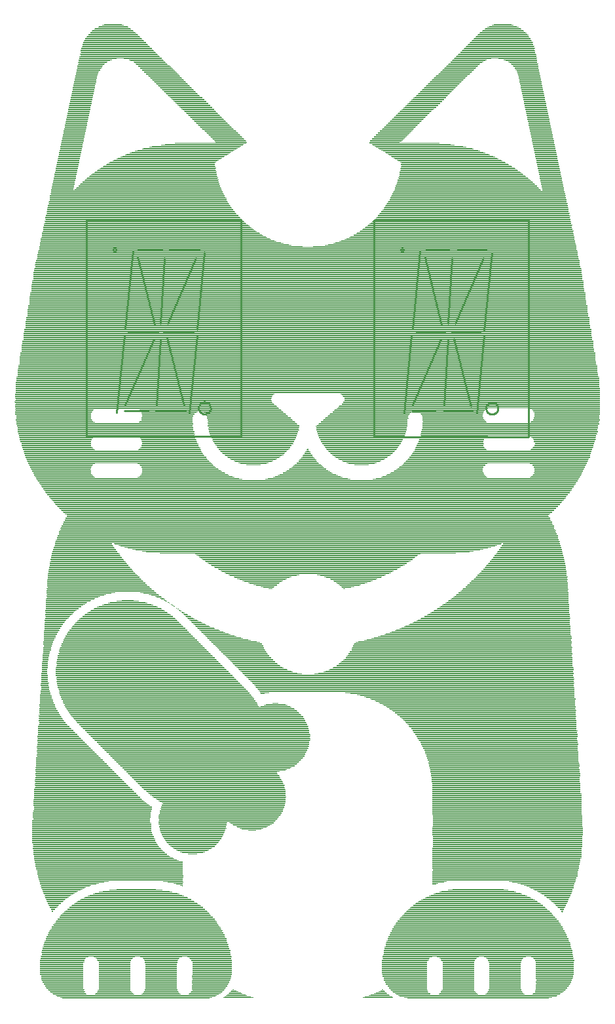
<source format=gbr>
G04 EAGLE Gerber X2 export*
%TF.Part,Single*%
%TF.FileFunction,Legend,Top,1*%
%TF.FilePolarity,Positive*%
%TF.GenerationSoftware,Autodesk,EAGLE,9.0.1*%
%TF.CreationDate,2018-06-26T08:14:36Z*%
G75*
%MOIN*%
%FSLAX34Y34*%
%LPD*%
%AMOC8*
5,1,8,0,0,1.08239X$1,22.5*%
G01*
%ADD10R,0.170000X0.003340*%
%ADD11R,0.173300X0.003340*%
%ADD12R,0.153400X0.003330*%
%ADD13R,0.136600X0.003330*%
%ADD14R,0.136700X0.003330*%
%ADD15R,0.120000X0.003340*%
%ADD16R,0.123400X0.003340*%
%ADD17R,0.106600X0.003330*%
%ADD18R,0.106700X0.003330*%
%ADD19R,0.093400X0.003330*%
%ADD20R,0.710000X0.003340*%
%ADD21R,0.080000X0.003340*%
%ADD22R,0.750000X0.003330*%
%ADD23R,0.070000X0.003330*%
%ADD24R,0.066700X0.003330*%
%ADD25R,0.720000X0.003330*%
%ADD26R,0.773300X0.003330*%
%ADD27R,0.056700X0.003330*%
%ADD28R,0.056600X0.003330*%
%ADD29R,0.753300X0.003330*%
%ADD30R,0.790000X0.003340*%
%ADD31R,0.046600X0.003340*%
%ADD32R,0.046700X0.003340*%
%ADD33R,0.776700X0.003340*%
%ADD34R,0.806700X0.003330*%
%ADD35R,0.036700X0.003330*%
%ADD36R,0.033400X0.003330*%
%ADD37R,0.796700X0.003330*%
%ADD38R,0.823300X0.003330*%
%ADD39R,0.026700X0.003330*%
%ADD40R,0.023300X0.003330*%
%ADD41R,0.810000X0.003330*%
%ADD42R,0.210000X0.003340*%
%ADD43R,0.156700X0.003340*%
%ADD44R,0.016600X0.003340*%
%ADD45R,0.013300X0.003340*%
%ADD46R,0.176700X0.003340*%
%ADD47R,0.213400X0.003340*%
%ADD48R,0.140000X0.003340*%
%ADD49R,0.170000X0.003330*%
%ADD50R,0.196700X0.003330*%
%ADD51R,0.153300X0.003330*%
%ADD52R,0.006700X0.003330*%
%ADD53R,0.173300X0.003330*%
%ADD54R,0.140000X0.003330*%
%ADD55R,0.190000X0.003330*%
%ADD56R,0.186600X0.003330*%
%ADD57R,0.156700X0.003330*%
%ADD58R,0.176700X0.003330*%
%ADD59R,0.183300X0.003340*%
%ADD60R,0.180000X0.003340*%
%ADD61R,0.156600X0.003340*%
%ADD62R,0.176600X0.003340*%
%ADD63R,0.143300X0.003340*%
%ADD64R,0.180000X0.003330*%
%ADD65R,0.143300X0.003330*%
%ADD66R,0.173400X0.003330*%
%ADD67R,0.146700X0.003330*%
%ADD68R,0.166600X0.003340*%
%ADD69R,0.163400X0.003340*%
%ADD70R,0.183400X0.003340*%
%ADD71R,0.150000X0.003340*%
%ADD72R,0.166600X0.003330*%
%ADD73R,0.163300X0.003330*%
%ADD74R,0.186700X0.003330*%
%ADD75R,0.183400X0.003330*%
%ADD76R,0.163300X0.003340*%
%ADD77R,0.190000X0.003340*%
%ADD78R,0.193300X0.003330*%
%ADD79R,0.160000X0.003330*%
%ADD80R,0.196600X0.003330*%
%ADD81R,0.193300X0.003340*%
%ADD82R,0.160000X0.003340*%
%ADD83R,0.200000X0.003340*%
%ADD84R,0.203300X0.003330*%
%ADD85R,0.206600X0.003340*%
%ADD86R,0.200000X0.003330*%
%ADD87R,0.183300X0.003330*%
%ADD88R,0.210000X0.003330*%
%ADD89R,0.176600X0.003330*%
%ADD90R,0.203300X0.003340*%
%ADD91R,0.213300X0.003340*%
%ADD92R,0.206600X0.003330*%
%ADD93R,0.213300X0.003330*%
%ADD94R,0.216600X0.003330*%
%ADD95R,0.216600X0.003340*%
%ADD96R,0.220000X0.003330*%
%ADD97R,0.196600X0.003340*%
%ADD98R,0.220000X0.003340*%
%ADD99R,0.186600X0.003340*%
%ADD100R,0.223300X0.003330*%
%ADD101R,0.223300X0.003340*%
%ADD102R,0.226600X0.003330*%
%ADD103R,0.226600X0.003340*%
%ADD104R,0.230000X0.003330*%
%ADD105R,0.230000X0.003340*%
%ADD106R,0.223400X0.003330*%
%ADD107R,0.223400X0.003340*%
%ADD108R,0.206700X0.003340*%
%ADD109R,0.233400X0.003340*%
%ADD110R,0.196700X0.003340*%
%ADD111R,0.206700X0.003330*%
%ADD112R,0.233400X0.003330*%
%ADD113R,0.226700X0.003330*%
%ADD114R,0.203400X0.003330*%
%ADD115R,0.236700X0.003330*%
%ADD116R,0.233300X0.003340*%
%ADD117R,0.236600X0.003330*%
%ADD118R,0.213400X0.003330*%
%ADD119R,0.240000X0.003330*%
%ADD120R,0.236600X0.003340*%
%ADD121R,0.216700X0.003340*%
%ADD122R,0.243300X0.003340*%
%ADD123R,0.243300X0.003330*%
%ADD124R,0.253300X0.003330*%
%ADD125R,0.970000X0.003330*%
%ADD126R,0.966600X0.003340*%
%ADD127R,0.970000X0.003340*%
%ADD128R,0.963300X0.003330*%
%ADD129R,0.966700X0.003330*%
%ADD130R,0.963300X0.003340*%
%ADD131R,0.960000X0.003330*%
%ADD132R,0.956700X0.003340*%
%ADD133R,0.960000X0.003340*%
%ADD134R,0.956700X0.003330*%
%ADD135R,0.950000X0.003330*%
%ADD136R,0.953300X0.003330*%
%ADD137R,0.950000X0.003340*%
%ADD138R,0.946600X0.003330*%
%ADD139R,0.943300X0.003330*%
%ADD140R,0.943300X0.003340*%
%ADD141R,0.940000X0.003330*%
%ADD142R,0.936700X0.003330*%
%ADD143R,0.936700X0.003340*%
%ADD144R,0.933400X0.003330*%
%ADD145R,0.930000X0.003330*%
%ADD146R,0.933300X0.003330*%
%ADD147R,0.930000X0.003340*%
%ADD148R,0.926600X0.003330*%
%ADD149R,0.923300X0.003330*%
%ADD150R,0.923300X0.003340*%
%ADD151R,0.916700X0.003330*%
%ADD152R,0.920000X0.003330*%
%ADD153R,0.913400X0.003340*%
%ADD154R,0.916700X0.003340*%
%ADD155R,0.910000X0.003330*%
%ADD156R,0.906600X0.003330*%
%ADD157R,0.903300X0.003340*%
%ADD158R,0.906700X0.003340*%
%ADD159R,0.903300X0.003330*%
%ADD160R,0.896700X0.003330*%
%ADD161R,0.900000X0.003330*%
%ADD162R,0.896700X0.003340*%
%ADD163R,0.890000X0.003330*%
%ADD164R,0.893300X0.003330*%
%ADD165R,0.883300X0.003340*%
%ADD166R,0.886700X0.003340*%
%ADD167R,0.880000X0.003330*%
%ADD168R,0.883300X0.003330*%
%ADD169R,0.876700X0.003330*%
%ADD170R,0.873400X0.003340*%
%ADD171R,0.876700X0.003340*%
%ADD172R,0.870000X0.003330*%
%ADD173R,0.863300X0.003330*%
%ADD174R,0.863300X0.003340*%
%ADD175R,0.856700X0.003330*%
%ADD176R,0.860000X0.003330*%
%ADD177R,0.853400X0.003330*%
%ADD178R,0.850000X0.003340*%
%ADD179R,0.843300X0.003330*%
%ADD180R,0.850000X0.003330*%
%ADD181R,0.840000X0.003330*%
%ADD182R,0.836700X0.003340*%
%ADD183R,0.830000X0.003330*%
%ADD184R,0.836700X0.003330*%
%ADD185R,0.823300X0.003340*%
%ADD186R,0.816700X0.003330*%
%ADD187R,0.820000X0.003330*%
%ADD188R,0.803300X0.003340*%
%ADD189R,0.810000X0.003340*%
%ADD190R,0.803300X0.003330*%
%ADD191R,0.800000X0.003330*%
%ADD192R,0.796700X0.003340*%
%ADD193R,0.783300X0.003330*%
%ADD194R,0.790000X0.003330*%
%ADD195R,0.776700X0.003330*%
%ADD196R,0.770000X0.003340*%
%ADD197R,0.766600X0.003330*%
%ADD198R,0.770000X0.003330*%
%ADD199R,0.760000X0.003330*%
%ADD200R,0.763300X0.003330*%
%ADD201R,0.756700X0.003340*%
%ADD202R,0.743300X0.003330*%
%ADD203R,0.746700X0.003330*%
%ADD204R,0.736700X0.003340*%
%ADD205R,0.740000X0.003340*%
%ADD206R,0.003300X0.003340*%
%ADD207R,0.003400X0.003330*%
%ADD208R,0.730000X0.003330*%
%ADD209R,0.733300X0.003330*%
%ADD210R,0.006600X0.003330*%
%ADD211R,0.723300X0.003330*%
%ADD212R,0.726700X0.003330*%
%ADD213R,0.010000X0.003330*%
%ADD214R,0.713400X0.003340*%
%ADD215R,0.716700X0.003340*%
%ADD216R,0.013400X0.003340*%
%ADD217R,0.016700X0.003330*%
%ADD218R,0.703300X0.003330*%
%ADD219R,0.710000X0.003330*%
%ADD220R,0.020000X0.003330*%
%ADD221R,0.696700X0.003330*%
%ADD222R,0.026600X0.003340*%
%ADD223R,0.690000X0.003340*%
%ADD224R,0.696700X0.003340*%
%ADD225R,0.030000X0.003340*%
%ADD226R,0.683300X0.003330*%
%ADD227R,0.690000X0.003330*%
%ADD228R,0.033300X0.003330*%
%ADD229R,0.676700X0.003330*%
%ADD230R,0.040000X0.003330*%
%ADD231R,0.043300X0.003340*%
%ADD232R,0.663300X0.003340*%
%ADD233R,0.673300X0.003340*%
%ADD234R,0.043400X0.003340*%
%ADD235R,0.046700X0.003330*%
%ADD236R,0.656700X0.003330*%
%ADD237R,0.663300X0.003330*%
%ADD238R,0.050000X0.003330*%
%ADD239R,0.053300X0.003330*%
%ADD240R,0.650000X0.003330*%
%ADD241R,0.056600X0.003340*%
%ADD242R,0.640000X0.003340*%
%ADD243R,0.646700X0.003340*%
%ADD244R,0.060000X0.003340*%
%ADD245R,0.063400X0.003330*%
%ADD246R,0.630000X0.003330*%
%ADD247R,0.636700X0.003330*%
%ADD248R,0.063300X0.003330*%
%ADD249R,0.623300X0.003330*%
%ADD250R,0.073300X0.003340*%
%ADD251R,0.610000X0.003340*%
%ADD252R,0.616700X0.003340*%
%ADD253R,0.073400X0.003340*%
%ADD254R,0.076700X0.003330*%
%ADD255R,0.600000X0.003330*%
%ADD256R,0.610000X0.003330*%
%ADD257R,0.080000X0.003330*%
%ADD258R,0.086600X0.003330*%
%ADD259R,0.590000X0.003330*%
%ADD260R,0.596700X0.003330*%
%ADD261R,0.086700X0.003330*%
%ADD262R,0.090000X0.003340*%
%ADD263R,0.576700X0.003340*%
%ADD264R,0.590000X0.003340*%
%ADD265R,0.093300X0.003340*%
%ADD266R,0.093300X0.003330*%
%ADD267R,0.566600X0.003330*%
%ADD268R,0.576700X0.003330*%
%ADD269R,0.096600X0.003330*%
%ADD270R,0.100000X0.003330*%
%ADD271R,0.556700X0.003330*%
%ADD272R,0.563300X0.003330*%
%ADD273R,0.106700X0.003340*%
%ADD274R,0.543300X0.003340*%
%ADD275R,0.553300X0.003340*%
%ADD276R,0.110000X0.003340*%
%ADD277R,0.113300X0.003330*%
%ADD278R,0.530000X0.003330*%
%ADD279R,0.540000X0.003330*%
%ADD280R,0.113400X0.003330*%
%ADD281R,0.116700X0.003330*%
%ADD282R,0.516700X0.003330*%
%ADD283R,0.526700X0.003330*%
%ADD284R,0.120000X0.003330*%
%ADD285R,0.126600X0.003340*%
%ADD286R,0.503300X0.003340*%
%ADD287R,0.513300X0.003340*%
%ADD288R,0.123300X0.003340*%
%ADD289R,0.130000X0.003330*%
%ADD290R,0.490000X0.003330*%
%ADD291R,0.496700X0.003330*%
%ADD292R,0.133300X0.003330*%
%ADD293R,0.470000X0.003330*%
%ADD294R,0.483300X0.003330*%
%ADD295R,0.143400X0.003340*%
%ADD296R,0.456700X0.003340*%
%ADD297R,0.470000X0.003340*%
%ADD298R,0.150000X0.003330*%
%ADD299R,0.436700X0.003330*%
%ADD300R,0.450000X0.003330*%
%ADD301R,0.416700X0.003330*%
%ADD302R,0.433300X0.003330*%
%ADD303R,0.396700X0.003340*%
%ADD304R,0.413300X0.003340*%
%ADD305R,0.166700X0.003340*%
%ADD306R,0.373400X0.003330*%
%ADD307R,0.390000X0.003330*%
%ADD308R,0.343300X0.003330*%
%ADD309R,0.370000X0.003330*%
%ADD310R,0.313400X0.003340*%
%ADD311R,0.340000X0.003340*%
%ADD312R,0.270000X0.003330*%
%ADD313R,0.306700X0.003330*%
%ADD314R,0.263300X0.003330*%
%ADD315R,0.216700X0.003330*%
%ADD316R,0.236700X0.003340*%
%ADD317R,0.250000X0.003330*%
%ADD318R,0.003300X0.003330*%
%ADD319R,0.256600X0.003330*%
%ADD320R,0.013300X0.003330*%
%ADD321R,0.266600X0.003340*%
%ADD322R,0.023300X0.003340*%
%ADD323R,0.006700X0.003340*%
%ADD324R,0.283400X0.003330*%
%ADD325R,0.276600X0.003330*%
%ADD326R,0.296700X0.003330*%
%ADD327R,0.030000X0.003330*%
%ADD328R,0.290000X0.003330*%
%ADD329R,0.310000X0.003340*%
%ADD330R,0.303400X0.003340*%
%ADD331R,0.326700X0.003330*%
%ADD332R,0.320000X0.003330*%
%ADD333R,0.353300X0.003330*%
%ADD334R,0.073300X0.003330*%
%ADD335R,0.336700X0.003330*%
%ADD336R,0.096700X0.003340*%
%ADD337R,0.363300X0.003340*%
%ADD338R,0.733300X0.003340*%
%ADD339R,0.730000X0.003340*%
%ADD340R,0.736700X0.003330*%
%ADD341R,0.740000X0.003330*%
%ADD342R,0.743300X0.003340*%
%ADD343R,0.746700X0.003340*%
%ADD344R,0.750000X0.003340*%
%ADD345R,0.753300X0.003340*%
%ADD346R,0.720000X0.003340*%
%ADD347R,0.713400X0.003330*%
%ADD348R,0.706700X0.003330*%
%ADD349R,0.756700X0.003330*%
%ADD350R,0.700000X0.003340*%
%ADD351R,0.693400X0.003330*%
%ADD352R,0.686700X0.003330*%
%ADD353R,0.686700X0.003340*%
%ADD354R,0.680000X0.003330*%
%ADD355R,0.046600X0.003330*%
%ADD356R,0.760000X0.003340*%
%ADD357R,0.670000X0.003330*%
%ADD358R,0.666700X0.003330*%
%ADD359R,0.126600X0.003330*%
%ADD360R,0.660000X0.003340*%
%ADD361R,0.656600X0.003330*%
%ADD362R,0.653300X0.003340*%
%ADD363R,0.653300X0.003330*%
%ADD364R,0.646600X0.003340*%
%ADD365R,0.643300X0.003330*%
%ADD366R,0.640000X0.003330*%
%ADD367R,0.636600X0.003340*%
%ADD368R,0.763300X0.003340*%
%ADD369R,0.636600X0.003330*%
%ADD370R,0.633300X0.003330*%
%ADD371R,0.246600X0.003330*%
%ADD372R,0.630000X0.003340*%
%ADD373R,0.253400X0.003340*%
%ADD374R,0.633400X0.003330*%
%ADD375R,0.260000X0.003330*%
%ADD376R,0.266600X0.003330*%
%ADD377R,0.270000X0.003340*%
%ADD378R,0.626700X0.003330*%
%ADD379R,0.273400X0.003330*%
%ADD380R,0.280000X0.003330*%
%ADD381R,0.623400X0.003340*%
%ADD382R,0.286600X0.003340*%
%ADD383R,0.623400X0.003330*%
%ADD384R,0.620000X0.003330*%
%ADD385R,0.293400X0.003330*%
%ADD386R,0.620000X0.003340*%
%ADD387R,0.300000X0.003340*%
%ADD388R,0.616700X0.003330*%
%ADD389R,0.300000X0.003330*%
%ADD390R,0.306600X0.003330*%
%ADD391R,0.613400X0.003340*%
%ADD392R,0.306600X0.003340*%
%ADD393R,0.766700X0.003340*%
%ADD394R,0.613400X0.003330*%
%ADD395R,0.313400X0.003330*%
%ADD396R,0.766700X0.003330*%
%ADD397R,0.320000X0.003340*%
%ADD398R,0.326600X0.003330*%
%ADD399R,0.326600X0.003340*%
%ADD400R,0.606700X0.003330*%
%ADD401R,0.333400X0.003330*%
%ADD402R,0.606700X0.003340*%
%ADD403R,0.333400X0.003340*%
%ADD404R,0.076700X0.003340*%
%ADD405R,0.603400X0.003330*%
%ADD406R,0.603400X0.003340*%
%ADD407R,0.136700X0.003340*%
%ADD408R,0.340000X0.003330*%
%ADD409R,0.343300X0.003340*%
%ADD410R,0.346600X0.003330*%
%ADD411R,0.346600X0.003340*%
%ADD412R,0.350000X0.003330*%
%ADD413R,0.600000X0.003340*%
%ADD414R,0.350000X0.003340*%
%ADD415R,0.593300X0.003330*%
%ADD416R,0.596600X0.003330*%
%ADD417R,0.596600X0.003340*%
%ADD418R,0.603300X0.003330*%
%ADD419R,0.606600X0.003330*%
%ADD420R,0.613300X0.003330*%
%ADD421R,0.616600X0.003340*%
%ADD422R,0.603300X0.003340*%
%ADD423R,0.626700X0.003340*%
%ADD424R,0.626600X0.003330*%
%ADD425R,0.626600X0.003340*%
%ADD426R,0.596700X0.003340*%
%ADD427R,0.586700X0.003330*%
%ADD428R,0.583300X0.003340*%
%ADD429R,0.623300X0.003340*%
%ADD430R,0.580000X0.003330*%
%ADD431R,0.573300X0.003330*%
%ADD432R,0.570000X0.003340*%
%ADD433R,0.566700X0.003330*%
%ADD434R,0.560000X0.003330*%
%ADD435R,0.646600X0.003330*%
%ADD436R,0.556700X0.003340*%
%ADD437R,0.553300X0.003330*%
%ADD438R,0.546700X0.003330*%
%ADD439R,0.543400X0.003340*%
%ADD440R,0.666600X0.003340*%
%ADD441R,0.536700X0.003330*%
%ADD442R,0.533400X0.003340*%
%ADD443R,0.683400X0.003340*%
%ADD444R,0.523400X0.003340*%
%ADD445R,0.693300X0.003340*%
%ADD446R,0.520000X0.003330*%
%ADD447R,0.696600X0.003330*%
%ADD448R,0.700000X0.003330*%
%ADD449R,0.513400X0.003340*%
%ADD450R,0.703300X0.003340*%
%ADD451R,0.510000X0.003330*%
%ADD452R,0.706600X0.003330*%
%ADD453R,0.506700X0.003330*%
%ADD454R,0.503400X0.003340*%
%ADD455R,0.716600X0.003340*%
%ADD456R,0.500000X0.003330*%
%ADD457R,0.716700X0.003330*%
%ADD458R,0.490000X0.003340*%
%ADD459R,0.723300X0.003340*%
%ADD460R,0.486600X0.003330*%
%ADD461R,0.480000X0.003340*%
%ADD462R,0.476600X0.003330*%
%ADD463R,0.733400X0.003330*%
%ADD464R,0.473300X0.003330*%
%ADD465R,0.736600X0.003340*%
%ADD466R,0.756600X0.003340*%
%ADD467R,0.466600X0.003330*%
%ADD468R,0.756600X0.003330*%
%ADD469R,0.463300X0.003330*%
%ADD470R,0.460000X0.003340*%
%ADD471R,0.456600X0.003330*%
%ADD472R,0.743400X0.003330*%
%ADD473R,0.453300X0.003330*%
%ADD474R,0.450000X0.003340*%
%ADD475R,0.746600X0.003340*%
%ADD476R,0.446600X0.003330*%
%ADD477R,0.443300X0.003330*%
%ADD478R,0.440000X0.003340*%
%ADD479R,0.753400X0.003330*%
%ADD480R,0.430000X0.003330*%
%ADD481R,0.426700X0.003340*%
%ADD482R,0.423300X0.003330*%
%ADD483R,0.420000X0.003330*%
%ADD484R,0.416700X0.003340*%
%ADD485R,0.413300X0.003330*%
%ADD486R,0.410000X0.003330*%
%ADD487R,0.406700X0.003340*%
%ADD488R,0.403300X0.003330*%
%ADD489R,0.400000X0.003330*%
%ADD490R,0.800000X0.003340*%
%ADD491R,0.393300X0.003330*%
%ADD492R,0.386700X0.003340*%
%ADD493R,0.843300X0.003340*%
%ADD494R,0.383300X0.003330*%
%ADD495R,0.380000X0.003330*%
%ADD496R,0.373400X0.003340*%
%ADD497R,0.873300X0.003340*%
%ADD498R,0.883400X0.003330*%
%ADD499R,0.763400X0.003330*%
%ADD500R,0.366700X0.003330*%
%ADD501R,0.363400X0.003340*%
%ADD502R,0.896600X0.003340*%
%ADD503R,0.763400X0.003340*%
%ADD504R,0.360000X0.003330*%
%ADD505R,0.906700X0.003330*%
%ADD506R,0.356700X0.003330*%
%ADD507R,0.913300X0.003330*%
%ADD508R,0.353400X0.003340*%
%ADD509R,0.920000X0.003340*%
%ADD510R,0.926700X0.003330*%
%ADD511R,0.346700X0.003330*%
%ADD512R,0.343400X0.003340*%
%ADD513R,0.940000X0.003340*%
%ADD514R,0.766600X0.003340*%
%ADD515R,0.946700X0.003330*%
%ADD516R,0.330000X0.003330*%
%ADD517R,0.973300X0.003330*%
%ADD518R,0.323400X0.003340*%
%ADD519R,0.976600X0.003340*%
%ADD520R,0.773300X0.003340*%
%ADD521R,0.316600X0.003330*%
%ADD522R,0.983400X0.003330*%
%ADD523R,0.313300X0.003330*%
%ADD524R,0.990000X0.003330*%
%ADD525R,0.993300X0.003340*%
%ADD526R,0.776600X0.003340*%
%ADD527R,1.000000X0.003330*%
%ADD528R,0.776600X0.003330*%
%ADD529R,0.303300X0.003330*%
%ADD530R,1.003300X0.003330*%
%ADD531R,0.780000X0.003330*%
%ADD532R,1.010000X0.003340*%
%ADD533R,0.780000X0.003340*%
%ADD534R,0.296600X0.003330*%
%ADD535R,1.013400X0.003330*%
%ADD536R,0.293300X0.003330*%
%ADD537R,1.020000X0.003330*%
%ADD538R,0.290000X0.003340*%
%ADD539R,1.023300X0.003340*%
%ADD540R,0.286600X0.003330*%
%ADD541R,1.030000X0.003330*%
%ADD542R,0.283300X0.003330*%
%ADD543R,1.033300X0.003330*%
%ADD544R,0.280000X0.003340*%
%ADD545R,1.040000X0.003340*%
%ADD546R,0.783300X0.003340*%
%ADD547R,1.043400X0.003330*%
%ADD548R,0.786700X0.003330*%
%ADD549R,0.273300X0.003330*%
%ADD550R,1.046700X0.003330*%
%ADD551R,1.053300X0.003340*%
%ADD552R,1.056700X0.003330*%
%ADD553R,1.060000X0.003330*%
%ADD554R,0.793300X0.003330*%
%ADD555R,0.256700X0.003340*%
%ADD556R,1.063300X0.003340*%
%ADD557R,0.793300X0.003340*%
%ADD558R,1.070000X0.003330*%
%ADD559R,1.073300X0.003330*%
%ADD560R,0.246700X0.003340*%
%ADD561R,1.076600X0.003340*%
%ADD562R,1.080000X0.003330*%
%ADD563R,1.083300X0.003330*%
%ADD564R,1.090000X0.003340*%
%ADD565R,0.806700X0.003340*%
%ADD566R,0.233300X0.003330*%
%ADD567R,1.093400X0.003330*%
%ADD568R,0.803400X0.003330*%
%ADD569R,1.096700X0.003330*%
%ADD570R,0.226700X0.003340*%
%ADD571R,1.100000X0.003340*%
%ADD572R,1.103400X0.003330*%
%ADD573R,1.106700X0.003330*%
%ADD574R,0.813400X0.003330*%
%ADD575R,1.110000X0.003340*%
%ADD576R,0.813400X0.003340*%
%ADD577R,1.113400X0.003330*%
%ADD578R,1.116700X0.003330*%
%ADD579R,0.203400X0.003340*%
%ADD580R,1.120000X0.003340*%
%ADD581R,0.820000X0.003340*%
%ADD582R,1.123400X0.003330*%
%ADD583R,0.823400X0.003330*%
%ADD584R,1.126700X0.003330*%
%ADD585R,0.193400X0.003340*%
%ADD586R,1.130000X0.003340*%
%ADD587R,0.826700X0.003340*%
%ADD588R,1.130000X0.003330*%
%ADD589R,1.133300X0.003330*%
%ADD590R,0.833400X0.003330*%
%ADD591R,1.136600X0.003340*%
%ADD592R,0.833400X0.003340*%
%ADD593R,1.140000X0.003330*%
%ADD594R,1.143300X0.003330*%
%ADD595R,0.836600X0.003330*%
%ADD596R,0.173400X0.003340*%
%ADD597R,1.143300X0.003340*%
%ADD598R,0.840000X0.003340*%
%ADD599R,1.146700X0.003330*%
%ADD600R,0.166700X0.003330*%
%ADD601R,1.150000X0.003330*%
%ADD602R,1.153300X0.003340*%
%ADD603R,0.846600X0.003340*%
%ADD604R,1.153400X0.003330*%
%ADD605R,1.156700X0.003330*%
%ADD606R,0.853300X0.003330*%
%ADD607R,0.153400X0.003340*%
%ADD608R,1.160000X0.003340*%
%ADD609R,0.856600X0.003340*%
%ADD610R,0.146600X0.003330*%
%ADD611R,1.160000X0.003330*%
%ADD612R,0.856600X0.003330*%
%ADD613R,1.163300X0.003330*%
%ADD614R,1.163300X0.003340*%
%ADD615R,1.166700X0.003330*%
%ADD616R,0.866600X0.003330*%
%ADD617R,0.133300X0.003340*%
%ADD618R,1.170000X0.003340*%
%ADD619R,1.166600X0.003330*%
%ADD620R,0.876600X0.003330*%
%ADD621R,1.170000X0.003330*%
%ADD622R,0.880000X0.003340*%
%ADD623R,0.123300X0.003330*%
%ADD624R,1.173300X0.003330*%
%ADD625R,1.173400X0.003330*%
%ADD626R,0.886700X0.003330*%
%ADD627R,0.116600X0.003340*%
%ADD628R,1.173300X0.003340*%
%ADD629R,0.890000X0.003340*%
%ADD630R,0.116600X0.003330*%
%ADD631R,1.176600X0.003330*%
%ADD632R,1.176700X0.003330*%
%ADD633R,1.173400X0.003340*%
%ADD634R,0.110000X0.003330*%
%ADD635R,0.103300X0.003330*%
%ADD636R,0.100000X0.003340*%
%ADD637R,0.913300X0.003340*%
%ADD638R,0.096700X0.003330*%
%ADD639R,0.926700X0.003340*%
%ADD640R,1.166700X0.003340*%
%ADD641R,0.943400X0.003330*%
%ADD642R,0.083300X0.003340*%
%ADD643R,1.156700X0.003340*%
%ADD644R,0.953400X0.003340*%
%ADD645R,0.083300X0.003330*%
%ADD646R,0.986700X0.003330*%
%ADD647R,0.963400X0.003330*%
%ADD648R,0.986700X0.003340*%
%ADD649R,0.966700X0.003340*%
%ADD650R,0.986600X0.003330*%
%ADD651R,0.973400X0.003330*%
%ADD652R,0.983300X0.003330*%
%ADD653R,0.980000X0.003330*%
%ADD654R,0.993400X0.003330*%
%ADD655R,0.066700X0.003340*%
%ADD656R,0.983300X0.003340*%
%ADD657R,1.003400X0.003340*%
%ADD658R,0.063400X0.003340*%
%ADD659R,0.983400X0.003340*%
%ADD660R,1.026700X0.003340*%
%ADD661R,1.036700X0.003330*%
%ADD662R,0.060000X0.003330*%
%ADD663R,0.980000X0.003340*%
%ADD664R,1.050000X0.003340*%
%ADD665R,0.976700X0.003330*%
%ADD666R,0.976600X0.003330*%
%ADD667R,0.056700X0.003340*%
%ADD668R,1.080000X0.003340*%
%ADD669R,1.090000X0.003330*%
%ADD670R,0.053400X0.003330*%
%ADD671R,1.106600X0.003330*%
%ADD672R,0.053400X0.003340*%
%ADD673R,1.600000X0.003340*%
%ADD674R,1.603300X0.003330*%
%ADD675R,1.606600X0.003330*%
%ADD676R,1.610000X0.003340*%
%ADD677R,0.043300X0.003330*%
%ADD678R,0.956600X0.003330*%
%ADD679R,1.610000X0.003330*%
%ADD680R,1.613300X0.003330*%
%ADD681R,1.616600X0.003340*%
%ADD682R,1.616700X0.003330*%
%ADD683R,1.620000X0.003330*%
%ADD684R,0.040000X0.003340*%
%ADD685R,0.943400X0.003340*%
%ADD686R,1.623300X0.003340*%
%ADD687R,1.623300X0.003330*%
%ADD688R,1.626700X0.003330*%
%ADD689R,1.630000X0.003340*%
%ADD690R,1.633300X0.003330*%
%ADD691R,1.636700X0.003330*%
%ADD692R,0.033300X0.003340*%
%ADD693R,1.640000X0.003340*%
%ADD694R,1.643300X0.003330*%
%ADD695R,1.646700X0.003330*%
%ADD696R,1.650000X0.003340*%
%ADD697R,0.916600X0.003330*%
%ADD698R,1.653300X0.003330*%
%ADD699R,1.656700X0.003330*%
%ADD700R,0.910000X0.003340*%
%ADD701R,1.660000X0.003340*%
%ADD702R,1.663300X0.003330*%
%ADD703R,1.663400X0.003330*%
%ADD704R,0.900000X0.003340*%
%ADD705R,1.666700X0.003340*%
%ADD706R,1.670000X0.003330*%
%ADD707R,1.673400X0.003330*%
%ADD708R,0.893400X0.003340*%
%ADD709R,1.676700X0.003340*%
%ADD710R,1.316700X0.003330*%
%ADD711R,1.296700X0.003330*%
%ADD712R,0.026700X0.003340*%
%ADD713R,0.883400X0.003340*%
%ADD714R,1.283400X0.003340*%
%ADD715R,1.270000X0.003330*%
%ADD716R,0.256700X0.003330*%
%ADD717R,1.260000X0.003330*%
%ADD718R,0.250000X0.003340*%
%ADD719R,1.253400X0.003340*%
%ADD720R,1.243400X0.003330*%
%ADD721R,0.866700X0.003330*%
%ADD722R,0.243400X0.003330*%
%ADD723R,1.236700X0.003330*%
%ADD724R,0.863400X0.003340*%
%ADD725R,0.240000X0.003340*%
%ADD726R,1.230000X0.003340*%
%ADD727R,1.223400X0.003330*%
%ADD728R,1.220000X0.003330*%
%ADD729R,1.210000X0.003340*%
%ADD730R,0.846600X0.003330*%
%ADD731R,1.203300X0.003330*%
%ADD732R,1.200000X0.003330*%
%ADD733R,1.196600X0.003340*%
%ADD734R,1.190000X0.003330*%
%ADD735R,0.833300X0.003330*%
%ADD736R,1.186600X0.003330*%
%ADD737R,0.830000X0.003340*%
%ADD738R,1.183300X0.003340*%
%ADD739R,0.826600X0.003330*%
%ADD740R,1.180000X0.003330*%
%ADD741R,0.026600X0.003330*%
%ADD742R,0.816700X0.003340*%
%ADD743R,0.813300X0.003330*%
%ADD744R,1.156600X0.003330*%
%ADD745R,0.793400X0.003340*%
%ADD746R,0.783400X0.003340*%
%ADD747R,1.140000X0.003340*%
%ADD748R,1.136700X0.003330*%
%ADD749R,0.036600X0.003330*%
%ADD750R,0.036600X0.003340*%
%ADD751R,1.133300X0.003340*%
%ADD752R,0.036700X0.003340*%
%ADD753R,1.126700X0.003340*%
%ADD754R,1.123300X0.003330*%
%ADD755R,0.743400X0.003340*%
%ADD756R,1.120000X0.003330*%
%ADD757R,1.116700X0.003340*%
%ADD758R,1.113300X0.003330*%
%ADD759R,1.110000X0.003330*%
%ADD760R,1.106700X0.003340*%
%ADD761R,1.103400X0.003340*%
%ADD762R,1.083400X0.003330*%
%ADD763R,0.053300X0.003340*%
%ADD764R,1.066700X0.003340*%
%ADD765R,1.053400X0.003330*%
%ADD766R,1.040000X0.003330*%
%ADD767R,0.670000X0.003340*%
%ADD768R,0.666600X0.003330*%
%ADD769R,1.016700X0.003330*%
%ADD770R,0.660000X0.003330*%
%ADD771R,1.003400X0.003330*%
%ADD772R,0.656700X0.003340*%
%ADD773R,0.993400X0.003340*%
%ADD774R,0.156600X0.003330*%
%ADD775R,0.646700X0.003330*%
%ADD776R,0.956600X0.003340*%
%ADD777R,0.073400X0.003330*%
%ADD778R,0.886600X0.003330*%
%ADD779R,0.076600X0.003340*%
%ADD780R,0.876600X0.003340*%
%ADD781R,0.583300X0.003330*%
%ADD782R,0.083400X0.003330*%
%ADD783R,0.573400X0.003340*%
%ADD784R,0.853300X0.003340*%
%ADD785R,0.553400X0.003340*%
%ADD786R,0.833300X0.003340*%
%ADD787R,0.546600X0.003330*%
%ADD788R,0.096600X0.003340*%
%ADD789R,0.536700X0.003340*%
%ADD790R,0.523300X0.003330*%
%ADD791R,0.106600X0.003340*%
%ADD792R,0.516700X0.003340*%
%ADD793R,0.786700X0.003340*%
%ADD794R,0.503300X0.003330*%
%ADD795R,0.496700X0.003340*%
%ADD796R,0.480000X0.003330*%
%ADD797R,0.473400X0.003340*%
%ADD798R,0.126700X0.003330*%
%ADD799R,0.456700X0.003330*%
%ADD800R,0.023400X0.003330*%
%ADD801R,0.130000X0.003340*%
%ADD802R,0.020000X0.003340*%
%ADD803R,0.440000X0.003330*%
%ADD804R,0.423300X0.003340*%
%ADD805R,0.390000X0.003340*%
%ADD806R,0.010000X0.003340*%
%ADD807R,0.360000X0.003340*%
%ADD808R,0.006600X0.003340*%
%ADD809R,0.680000X0.003340*%
%ADD810R,0.163400X0.003330*%
%ADD811R,0.673400X0.003330*%
%ADD812R,0.323300X0.003340*%
%ADD813R,0.003400X0.003340*%
%ADD814R,0.663400X0.003340*%
%ADD815R,0.310000X0.003330*%
%ADD816R,0.653400X0.003330*%
%ADD817R,0.186700X0.003340*%
%ADD818R,0.276700X0.003340*%
%ADD819R,0.650000X0.003340*%
%ADD820R,0.633300X0.003340*%
%ADD821R,0.256600X0.003340*%
%ADD822R,0.593300X0.003340*%
%ADD823R,0.586600X0.003330*%
%ADD824R,0.283300X0.003340*%
%ADD825R,0.580000X0.003340*%
%ADD826R,0.570000X0.003330*%
%ADD827R,0.316600X0.003340*%
%ADD828R,0.566600X0.003340*%
%ADD829R,0.380000X0.003340*%
%ADD830R,0.550000X0.003340*%
%ADD831R,0.550000X0.003330*%
%ADD832R,0.543300X0.003330*%
%ADD833R,0.540000X0.003340*%
%ADD834R,0.536600X0.003330*%
%ADD835R,0.533300X0.003330*%
%ADD836R,0.526700X0.003340*%
%ADD837R,0.066600X0.003330*%
%ADD838R,0.103400X0.003330*%
%ADD839R,0.513300X0.003330*%
%ADD840R,0.126700X0.003340*%
%ADD841R,0.506700X0.003340*%
%ADD842R,0.493300X0.003340*%
%ADD843R,0.493400X0.003340*%
%ADD844R,0.486700X0.003330*%
%ADD845R,0.483300X0.003340*%
%ADD846R,0.476700X0.003330*%
%ADD847R,0.473400X0.003330*%
%ADD848R,0.266700X0.003340*%
%ADD849R,0.466700X0.003330*%
%ADD850R,0.276700X0.003330*%
%ADD851R,0.463400X0.003330*%
%ADD852R,0.453400X0.003330*%
%ADD853R,0.393300X0.003340*%
%ADD854R,0.446700X0.003330*%
%ADD855R,0.843400X0.003330*%
%ADD856R,0.436600X0.003340*%
%ADD857R,0.436600X0.003330*%
%ADD858R,0.430000X0.003340*%
%ADD859R,0.893300X0.003340*%
%ADD860R,0.426600X0.003330*%
%ADD861R,0.903400X0.003330*%
%ADD862R,0.403400X0.003330*%
%ADD863R,0.396700X0.003330*%
%ADD864R,0.393400X0.003330*%
%ADD865R,1.013300X0.003330*%
%ADD866R,1.023400X0.003340*%
%ADD867R,0.383300X0.003340*%
%ADD868R,0.383400X0.003330*%
%ADD869R,0.376600X0.003330*%
%ADD870R,0.376600X0.003340*%
%ADD871R,0.373300X0.003330*%
%ADD872R,1.063400X0.003330*%
%ADD873R,1.083400X0.003340*%
%ADD874R,0.366700X0.003340*%
%ADD875R,0.363300X0.003330*%
%ADD876R,1.100000X0.003330*%
%ADD877R,0.356700X0.003340*%
%ADD878R,1.116600X0.003330*%
%ADD879R,0.346700X0.003340*%
%ADD880R,0.343400X0.003330*%
%ADD881R,1.143400X0.003330*%
%ADD882R,1.503400X0.003330*%
%ADD883R,0.336600X0.003330*%
%ADD884R,0.333300X0.003340*%
%ADD885R,1.590000X0.003340*%
%ADD886R,0.336600X0.003340*%
%ADD887R,1.643400X0.003330*%
%ADD888R,0.333300X0.003330*%
%ADD889R,1.683400X0.003330*%
%ADD890R,1.723400X0.003340*%
%ADD891R,1.756600X0.003330*%
%ADD892R,0.323300X0.003330*%
%ADD893R,0.316700X0.003330*%
%ADD894R,1.783400X0.003330*%
%ADD895R,0.316700X0.003340*%
%ADD896R,1.810000X0.003340*%
%ADD897R,1.836600X0.003330*%
%ADD898R,1.863400X0.003330*%
%ADD899R,0.306700X0.003340*%
%ADD900R,1.883400X0.003340*%
%ADD901R,0.303300X0.003340*%
%ADD902R,1.903400X0.003330*%
%ADD903R,1.923400X0.003330*%
%ADD904R,0.296600X0.003340*%
%ADD905R,1.943400X0.003340*%
%ADD906R,1.963400X0.003330*%
%ADD907R,1.976600X0.003330*%
%ADD908R,2.570000X0.003340*%
%ADD909R,2.566700X0.003330*%
%ADD910R,2.563400X0.003330*%
%ADD911R,2.563400X0.003340*%
%ADD912R,2.560000X0.003330*%
%ADD913R,2.556600X0.003330*%
%ADD914R,2.556600X0.003340*%
%ADD915R,2.550000X0.003330*%
%ADD916R,2.546700X0.003340*%
%ADD917R,2.543400X0.003330*%
%ADD918R,2.540000X0.003340*%
%ADD919R,2.536600X0.003330*%
%ADD920R,2.530000X0.003340*%
%ADD921R,2.530000X0.003330*%
%ADD922R,2.526700X0.003330*%
%ADD923R,2.523400X0.003340*%
%ADD924R,2.523400X0.003330*%
%ADD925R,2.516600X0.003330*%
%ADD926R,2.516600X0.003340*%
%ADD927R,2.513300X0.003330*%
%ADD928R,2.510000X0.003330*%
%ADD929R,2.506700X0.003340*%
%ADD930R,2.503400X0.003330*%
%ADD931R,2.496600X0.003340*%
%ADD932R,2.496600X0.003330*%
%ADD933R,2.490000X0.003330*%
%ADD934R,2.490000X0.003340*%
%ADD935R,2.483400X0.003330*%
%ADD936R,2.476600X0.003340*%
%ADD937R,2.476600X0.003330*%
%ADD938R,2.470000X0.003330*%
%ADD939R,2.470000X0.003340*%
%ADD940R,2.463400X0.003330*%
%ADD941R,2.456600X0.003340*%
%ADD942R,2.456600X0.003330*%
%ADD943R,2.450000X0.003330*%
%ADD944R,2.450000X0.003340*%
%ADD945R,2.536600X0.003340*%
%ADD946R,2.570000X0.003330*%
%ADD947R,2.576600X0.003340*%
%ADD948R,2.580000X0.003330*%
%ADD949R,2.583400X0.003330*%
%ADD950R,2.590000X0.003340*%
%ADD951R,2.596600X0.003330*%
%ADD952R,2.603400X0.003330*%
%ADD953R,2.610000X0.003340*%
%ADD954R,2.616600X0.003330*%
%ADD955R,2.623400X0.003330*%
%ADD956R,2.623400X0.003340*%
%ADD957R,2.630000X0.003330*%
%ADD958R,2.636600X0.003330*%
%ADD959R,2.643400X0.003340*%
%ADD960R,2.650000X0.003330*%
%ADD961R,2.656600X0.003340*%
%ADD962R,2.663400X0.003330*%
%ADD963R,2.670000X0.003330*%
%ADD964R,2.670000X0.003340*%
%ADD965R,2.676600X0.003330*%
%ADD966R,2.683400X0.003330*%
%ADD967R,2.690000X0.003340*%
%ADD968R,2.690000X0.003330*%
%ADD969R,2.696600X0.003330*%
%ADD970R,2.703400X0.003340*%
%ADD971R,2.703400X0.003330*%
%ADD972R,2.710000X0.003330*%
%ADD973R,2.716600X0.003340*%
%ADD974R,2.716600X0.003330*%
%ADD975R,2.723400X0.003330*%
%ADD976R,2.730000X0.003340*%
%ADD977R,2.730000X0.003330*%
%ADD978R,2.736600X0.003330*%
%ADD979R,2.743400X0.003340*%
%ADD980R,2.743400X0.003330*%
%ADD981R,2.750000X0.003330*%
%ADD982R,1.070000X0.003340*%
%ADD983R,0.476600X0.003340*%
%ADD984R,1.046600X0.003330*%
%ADD985R,1.033400X0.003330*%
%ADD986R,1.020000X0.003340*%
%ADD987R,0.493300X0.003330*%
%ADD988R,0.356600X0.003330*%
%ADD989R,0.526600X0.003330*%
%ADD990R,0.466700X0.003340*%
%ADD991R,0.246600X0.003340*%
%ADD992R,0.303400X0.003330*%
%ADD993R,0.503400X0.003330*%
%ADD994R,0.246700X0.003330*%
%ADD995R,0.296700X0.003340*%
%ADD996R,0.433300X0.003340*%
%ADD997R,0.486600X0.003340*%
%ADD998R,0.426700X0.003330*%
%ADD999R,0.410000X0.003340*%
%ADD1000R,0.393400X0.003340*%
%ADD1001R,0.443400X0.003340*%
%ADD1002R,0.433400X0.003330*%
%ADD1003R,0.373300X0.003340*%
%ADD1004R,0.143400X0.003330*%
%ADD1005R,0.423400X0.003330*%
%ADD1006R,0.330000X0.003340*%
%ADD1007R,0.376700X0.003330*%
%ADD1008R,0.133400X0.003330*%
%ADD1009R,0.103400X0.003340*%
%ADD1010R,0.090000X0.003330*%
%ADD1011R,0.076600X0.003330*%
%ADD1012R,0.070000X0.003340*%
%ADD1013R,0.043400X0.003330*%
%ADD1014R,0.023400X0.003340*%
%ADD1015R,0.016600X0.003330*%
%ADD1016R,0.366600X0.003330*%
%ADD1017R,0.353400X0.003330*%
%ADD1018R,0.293300X0.003340*%
%ADD1019R,0.386600X0.003330*%
%ADD1020R,0.356600X0.003340*%
%ADD1021R,0.283400X0.003340*%
%ADD1022R,0.336700X0.003340*%
%ADD1023R,0.406600X0.003340*%
%ADD1024R,0.413400X0.003330*%
%ADD1025R,0.370000X0.003340*%
%ADD1026R,0.426600X0.003340*%
%ADD1027R,0.436700X0.003340*%
%ADD1028R,0.443300X0.003340*%
%ADD1029R,0.893400X0.003330*%
%ADD1030R,0.460000X0.003330*%
%ADD1031R,0.896600X0.003330*%
%ADD1032R,0.463300X0.003340*%
%ADD1033R,0.456600X0.003340*%
%ADD1034R,0.403400X0.003340*%
%ADD1035R,0.446600X0.003340*%
%ADD1036R,0.386700X0.003330*%
%ADD1037R,0.260000X0.003340*%
%ADD1038R,0.413400X0.003340*%
%ADD1039R,0.263400X0.003330*%
%ADD1040R,0.406600X0.003330*%
%ADD1041R,0.406700X0.003330*%
%ADD1042R,0.386600X0.003340*%
%ADD1043R,0.273300X0.003340*%
%ADD1044R,0.403300X0.003340*%
%ADD1045R,0.723400X0.003340*%
%ADD1046R,0.396600X0.003330*%
%ADD1047R,0.353300X0.003340*%
%ADD1048R,1.343300X0.003330*%
%ADD1049R,1.340000X0.003330*%
%ADD1050R,1.336600X0.003330*%
%ADD1051R,1.336600X0.003340*%
%ADD1052R,1.333300X0.003340*%
%ADD1053R,1.333300X0.003330*%
%ADD1054R,1.330000X0.003330*%
%ADD1055R,1.326600X0.003330*%
%ADD1056R,1.323300X0.003340*%
%ADD1057R,1.320000X0.003340*%
%ADD1058R,1.320000X0.003330*%
%ADD1059R,1.316600X0.003330*%
%ADD1060R,1.313300X0.003330*%
%ADD1061R,1.313300X0.003340*%
%ADD1062R,1.310000X0.003340*%
%ADD1063R,1.310000X0.003330*%
%ADD1064R,1.306600X0.003330*%
%ADD1065R,1.306600X0.003340*%
%ADD1066R,1.303300X0.003330*%
%ADD1067R,1.303300X0.003340*%
%ADD1068R,2.976600X0.003340*%
%ADD1069R,2.976600X0.003330*%
%ADD1070R,2.970000X0.003330*%
%ADD1071R,2.970000X0.003340*%
%ADD1072R,2.963400X0.003330*%
%ADD1073R,2.963400X0.003340*%
%ADD1074R,2.956600X0.003330*%
%ADD1075R,2.956600X0.003340*%
%ADD1076R,2.950000X0.003330*%
%ADD1077R,2.950000X0.003340*%
%ADD1078R,2.943400X0.003330*%
%ADD1079R,2.943400X0.003340*%
%ADD1080R,2.936600X0.003330*%
%ADD1081R,2.936600X0.003340*%
%ADD1082R,2.930000X0.003330*%
%ADD1083R,2.930000X0.003340*%
%ADD1084R,2.923400X0.003340*%
%ADD1085R,2.923400X0.003330*%
%ADD1086R,2.916600X0.003340*%
%ADD1087R,2.916600X0.003330*%
%ADD1088R,2.910000X0.003340*%
%ADD1089R,2.910000X0.003330*%
%ADD1090R,2.903400X0.003340*%
%ADD1091R,2.903400X0.003330*%
%ADD1092R,2.896600X0.003340*%
%ADD1093R,2.896600X0.003330*%
%ADD1094R,2.890000X0.003340*%
%ADD1095R,2.890000X0.003330*%
%ADD1096R,2.883400X0.003340*%
%ADD1097R,2.883400X0.003330*%
%ADD1098R,2.876600X0.003330*%
%ADD1099R,2.876600X0.003340*%
%ADD1100R,2.870000X0.003330*%
%ADD1101R,2.870000X0.003340*%
%ADD1102R,2.863400X0.003330*%
%ADD1103R,2.863400X0.003340*%
%ADD1104R,2.856600X0.003330*%
%ADD1105R,2.856600X0.003340*%
%ADD1106R,2.850000X0.003330*%
%ADD1107R,2.850000X0.003340*%
%ADD1108R,2.843400X0.003330*%
%ADD1109R,2.843400X0.003340*%
%ADD1110R,2.836600X0.003330*%
%ADD1111R,2.836600X0.003340*%
%ADD1112R,2.830000X0.003330*%
%ADD1113R,2.830000X0.003340*%
%ADD1114R,2.823400X0.003330*%
%ADD1115R,2.823400X0.003340*%
%ADD1116R,2.816600X0.003330*%
%ADD1117R,2.816600X0.003340*%
%ADD1118R,2.810000X0.003330*%
%ADD1119R,2.810000X0.003340*%
%ADD1120R,2.803400X0.003330*%
%ADD1121R,2.803400X0.003340*%
%ADD1122R,2.796600X0.003330*%
%ADD1123R,2.796600X0.003340*%
%ADD1124R,2.793300X0.003340*%
%ADD1125R,2.793300X0.003330*%
%ADD1126R,2.790000X0.003330*%
%ADD1127R,2.790000X0.003340*%
%ADD1128R,2.786700X0.003340*%
%ADD1129R,2.783400X0.003330*%
%ADD1130R,2.783400X0.003340*%
%ADD1131R,2.780000X0.003330*%
%ADD1132R,2.776600X0.003340*%
%ADD1133R,2.776600X0.003330*%
%ADD1134R,2.773300X0.003330*%
%ADD1135R,2.770000X0.003330*%
%ADD1136R,2.770000X0.003340*%
%ADD1137R,2.763400X0.003340*%
%ADD1138R,2.763400X0.003330*%
%ADD1139R,2.760000X0.003330*%
%ADD1140R,2.756600X0.003330*%
%ADD1141R,2.756600X0.003340*%
%ADD1142R,2.753300X0.003330*%
%ADD1143R,2.753300X0.003340*%
%ADD1144R,2.746700X0.003340*%
%ADD1145R,2.746700X0.003330*%
%ADD1146R,2.740000X0.003330*%
%ADD1147R,2.740000X0.003340*%
%ADD1148R,2.733300X0.003340*%
%ADD1149R,2.733300X0.003330*%
%ADD1150R,1.300000X0.003340*%
%ADD1151R,1.283300X0.003330*%
%ADD1152R,1.276700X0.003330*%
%ADD1153R,1.263400X0.003330*%
%ADD1154R,1.246700X0.003340*%
%ADD1155R,1.233300X0.003330*%
%ADD1156R,1.213400X0.003340*%
%ADD1157R,1.176600X0.003340*%
%ADD1158R,1.146600X0.003330*%
%ADD1159R,1.136700X0.003340*%
%ADD1160R,1.113400X0.003340*%
%ADD1161R,1.113300X0.003340*%
%ADD1162R,1.093300X0.003340*%
%ADD1163R,1.093400X0.003340*%
%ADD1164R,1.086700X0.003330*%
%ADD1165R,1.073300X0.003340*%
%ADD1166R,1.076600X0.003330*%
%ADD1167R,1.066700X0.003330*%
%ADD1168R,1.066600X0.003330*%
%ADD1169R,1.060000X0.003340*%
%ADD1170R,1.053300X0.003330*%
%ADD1171R,1.050000X0.003330*%
%ADD1172R,1.046700X0.003340*%
%ADD1173R,1.043300X0.003340*%
%ADD1174R,1.033400X0.003340*%
%ADD1175R,1.030000X0.003340*%
%ADD1176R,1.026700X0.003330*%
%ADD1177R,1.023300X0.003330*%
%ADD1178R,1.016700X0.003340*%
%ADD1179R,1.016600X0.003330*%
%ADD1180R,1.006600X0.003330*%
%ADD1181R,1.003300X0.003340*%
%ADD1182R,0.996600X0.003330*%
%ADD1183R,0.996700X0.003340*%
%ADD1184R,0.993300X0.003330*%
%ADD1185R,0.973400X0.003340*%
%ADD1186R,0.966600X0.003330*%
%ADD1187R,0.933400X0.003340*%
%ADD1188R,0.923400X0.003330*%
%ADD1189R,0.916600X0.003340*%
%ADD1190R,0.873300X0.003330*%
%ADD1191R,0.870000X0.003340*%
%ADD1192R,0.753400X0.003340*%
%ADD1193R,0.113300X0.003340*%
%ADD1194R,0.746600X0.003330*%
%ADD1195R,0.113400X0.003340*%
%ADD1196R,0.703400X0.003340*%
%ADD1197R,0.693300X0.003330*%
%ADD1198R,0.663400X0.003330*%
%ADD1199R,0.643300X0.003340*%
%ADD1200R,0.613300X0.003340*%
%ADD1201R,0.606600X0.003340*%
%ADD1202R,0.593400X0.003340*%
%ADD1203R,0.583400X0.003330*%
%ADD1204R,0.573300X0.003340*%
%ADD1205R,0.573400X0.003330*%
%ADD1206R,0.560000X0.003340*%
%ADD1207R,0.556600X0.003330*%
%ADD1208R,0.536600X0.003340*%
%ADD1209R,0.533300X0.003340*%
%ADD1210R,0.533400X0.003330*%
%ADD1211R,0.530000X0.003340*%
%ADD1212R,0.526600X0.003340*%
%ADD1213R,0.523300X0.003340*%
%ADD1214R,0.523400X0.003330*%
%ADD1215R,0.520000X0.003340*%
%ADD1216R,0.516600X0.003330*%
%ADD1217R,0.513400X0.003330*%
%ADD1218R,0.510000X0.003340*%
%ADD1219R,0.506600X0.003340*%
%ADD1220R,0.496600X0.003330*%
%ADD1221R,0.286700X0.003330*%
%ADD1222R,0.266700X0.003330*%
%ADD1223R,0.123400X0.003330*%
%ADD1224R,0.153300X0.003340*%
%ADD1225R,0.400000X0.003340*%
%ADD1226R,0.376700X0.003340*%
%ADD1227R,0.326700X0.003340*%
%ADD1228R,0.263400X0.003340*%
%ADD1229R,0.263300X0.003340*%
%ADD1230R,0.243400X0.003340*%
%ADD1231R,0.063300X0.003340*%
%ADD1232C,0.010000*%


D10*
X11434Y333D03*
D11*
X18483Y333D03*
D12*
X11417Y367D03*
X18517Y367D03*
D13*
X11367Y400D03*
D14*
X18533Y400D03*
D15*
X11350Y433D03*
D16*
X18567Y433D03*
D17*
X11317Y467D03*
D18*
X18583Y467D03*
D19*
X11317Y500D03*
X18617Y500D03*
D20*
X6200Y300D03*
D21*
X11284Y533D03*
X18650Y533D03*
D22*
X6200Y333D03*
D23*
X11267Y567D03*
D24*
X18650Y567D03*
D25*
X23616Y333D03*
D26*
X6217Y367D03*
D27*
X11233Y600D03*
D28*
X18667Y600D03*
D29*
X23617Y367D03*
D30*
X6200Y400D03*
D31*
X11217Y633D03*
D32*
X18683Y633D03*
D33*
X23600Y400D03*
D34*
X6217Y433D03*
D35*
X11200Y667D03*
D36*
X18717Y667D03*
D37*
X23600Y433D03*
D38*
X6200Y467D03*
D39*
X11183Y700D03*
D40*
X18733Y700D03*
D41*
X23600Y467D03*
D11*
X2917Y500D03*
D42*
X5100Y500D03*
X7466Y500D03*
D43*
X9600Y500D03*
D44*
X11167Y733D03*
D45*
X18750Y733D03*
D46*
X20367Y500D03*
D42*
X22600Y500D03*
D47*
X24983Y500D03*
D48*
X27016Y500D03*
D49*
X2833Y533D03*
D50*
X5100Y533D03*
X7467Y533D03*
D51*
X9650Y533D03*
D52*
X11150Y767D03*
X18750Y767D03*
D53*
X20317Y533D03*
D50*
X22600Y533D03*
X24967Y533D03*
D54*
X27083Y533D03*
D49*
X2800Y567D03*
D55*
X5100Y567D03*
D56*
X7483Y567D03*
D57*
X9700Y567D03*
D58*
X20267Y567D03*
D55*
X22600Y567D03*
D56*
X24983Y567D03*
D54*
X27116Y567D03*
D11*
X2750Y600D03*
D59*
X5100Y600D03*
D60*
X7483Y600D03*
D61*
X9733Y600D03*
D62*
X20233Y600D03*
D59*
X22600Y600D03*
D60*
X24983Y600D03*
D63*
X27167Y600D03*
D53*
X2717Y633D03*
D58*
X5100Y633D03*
X7467Y633D03*
D57*
X9767Y633D03*
D64*
X20183Y633D03*
D58*
X22600Y633D03*
X24967Y633D03*
D65*
X27200Y633D03*
D58*
X2700Y667D03*
D49*
X5100Y667D03*
D66*
X7483Y667D03*
D57*
X9800Y667D03*
D64*
X20150Y667D03*
D66*
X22583Y667D03*
X24983Y667D03*
D67*
X27250Y667D03*
D46*
X2667Y700D03*
D10*
X5100Y700D03*
D68*
X7483Y700D03*
D69*
X9833Y700D03*
D70*
X20133Y700D03*
D10*
X22600Y700D03*
X24966Y700D03*
D71*
X27266Y700D03*
D64*
X2650Y733D03*
D72*
X5083Y733D03*
X7483Y733D03*
D73*
X9867Y733D03*
D74*
X20117Y733D03*
D72*
X22583Y733D03*
X24983Y733D03*
D12*
X27283Y733D03*
D75*
X2633Y767D03*
D73*
X5100Y767D03*
D72*
X7483Y767D03*
X9883Y767D03*
D56*
X20083Y767D03*
D73*
X22600Y767D03*
D72*
X24983Y767D03*
D51*
X27317Y767D03*
D59*
X2600Y800D03*
D76*
X5100Y800D03*
D68*
X7483Y800D03*
X9883Y800D03*
D77*
X20066Y800D03*
D76*
X22600Y800D03*
X24967Y800D03*
D61*
X27333Y800D03*
D56*
X2583Y833D03*
D73*
X5100Y833D03*
X7467Y833D03*
D49*
X9900Y833D03*
D78*
X20050Y833D03*
D73*
X22600Y833D03*
X24967Y833D03*
D79*
X27350Y833D03*
D55*
X2566Y867D03*
D73*
X5100Y867D03*
D79*
X7483Y867D03*
D53*
X9917Y867D03*
D80*
X20033Y867D03*
D73*
X22600Y867D03*
X24967Y867D03*
D79*
X27350Y867D03*
D81*
X2550Y900D03*
D76*
X5100Y900D03*
D82*
X7483Y900D03*
D62*
X9933Y900D03*
D83*
X20016Y900D03*
D76*
X22600Y900D03*
X24967Y900D03*
X27367Y900D03*
D78*
X2550Y933D03*
D73*
X5100Y933D03*
D79*
X7483Y933D03*
D64*
X9950Y933D03*
D84*
X20000Y933D03*
D73*
X22600Y933D03*
X24967Y933D03*
D72*
X27383Y933D03*
D80*
X2533Y967D03*
D73*
X5100Y967D03*
D79*
X7483Y967D03*
D64*
X9950Y967D03*
D84*
X20000Y967D03*
D73*
X22600Y967D03*
X24967Y967D03*
D49*
X27400Y967D03*
D83*
X2516Y1000D03*
D76*
X5100Y1000D03*
D82*
X7483Y1000D03*
D59*
X9967Y1000D03*
D85*
X19983Y1000D03*
D76*
X22600Y1000D03*
X24967Y1000D03*
D10*
X27400Y1000D03*
D86*
X2516Y1033D03*
D73*
X5100Y1033D03*
D79*
X7483Y1033D03*
D87*
X9967Y1033D03*
D88*
X19966Y1033D03*
D73*
X22600Y1033D03*
X24967Y1033D03*
D53*
X27417Y1033D03*
D84*
X2500Y1067D03*
D73*
X5100Y1067D03*
D79*
X7483Y1067D03*
D56*
X9983Y1067D03*
D88*
X19966Y1067D03*
D73*
X22600Y1067D03*
X24967Y1067D03*
D89*
X27433Y1067D03*
D90*
X2500Y1100D03*
D76*
X5100Y1100D03*
D82*
X7483Y1100D03*
D77*
X10000Y1100D03*
D91*
X19950Y1100D03*
D76*
X22600Y1100D03*
X24967Y1100D03*
D62*
X27433Y1100D03*
D92*
X2483Y1133D03*
D73*
X5100Y1133D03*
D79*
X7483Y1133D03*
D55*
X10000Y1133D03*
D93*
X19950Y1133D03*
D73*
X22600Y1133D03*
X24967Y1133D03*
D64*
X27450Y1133D03*
D92*
X2483Y1167D03*
D73*
X5100Y1167D03*
D79*
X7483Y1167D03*
D55*
X10000Y1167D03*
D94*
X19933Y1167D03*
D73*
X22600Y1167D03*
X24967Y1167D03*
D64*
X27450Y1167D03*
D42*
X2466Y1200D03*
D76*
X5100Y1200D03*
D82*
X7483Y1200D03*
D81*
X10017Y1200D03*
D95*
X19933Y1200D03*
D76*
X22600Y1200D03*
X24967Y1200D03*
D59*
X27467Y1200D03*
D88*
X2466Y1233D03*
D73*
X5100Y1233D03*
D79*
X7483Y1233D03*
D78*
X10017Y1233D03*
D96*
X19916Y1233D03*
D73*
X22600Y1233D03*
X24967Y1233D03*
D87*
X27467Y1233D03*
D93*
X2450Y1267D03*
D73*
X5100Y1267D03*
D79*
X7483Y1267D03*
D80*
X10033Y1267D03*
D96*
X19916Y1267D03*
D73*
X22600Y1267D03*
X24967Y1267D03*
D87*
X27467Y1267D03*
D91*
X2450Y1300D03*
D76*
X5100Y1300D03*
D82*
X7483Y1300D03*
D97*
X10033Y1300D03*
D98*
X19916Y1300D03*
D76*
X22600Y1300D03*
X24967Y1300D03*
D99*
X27483Y1300D03*
D93*
X2450Y1333D03*
D73*
X5100Y1333D03*
D79*
X7483Y1333D03*
D80*
X10033Y1333D03*
D100*
X19900Y1333D03*
D73*
X22600Y1333D03*
X24967Y1333D03*
D56*
X27483Y1333D03*
D94*
X2433Y1367D03*
D73*
X5100Y1367D03*
D79*
X7483Y1367D03*
D86*
X10050Y1367D03*
D100*
X19900Y1367D03*
D73*
X22600Y1367D03*
X24967Y1367D03*
D55*
X27500Y1367D03*
D95*
X2433Y1400D03*
D76*
X5100Y1400D03*
D82*
X7483Y1400D03*
D83*
X10050Y1400D03*
D101*
X19900Y1400D03*
D76*
X22600Y1400D03*
X24967Y1400D03*
D77*
X27500Y1400D03*
D94*
X2433Y1433D03*
D73*
X5100Y1433D03*
D79*
X7483Y1433D03*
D86*
X10050Y1433D03*
D102*
X19883Y1433D03*
D73*
X22600Y1433D03*
X24967Y1433D03*
D55*
X27500Y1433D03*
D94*
X2433Y1467D03*
D73*
X5100Y1467D03*
D79*
X7483Y1467D03*
D86*
X10050Y1467D03*
D102*
X19883Y1467D03*
D73*
X22600Y1467D03*
X24967Y1467D03*
D55*
X27500Y1467D03*
D98*
X2416Y1500D03*
D76*
X5100Y1500D03*
D82*
X7483Y1500D03*
D90*
X10067Y1500D03*
D103*
X19883Y1500D03*
D76*
X22600Y1500D03*
X24967Y1500D03*
D81*
X27517Y1500D03*
D96*
X2416Y1533D03*
D73*
X5100Y1533D03*
D79*
X7483Y1533D03*
D84*
X10067Y1533D03*
D102*
X19883Y1533D03*
D73*
X22600Y1533D03*
X24967Y1533D03*
D78*
X27517Y1533D03*
D96*
X2416Y1567D03*
D73*
X5100Y1567D03*
D79*
X7483Y1567D03*
D84*
X10067Y1567D03*
D104*
X19866Y1567D03*
D73*
X22600Y1567D03*
X24967Y1567D03*
D78*
X27517Y1567D03*
D98*
X2416Y1600D03*
D76*
X5100Y1600D03*
D82*
X7483Y1600D03*
D90*
X10067Y1600D03*
D105*
X19866Y1600D03*
D76*
X22600Y1600D03*
X24967Y1600D03*
D81*
X27517Y1600D03*
D96*
X2416Y1633D03*
D73*
X5100Y1633D03*
D79*
X7483Y1633D03*
D84*
X10067Y1633D03*
D104*
X19866Y1633D03*
D73*
X22600Y1633D03*
X24967Y1633D03*
D78*
X27517Y1633D03*
D96*
X2416Y1667D03*
D73*
X5100Y1667D03*
D79*
X7483Y1667D03*
D84*
X10067Y1667D03*
D104*
X19866Y1667D03*
D73*
X22600Y1667D03*
X24967Y1667D03*
D78*
X27517Y1667D03*
D98*
X2416Y1700D03*
D76*
X5100Y1700D03*
D82*
X7483Y1700D03*
D90*
X10067Y1700D03*
D105*
X19866Y1700D03*
D76*
X22600Y1700D03*
X24967Y1700D03*
D81*
X27517Y1700D03*
D96*
X2416Y1733D03*
D73*
X5100Y1733D03*
D79*
X7483Y1733D03*
D84*
X10067Y1733D03*
D104*
X19866Y1733D03*
D73*
X22600Y1733D03*
X24967Y1733D03*
D78*
X27517Y1733D03*
D96*
X2416Y1767D03*
D73*
X5100Y1767D03*
D79*
X7483Y1767D03*
D84*
X10067Y1767D03*
D104*
X19866Y1767D03*
D73*
X22600Y1767D03*
X24967Y1767D03*
D78*
X27517Y1767D03*
D98*
X2416Y1800D03*
D76*
X5100Y1800D03*
D82*
X7483Y1800D03*
D90*
X10067Y1800D03*
D105*
X19866Y1800D03*
D76*
X22600Y1800D03*
X24967Y1800D03*
D81*
X27517Y1800D03*
D96*
X2416Y1833D03*
D73*
X5100Y1833D03*
D79*
X7483Y1833D03*
D84*
X10067Y1833D03*
D104*
X19866Y1833D03*
D73*
X22600Y1833D03*
X24967Y1833D03*
D78*
X27517Y1833D03*
D96*
X2416Y1867D03*
D73*
X5100Y1867D03*
D79*
X7483Y1867D03*
D84*
X10067Y1867D03*
D104*
X19866Y1867D03*
D73*
X22600Y1867D03*
X24967Y1867D03*
D78*
X27517Y1867D03*
D98*
X2416Y1900D03*
D76*
X5100Y1900D03*
D82*
X7483Y1900D03*
D90*
X10067Y1900D03*
D105*
X19866Y1900D03*
D76*
X22600Y1900D03*
X24967Y1900D03*
D81*
X27517Y1900D03*
D96*
X2416Y1933D03*
D73*
X5100Y1933D03*
D79*
X7483Y1933D03*
D84*
X10067Y1933D03*
D104*
X19866Y1933D03*
D73*
X22600Y1933D03*
X24967Y1933D03*
D78*
X27517Y1933D03*
D96*
X2416Y1967D03*
D73*
X5100Y1967D03*
D79*
X7483Y1967D03*
D84*
X10067Y1967D03*
D104*
X19866Y1967D03*
D73*
X22600Y1967D03*
X24967Y1967D03*
D78*
X27517Y1967D03*
D98*
X2416Y2000D03*
D76*
X5100Y2000D03*
D82*
X7483Y2000D03*
D90*
X10067Y2000D03*
D105*
X19866Y2000D03*
D76*
X22600Y2000D03*
X24967Y2000D03*
D81*
X27517Y2000D03*
D96*
X2416Y2033D03*
D73*
X5100Y2033D03*
D79*
X7483Y2033D03*
D84*
X10067Y2033D03*
D104*
X19866Y2033D03*
D73*
X22600Y2033D03*
X24967Y2033D03*
D78*
X27517Y2033D03*
D96*
X2416Y2067D03*
D73*
X5100Y2067D03*
D79*
X7483Y2067D03*
D84*
X10067Y2067D03*
D104*
X19866Y2067D03*
D73*
X22600Y2067D03*
X24967Y2067D03*
D78*
X27517Y2067D03*
D98*
X2416Y2100D03*
D76*
X5100Y2100D03*
X7467Y2100D03*
D90*
X10067Y2100D03*
D105*
X19866Y2100D03*
D76*
X22600Y2100D03*
X24967Y2100D03*
D81*
X27517Y2100D03*
D96*
X2416Y2133D03*
D73*
X5100Y2133D03*
D72*
X7483Y2133D03*
D84*
X10067Y2133D03*
D104*
X19866Y2133D03*
D73*
X22600Y2133D03*
X24967Y2133D03*
D78*
X27517Y2133D03*
D106*
X2433Y2167D03*
D73*
X5100Y2167D03*
D72*
X7483Y2167D03*
D84*
X10067Y2167D03*
D104*
X19866Y2167D03*
D73*
X22600Y2167D03*
D72*
X24983Y2167D03*
D78*
X27517Y2167D03*
D107*
X2433Y2200D03*
D68*
X5083Y2200D03*
X7483Y2200D03*
D108*
X10050Y2200D03*
D109*
X19883Y2200D03*
D68*
X22583Y2200D03*
X24983Y2200D03*
D110*
X27500Y2200D03*
D106*
X2433Y2233D03*
D49*
X5100Y2233D03*
D72*
X7483Y2233D03*
D111*
X10050Y2233D03*
D112*
X19883Y2233D03*
D49*
X22600Y2233D03*
X24966Y2233D03*
D50*
X27500Y2233D03*
D113*
X2450Y2267D03*
D66*
X5083Y2267D03*
X7483Y2267D03*
D114*
X10033Y2267D03*
D115*
X19900Y2267D03*
D66*
X22583Y2267D03*
X24983Y2267D03*
D50*
X27500Y2267D03*
D101*
X2467Y2300D03*
D46*
X5100Y2300D03*
X7467Y2300D03*
D108*
X10017Y2300D03*
D116*
X19917Y2300D03*
D46*
X22600Y2300D03*
X24967Y2300D03*
D83*
X27483Y2300D03*
D102*
X2483Y2333D03*
D87*
X5100Y2333D03*
D64*
X7483Y2333D03*
D88*
X10000Y2333D03*
D117*
X19933Y2333D03*
D87*
X22600Y2333D03*
D64*
X24983Y2333D03*
D86*
X27450Y2333D03*
D104*
X2500Y2367D03*
D55*
X5100Y2367D03*
D56*
X7483Y2367D03*
D118*
X9983Y2367D03*
D119*
X19950Y2367D03*
D55*
X22600Y2367D03*
X24966Y2367D03*
D114*
X27433Y2367D03*
D120*
X2533Y2400D03*
D110*
X5100Y2400D03*
D83*
X7483Y2400D03*
D121*
X9967Y2400D03*
D122*
X19967Y2400D03*
D110*
X22600Y2400D03*
D83*
X24983Y2400D03*
D108*
X27417Y2400D03*
D123*
X2567Y2433D03*
D88*
X5100Y2433D03*
D118*
X7483Y2433D03*
D106*
X9933Y2433D03*
D124*
X20017Y2433D03*
D118*
X22583Y2433D03*
X24983Y2433D03*
X27383Y2433D03*
D125*
X6200Y2467D03*
X23600Y2467D03*
D126*
X6183Y2500D03*
D127*
X23600Y2500D03*
D128*
X6200Y2533D03*
D129*
X23617Y2533D03*
D128*
X6200Y2567D03*
X23600Y2567D03*
D130*
X6200Y2600D03*
X23600Y2600D03*
D128*
X6200Y2633D03*
X23600Y2633D03*
D131*
X6183Y2667D03*
D128*
X23600Y2667D03*
D132*
X6200Y2700D03*
D133*
X23616Y2700D03*
D134*
X6200Y2733D03*
X23600Y2733D03*
X6200Y2767D03*
X23600Y2767D03*
D132*
X6200Y2800D03*
X23600Y2800D03*
D135*
X6200Y2833D03*
D136*
X23617Y2833D03*
D135*
X6200Y2867D03*
X23600Y2867D03*
D137*
X6200Y2900D03*
X23600Y2900D03*
D138*
X6183Y2933D03*
D135*
X23600Y2933D03*
D139*
X6200Y2967D03*
X23600Y2967D03*
D140*
X6200Y3000D03*
X23600Y3000D03*
D141*
X6183Y3033D03*
D139*
X23600Y3033D03*
D142*
X6200Y3067D03*
D141*
X23616Y3067D03*
D143*
X6200Y3100D03*
X23600Y3100D03*
D144*
X6183Y3133D03*
D142*
X23600Y3133D03*
D145*
X6200Y3167D03*
D146*
X23617Y3167D03*
D147*
X6200Y3200D03*
X23600Y3200D03*
D148*
X6183Y3233D03*
D145*
X23600Y3233D03*
D149*
X6200Y3267D03*
X23600Y3267D03*
D150*
X6200Y3300D03*
X23600Y3300D03*
D151*
X6200Y3333D03*
D152*
X23616Y3333D03*
D151*
X6200Y3367D03*
X23600Y3367D03*
D153*
X6183Y3400D03*
D154*
X23600Y3400D03*
D155*
X6200Y3433D03*
X23600Y3433D03*
D156*
X6183Y3467D03*
D155*
X23600Y3467D03*
D157*
X6200Y3500D03*
D158*
X23617Y3500D03*
D159*
X6200Y3533D03*
X23600Y3533D03*
D160*
X6200Y3567D03*
D161*
X23616Y3567D03*
D162*
X6200Y3600D03*
X23600Y3600D03*
D163*
X6200Y3633D03*
D164*
X23617Y3633D03*
D163*
X6200Y3667D03*
X23600Y3667D03*
D165*
X6200Y3700D03*
D166*
X23617Y3700D03*
D167*
X6183Y3733D03*
D168*
X23600Y3733D03*
D169*
X6200Y3767D03*
D167*
X23616Y3767D03*
D170*
X6183Y3800D03*
D171*
X23600Y3800D03*
D172*
X6200Y3833D03*
X23600Y3833D03*
D173*
X6200Y3867D03*
D172*
X23600Y3867D03*
D174*
X6200Y3900D03*
X23600Y3900D03*
D175*
X6200Y3933D03*
D176*
X23616Y3933D03*
D177*
X6183Y3967D03*
D175*
X23600Y3967D03*
D178*
X6200Y4000D03*
X23600Y4000D03*
D179*
X6200Y4033D03*
D180*
X23600Y4033D03*
D181*
X6183Y4067D03*
D179*
X23600Y4067D03*
D182*
X6200Y4100D03*
X23600Y4100D03*
D183*
X6200Y4133D03*
D184*
X23600Y4133D03*
D38*
X6200Y4167D03*
D183*
X23600Y4167D03*
D185*
X6200Y4200D03*
X23600Y4200D03*
D186*
X6200Y4233D03*
D187*
X23616Y4233D03*
D41*
X6200Y4267D03*
D186*
X23600Y4267D03*
D188*
X6200Y4300D03*
D189*
X23600Y4300D03*
D190*
X6200Y4333D03*
X23600Y4333D03*
D37*
X6200Y4367D03*
D191*
X23616Y4367D03*
D30*
X6200Y4400D03*
D192*
X23600Y4400D03*
D193*
X6200Y4433D03*
D194*
X23600Y4433D03*
D195*
X6200Y4467D03*
D193*
X23600Y4467D03*
D196*
X6200Y4500D03*
D33*
X23600Y4500D03*
D197*
X6183Y4533D03*
D198*
X23600Y4533D03*
D199*
X6183Y4567D03*
D200*
X23600Y4567D03*
D201*
X6200Y4600D03*
X23600Y4600D03*
D22*
X6200Y4633D03*
D29*
X23617Y4633D03*
D202*
X6200Y4667D03*
D203*
X23617Y4667D03*
D204*
X6200Y4700D03*
D205*
X23616Y4700D03*
D206*
X27900Y4700D03*
D207*
X1933Y4733D03*
D208*
X6200Y4733D03*
D209*
X23617Y4733D03*
D210*
X27883Y4733D03*
D52*
X1950Y4767D03*
D211*
X6200Y4767D03*
D212*
X23617Y4767D03*
D213*
X27900Y4767D03*
D45*
X1950Y4800D03*
D214*
X6183Y4800D03*
D215*
X23600Y4800D03*
D216*
X27883Y4800D03*
D217*
X1967Y4833D03*
D218*
X6200Y4833D03*
D219*
X23600Y4833D03*
D220*
X27883Y4833D03*
D40*
X1967Y4867D03*
D221*
X6200Y4867D03*
D218*
X23600Y4867D03*
D40*
X27867Y4867D03*
D222*
X1983Y4900D03*
D223*
X6200Y4900D03*
D224*
X23600Y4900D03*
D225*
X27866Y4900D03*
D36*
X1983Y4933D03*
D226*
X6200Y4933D03*
D227*
X23600Y4933D03*
D228*
X27850Y4933D03*
D35*
X2000Y4967D03*
D229*
X6200Y4967D03*
D226*
X23600Y4967D03*
D230*
X27850Y4967D03*
D231*
X2000Y5000D03*
D232*
X6200Y5000D03*
D233*
X23617Y5000D03*
D234*
X27833Y5000D03*
D235*
X2017Y5033D03*
D236*
X6200Y5033D03*
D237*
X23600Y5033D03*
D238*
X27833Y5033D03*
D239*
X2017Y5067D03*
D240*
X6200Y5067D03*
D236*
X23600Y5067D03*
D239*
X27817Y5067D03*
D241*
X2033Y5100D03*
D242*
X6183Y5100D03*
D243*
X23617Y5100D03*
D244*
X27816Y5100D03*
D245*
X2033Y5133D03*
D246*
X6200Y5133D03*
D247*
X23600Y5133D03*
D248*
X27800Y5133D03*
D24*
X2050Y5167D03*
D249*
X6200Y5167D03*
D246*
X23600Y5167D03*
D23*
X27800Y5167D03*
D250*
X2050Y5200D03*
D251*
X6200Y5200D03*
D252*
X23600Y5200D03*
D253*
X27783Y5200D03*
D254*
X2067Y5233D03*
D255*
X6183Y5233D03*
D256*
X23600Y5233D03*
D257*
X27783Y5233D03*
D258*
X2083Y5267D03*
D259*
X6200Y5267D03*
D260*
X23600Y5267D03*
D261*
X27750Y5267D03*
D262*
X2100Y5300D03*
D263*
X6200Y5300D03*
D264*
X23600Y5300D03*
D265*
X27750Y5300D03*
D266*
X2117Y5333D03*
D267*
X6183Y5333D03*
D268*
X23600Y5333D03*
D269*
X27733Y5333D03*
D270*
X2116Y5367D03*
D271*
X6200Y5367D03*
D272*
X23600Y5367D03*
D270*
X27716Y5367D03*
D273*
X2150Y5400D03*
D274*
X6200Y5400D03*
D275*
X23617Y5400D03*
D276*
X27700Y5400D03*
D277*
X2150Y5433D03*
D278*
X6200Y5433D03*
D279*
X23616Y5433D03*
D280*
X27683Y5433D03*
D281*
X2167Y5467D03*
D282*
X6200Y5467D03*
D283*
X23617Y5467D03*
D284*
X27683Y5467D03*
D285*
X2183Y5500D03*
D286*
X6200Y5500D03*
D287*
X23617Y5500D03*
D288*
X27667Y5500D03*
D289*
X2200Y5533D03*
D290*
X6200Y5533D03*
D291*
X23600Y5533D03*
D292*
X27650Y5533D03*
D13*
X2233Y5567D03*
D293*
X6200Y5567D03*
D294*
X23600Y5567D03*
D13*
X27633Y5567D03*
D295*
X2233Y5600D03*
D296*
X6200Y5600D03*
D297*
X23600Y5600D03*
D63*
X27600Y5600D03*
D298*
X2266Y5633D03*
D299*
X6200Y5633D03*
D300*
X23600Y5633D03*
D298*
X27600Y5633D03*
D57*
X2267Y5667D03*
D301*
X6200Y5667D03*
D302*
X23617Y5667D03*
D57*
X27567Y5667D03*
D76*
X2300Y5700D03*
D303*
X6200Y5700D03*
D304*
X23617Y5700D03*
D305*
X27550Y5700D03*
D49*
X2333Y5733D03*
D306*
X6183Y5733D03*
D307*
X23600Y5733D03*
D49*
X27533Y5733D03*
D64*
X2350Y5767D03*
D308*
X6200Y5767D03*
D309*
X23600Y5767D03*
D58*
X27500Y5767D03*
D99*
X2383Y5800D03*
D310*
X6183Y5800D03*
D311*
X23616Y5800D03*
D99*
X27483Y5800D03*
D78*
X2417Y5833D03*
D312*
X6200Y5833D03*
D313*
X23617Y5833D03*
D78*
X27450Y5833D03*
D114*
X2433Y5867D03*
D84*
X6200Y5867D03*
D314*
X23600Y5867D03*
D86*
X27416Y5867D03*
D42*
X2466Y5900D03*
X27400Y5900D03*
D96*
X2483Y5933D03*
D315*
X27367Y5933D03*
D113*
X2517Y5967D03*
D106*
X27333Y5967D03*
D316*
X2567Y6000D03*
X27300Y6000D03*
D317*
X2600Y6033D03*
D318*
X8567Y6033D03*
D123*
X27267Y6033D03*
D319*
X2633Y6067D03*
D320*
X8517Y6067D03*
D124*
X27217Y6067D03*
D321*
X2683Y6100D03*
D322*
X8467Y6100D03*
D323*
X21317Y6100D03*
D321*
X27183Y6100D03*
D324*
X2733Y6133D03*
D228*
X8417Y6133D03*
D217*
X21367Y6133D03*
D325*
X27133Y6133D03*
D326*
X2800Y6167D03*
D235*
X8350Y6167D03*
D327*
X21433Y6167D03*
D328*
X27066Y6167D03*
D329*
X2866Y6200D03*
D244*
X8283Y6200D03*
D231*
X21500Y6200D03*
D330*
X27033Y6200D03*
D331*
X2950Y6233D03*
D254*
X8200Y6233D03*
D27*
X21567Y6233D03*
D332*
X26950Y6233D03*
D333*
X3050Y6267D03*
D270*
X8083Y6267D03*
D334*
X21650Y6267D03*
D335*
X26867Y6267D03*
D303*
X3267Y6300D03*
D63*
X7867Y6300D03*
D336*
X21767Y6300D03*
D337*
X26767Y6300D03*
D208*
X4933Y6333D03*
X24933Y6333D03*
D209*
X4917Y6367D03*
D208*
X24933Y6367D03*
D338*
X4917Y6400D03*
D339*
X24933Y6400D03*
D209*
X4917Y6433D03*
X24950Y6433D03*
D340*
X4900Y6467D03*
D209*
X24950Y6467D03*
D204*
X4900Y6500D03*
D338*
X24950Y6500D03*
D340*
X4900Y6533D03*
X24967Y6533D03*
X4900Y6567D03*
X24967Y6567D03*
D205*
X4883Y6600D03*
D204*
X24967Y6600D03*
D341*
X4883Y6633D03*
D340*
X24967Y6633D03*
D341*
X4883Y6667D03*
X24983Y6667D03*
D205*
X4883Y6700D03*
X24983Y6700D03*
D202*
X4867Y6733D03*
D341*
X24983Y6733D03*
D202*
X4867Y6767D03*
D341*
X24983Y6767D03*
D342*
X4867Y6800D03*
X25000Y6800D03*
D202*
X4867Y6833D03*
X25000Y6833D03*
D203*
X4850Y6867D03*
D202*
X25000Y6867D03*
D343*
X4850Y6900D03*
D342*
X25000Y6900D03*
D203*
X4850Y6933D03*
X25017Y6933D03*
X4850Y6967D03*
X25017Y6967D03*
D343*
X4850Y7000D03*
X25017Y7000D03*
D22*
X4833Y7033D03*
D203*
X25017Y7033D03*
D22*
X4833Y7067D03*
D203*
X25017Y7067D03*
D344*
X4833Y7100D03*
X25033Y7100D03*
D22*
X4833Y7133D03*
X25033Y7133D03*
X4833Y7167D03*
X25033Y7167D03*
D345*
X4817Y7200D03*
D344*
X25033Y7200D03*
D29*
X4817Y7233D03*
D22*
X25033Y7233D03*
D29*
X4817Y7267D03*
X25050Y7267D03*
D342*
X4767Y7300D03*
D345*
X25050Y7300D03*
D209*
X4717Y7333D03*
D29*
X25050Y7333D03*
D212*
X4650Y7367D03*
D29*
X25050Y7367D03*
D346*
X4616Y7400D03*
D345*
X25050Y7400D03*
D347*
X4583Y7433D03*
D29*
X25050Y7433D03*
D348*
X4550Y7467D03*
D349*
X25067Y7467D03*
D350*
X4516Y7500D03*
D201*
X25067Y7500D03*
D351*
X4483Y7533D03*
D349*
X25067Y7533D03*
D352*
X4450Y7567D03*
D349*
X25067Y7567D03*
D353*
X4417Y7600D03*
D201*
X25067Y7600D03*
D354*
X4383Y7633D03*
D349*
X25067Y7633D03*
D229*
X4367Y7667D03*
D355*
X9083Y7667D03*
D349*
X25067Y7667D03*
D233*
X4350Y7700D03*
D21*
X9083Y7700D03*
D356*
X25083Y7700D03*
D357*
X4333Y7733D03*
D17*
X9083Y7733D03*
D199*
X25083Y7733D03*
D358*
X4317Y7767D03*
D359*
X9083Y7767D03*
D199*
X25083Y7767D03*
D360*
X4283Y7800D03*
D48*
X9083Y7800D03*
D356*
X25083Y7800D03*
D236*
X4267Y7833D03*
D12*
X9083Y7833D03*
D199*
X25083Y7833D03*
D361*
X4233Y7867D03*
D72*
X9083Y7867D03*
D199*
X25083Y7867D03*
D362*
X4217Y7900D03*
D60*
X9083Y7900D03*
D356*
X25083Y7900D03*
D363*
X4217Y7933D03*
D56*
X9083Y7933D03*
D199*
X25083Y7933D03*
D240*
X4200Y7967D03*
D86*
X9083Y7967D03*
D199*
X25083Y7967D03*
D364*
X4183Y8000D03*
D85*
X9083Y8000D03*
D356*
X25083Y8000D03*
D365*
X4167Y8033D03*
D315*
X9100Y8033D03*
D200*
X25100Y8033D03*
D366*
X4150Y8067D03*
D102*
X9083Y8067D03*
D200*
X25100Y8067D03*
D367*
X4133Y8100D03*
D109*
X9083Y8100D03*
D368*
X25100Y8100D03*
D369*
X4133Y8133D03*
D119*
X9083Y8133D03*
D200*
X25100Y8133D03*
D370*
X4117Y8167D03*
D371*
X9083Y8167D03*
D200*
X25100Y8167D03*
D372*
X4100Y8200D03*
D373*
X9083Y8200D03*
D368*
X25100Y8200D03*
D374*
X4083Y8233D03*
D375*
X9083Y8233D03*
D200*
X25100Y8233D03*
D246*
X4066Y8267D03*
D376*
X9083Y8267D03*
D200*
X25100Y8267D03*
D372*
X4066Y8300D03*
D377*
X9100Y8300D03*
D368*
X25100Y8300D03*
D378*
X4050Y8333D03*
D379*
X9083Y8333D03*
D200*
X25100Y8333D03*
D378*
X4050Y8367D03*
D380*
X9083Y8367D03*
D200*
X25100Y8367D03*
D381*
X4033Y8400D03*
D382*
X9083Y8400D03*
D368*
X25100Y8400D03*
D383*
X4033Y8433D03*
D328*
X9100Y8433D03*
D200*
X25100Y8433D03*
D384*
X4016Y8467D03*
D385*
X9083Y8467D03*
D200*
X25100Y8467D03*
D386*
X4016Y8500D03*
D387*
X9083Y8500D03*
D368*
X25100Y8500D03*
D388*
X4000Y8533D03*
D389*
X9083Y8533D03*
D200*
X25100Y8533D03*
D388*
X4000Y8567D03*
D390*
X9083Y8567D03*
D200*
X25100Y8567D03*
D391*
X3983Y8600D03*
D392*
X9083Y8600D03*
D393*
X25117Y8600D03*
D394*
X3983Y8633D03*
D395*
X9083Y8633D03*
D396*
X25117Y8633D03*
D394*
X3983Y8667D03*
D395*
X9083Y8667D03*
D396*
X25117Y8667D03*
D251*
X3966Y8700D03*
D397*
X9083Y8700D03*
D393*
X25117Y8700D03*
D256*
X3966Y8733D03*
D332*
X9083Y8733D03*
D396*
X25117Y8733D03*
D256*
X3966Y8767D03*
D398*
X9083Y8767D03*
D396*
X25117Y8767D03*
D251*
X3966Y8800D03*
D399*
X9083Y8800D03*
D393*
X25117Y8800D03*
D400*
X3950Y8833D03*
D398*
X9083Y8833D03*
D396*
X25117Y8833D03*
D400*
X3950Y8867D03*
D401*
X9083Y8867D03*
D35*
X12100Y8867D03*
D396*
X25117Y8867D03*
D402*
X3950Y8900D03*
D403*
X9083Y8900D03*
D404*
X12100Y8900D03*
D393*
X25117Y8900D03*
D400*
X3950Y8933D03*
D401*
X9083Y8933D03*
D270*
X12083Y8933D03*
D396*
X25117Y8933D03*
D405*
X3933Y8967D03*
D335*
X9100Y8967D03*
D284*
X12083Y8967D03*
D396*
X25117Y8967D03*
D406*
X3933Y9000D03*
D311*
X9083Y9000D03*
D407*
X12100Y9000D03*
D393*
X25117Y9000D03*
D405*
X3933Y9033D03*
D408*
X9083Y9033D03*
D298*
X12100Y9033D03*
D396*
X25117Y9033D03*
D405*
X3933Y9067D03*
D408*
X9083Y9067D03*
D73*
X12100Y9067D03*
D200*
X25100Y9067D03*
D406*
X3933Y9100D03*
D409*
X9100Y9100D03*
D46*
X12100Y9100D03*
D368*
X25100Y9100D03*
D405*
X3933Y9133D03*
D308*
X9100Y9133D03*
D56*
X12083Y9133D03*
D200*
X25100Y9133D03*
D405*
X3933Y9167D03*
D410*
X9083Y9167D03*
D50*
X12100Y9167D03*
D200*
X25100Y9167D03*
D406*
X3933Y9200D03*
D411*
X9083Y9200D03*
D85*
X12083Y9200D03*
D368*
X25100Y9200D03*
D405*
X3933Y9233D03*
D410*
X9083Y9233D03*
D315*
X12100Y9233D03*
D200*
X25100Y9233D03*
D255*
X3916Y9267D03*
D412*
X9100Y9267D03*
D102*
X12083Y9267D03*
D200*
X25100Y9267D03*
D413*
X3916Y9300D03*
D414*
X9100Y9300D03*
D109*
X12083Y9300D03*
D368*
X25100Y9300D03*
D255*
X3916Y9333D03*
D415*
X10317Y9333D03*
D200*
X25100Y9333D03*
D255*
X3916Y9367D03*
D416*
X10333Y9367D03*
D200*
X25100Y9367D03*
D417*
X3933Y9400D03*
D413*
X10350Y9400D03*
D368*
X25100Y9400D03*
D416*
X3933Y9433D03*
D418*
X10367Y9433D03*
D200*
X25100Y9433D03*
D416*
X3933Y9467D03*
D419*
X10383Y9467D03*
D200*
X25100Y9467D03*
D417*
X3933Y9500D03*
D251*
X10400Y9500D03*
D368*
X25100Y9500D03*
D255*
X3950Y9533D03*
D256*
X10400Y9533D03*
D200*
X25100Y9533D03*
D255*
X3950Y9567D03*
D420*
X10417Y9567D03*
D200*
X25100Y9567D03*
D413*
X3950Y9600D03*
D421*
X10433Y9600D03*
D368*
X25100Y9600D03*
D255*
X3950Y9633D03*
D384*
X10450Y9633D03*
D200*
X25100Y9633D03*
D255*
X3950Y9667D03*
D388*
X10467Y9667D03*
D199*
X25083Y9667D03*
D413*
X3950Y9700D03*
D386*
X10483Y9700D03*
D356*
X25083Y9700D03*
D255*
X3950Y9733D03*
D249*
X10500Y9733D03*
D199*
X25083Y9733D03*
D255*
X3950Y9767D03*
D249*
X10500Y9767D03*
D199*
X25083Y9767D03*
D422*
X3967Y9800D03*
D423*
X10517Y9800D03*
D356*
X25083Y9800D03*
D418*
X3967Y9833D03*
D383*
X10533Y9833D03*
D199*
X25083Y9833D03*
D418*
X3967Y9867D03*
D378*
X10550Y9867D03*
D199*
X25083Y9867D03*
D422*
X3967Y9900D03*
D423*
X10550Y9900D03*
D356*
X25083Y9900D03*
D418*
X4000Y9933D03*
D249*
X10567Y9933D03*
D199*
X25083Y9933D03*
D418*
X4000Y9967D03*
D424*
X10583Y9967D03*
D199*
X25083Y9967D03*
D422*
X4000Y10000D03*
D425*
X10583Y10000D03*
D356*
X25083Y10000D03*
D418*
X4000Y10033D03*
D378*
X10617Y10033D03*
D199*
X25083Y10033D03*
D418*
X4000Y10067D03*
D378*
X10617Y10067D03*
D199*
X25083Y10067D03*
D426*
X3967Y10100D03*
D381*
X10633Y10100D03*
D356*
X25083Y10100D03*
D415*
X3950Y10133D03*
D378*
X10650Y10133D03*
D199*
X25083Y10133D03*
D427*
X3917Y10167D03*
D378*
X10650Y10167D03*
D199*
X25083Y10167D03*
D428*
X3900Y10200D03*
D429*
X10667Y10200D03*
D201*
X25067Y10200D03*
D430*
X3883Y10233D03*
D249*
X10667Y10233D03*
D349*
X25067Y10233D03*
D431*
X3850Y10267D03*
D246*
X10666Y10267D03*
D349*
X25067Y10267D03*
D432*
X3833Y10300D03*
D367*
X10633Y10300D03*
D201*
X25067Y10300D03*
D433*
X3817Y10333D03*
D366*
X10616Y10333D03*
D349*
X25067Y10333D03*
D434*
X3783Y10367D03*
D435*
X10583Y10367D03*
D349*
X25067Y10367D03*
D436*
X3767Y10400D03*
D362*
X10550Y10400D03*
D201*
X25067Y10400D03*
D437*
X3750Y10433D03*
D361*
X10533Y10433D03*
D349*
X25067Y10433D03*
D438*
X3750Y10467D03*
D237*
X10500Y10467D03*
D349*
X25067Y10467D03*
D439*
X3733Y10500D03*
D440*
X10483Y10500D03*
D201*
X25067Y10500D03*
D279*
X3716Y10533D03*
D357*
X10466Y10533D03*
D349*
X25067Y10533D03*
D441*
X3700Y10567D03*
D354*
X10450Y10567D03*
D349*
X25067Y10567D03*
D442*
X3683Y10600D03*
D443*
X10433Y10600D03*
D201*
X25067Y10600D03*
D278*
X3666Y10633D03*
D226*
X10400Y10633D03*
D349*
X25067Y10633D03*
D283*
X3650Y10667D03*
D227*
X10366Y10667D03*
D349*
X25067Y10667D03*
D444*
X3633Y10700D03*
D445*
X10350Y10700D03*
D201*
X25067Y10700D03*
D446*
X3616Y10733D03*
D447*
X10333Y10733D03*
D349*
X25067Y10733D03*
D282*
X3600Y10767D03*
D448*
X10316Y10767D03*
D29*
X25050Y10767D03*
D449*
X3583Y10800D03*
D450*
X10300Y10800D03*
D345*
X25050Y10800D03*
D451*
X3566Y10833D03*
D452*
X10283Y10833D03*
D29*
X25050Y10833D03*
D453*
X3550Y10867D03*
D219*
X10266Y10867D03*
D29*
X25050Y10867D03*
D454*
X3533Y10900D03*
D455*
X10233Y10900D03*
D345*
X25050Y10900D03*
D456*
X3516Y10933D03*
D457*
X10200Y10933D03*
D29*
X25050Y10933D03*
D291*
X3500Y10967D03*
D25*
X10183Y10967D03*
D29*
X25050Y10967D03*
D458*
X3500Y11000D03*
D459*
X10167Y11000D03*
D345*
X25050Y11000D03*
D460*
X3483Y11033D03*
D212*
X10150Y11033D03*
D29*
X25050Y11033D03*
D294*
X3467Y11067D03*
D212*
X10117Y11067D03*
D29*
X25050Y11067D03*
D461*
X3450Y11100D03*
D339*
X10100Y11100D03*
D345*
X25050Y11100D03*
D462*
X3433Y11133D03*
D463*
X10083Y11133D03*
D29*
X25050Y11133D03*
D464*
X3417Y11167D03*
D340*
X10067Y11167D03*
D29*
X25050Y11167D03*
D297*
X3400Y11200D03*
D465*
X10033Y11200D03*
D466*
X25033Y11200D03*
D467*
X3383Y11233D03*
D341*
X10016Y11233D03*
D468*
X25033Y11233D03*
D469*
X3367Y11267D03*
D341*
X9983Y11267D03*
D468*
X25033Y11267D03*
D470*
X3350Y11300D03*
D342*
X9967Y11300D03*
D345*
X25017Y11300D03*
D471*
X3333Y11333D03*
D472*
X9933Y11333D03*
D29*
X25017Y11333D03*
D473*
X3317Y11367D03*
D203*
X9917Y11367D03*
D29*
X25017Y11367D03*
D474*
X3300Y11400D03*
D475*
X9883Y11400D03*
D345*
X25017Y11400D03*
D476*
X3283Y11433D03*
D22*
X9866Y11433D03*
D29*
X25017Y11433D03*
D477*
X3267Y11467D03*
D22*
X9833Y11467D03*
D29*
X25017Y11467D03*
D478*
X3250Y11500D03*
D345*
X9817Y11500D03*
X25017Y11500D03*
D302*
X3250Y11533D03*
D479*
X9783Y11533D03*
D29*
X25017Y11533D03*
D480*
X3233Y11567D03*
D29*
X9750Y11567D03*
X25017Y11567D03*
D481*
X3217Y11600D03*
D466*
X9733Y11600D03*
D201*
X25000Y11600D03*
D482*
X3200Y11633D03*
D349*
X9700Y11633D03*
X25000Y11633D03*
D483*
X3183Y11667D03*
D349*
X9667Y11667D03*
X25000Y11667D03*
D484*
X3167Y11700D03*
D356*
X9650Y11700D03*
D201*
X25000Y11700D03*
D485*
X3150Y11733D03*
D199*
X9616Y11733D03*
D349*
X25000Y11733D03*
D486*
X3133Y11767D03*
D199*
X9583Y11767D03*
D349*
X25000Y11767D03*
D487*
X3117Y11800D03*
D368*
X9567Y11800D03*
D201*
X25000Y11800D03*
D488*
X3100Y11833D03*
D396*
X9550Y11833D03*
D349*
X24967Y11833D03*
D489*
X3083Y11867D03*
D193*
X9600Y11867D03*
D349*
X24967Y11867D03*
D303*
X3067Y11900D03*
D490*
X9650Y11900D03*
D201*
X24967Y11900D03*
D491*
X3050Y11933D03*
D186*
X9700Y11933D03*
D349*
X24967Y11933D03*
D307*
X3033Y11967D03*
D183*
X9733Y11967D03*
D349*
X24967Y11967D03*
D492*
X3017Y12000D03*
D493*
X9767Y12000D03*
D356*
X24950Y12000D03*
D494*
X3000Y12033D03*
D177*
X9783Y12033D03*
D199*
X24950Y12033D03*
D495*
X2983Y12067D03*
D173*
X9800Y12067D03*
D199*
X24950Y12067D03*
D496*
X2983Y12100D03*
D497*
X9817Y12100D03*
D356*
X24950Y12100D03*
D309*
X2966Y12133D03*
D498*
X9833Y12133D03*
D499*
X24933Y12133D03*
D500*
X2950Y12167D03*
D163*
X9833Y12167D03*
D499*
X24933Y12167D03*
D501*
X2933Y12200D03*
D502*
X9833Y12200D03*
D503*
X24933Y12200D03*
D504*
X2916Y12233D03*
D505*
X9850Y12233D03*
D499*
X24933Y12233D03*
D506*
X2900Y12267D03*
D507*
X9850Y12267D03*
D396*
X24917Y12267D03*
D508*
X2883Y12300D03*
D509*
X9850Y12300D03*
D393*
X24917Y12300D03*
D412*
X2866Y12333D03*
D510*
X9850Y12333D03*
D396*
X24917Y12333D03*
D511*
X2850Y12367D03*
D146*
X9850Y12367D03*
D200*
X24900Y12367D03*
D512*
X2833Y12400D03*
D513*
X9850Y12400D03*
D514*
X24883Y12400D03*
D408*
X2816Y12433D03*
D515*
X9850Y12433D03*
D197*
X24883Y12433D03*
D335*
X2800Y12467D03*
D136*
X9850Y12467D03*
D197*
X24883Y12467D03*
D403*
X2783Y12500D03*
D133*
X9850Y12500D03*
D196*
X24866Y12500D03*
D516*
X2766Y12533D03*
D129*
X9850Y12533D03*
D198*
X24866Y12533D03*
D331*
X2750Y12567D03*
D517*
X9850Y12567D03*
D198*
X24866Y12567D03*
D518*
X2733Y12600D03*
D519*
X9833Y12600D03*
D520*
X24850Y12600D03*
D521*
X2733Y12633D03*
D522*
X9833Y12633D03*
D26*
X24850Y12633D03*
D523*
X2717Y12667D03*
D524*
X9833Y12667D03*
D26*
X24850Y12667D03*
D329*
X2700Y12700D03*
D525*
X9817Y12700D03*
D526*
X24833Y12700D03*
D390*
X2683Y12733D03*
D527*
X9816Y12733D03*
D528*
X24833Y12733D03*
D529*
X2667Y12767D03*
D530*
X9800Y12767D03*
D531*
X24816Y12767D03*
D387*
X2650Y12800D03*
D532*
X9800Y12800D03*
D533*
X24816Y12800D03*
D534*
X2633Y12833D03*
D535*
X9783Y12833D03*
D531*
X24816Y12833D03*
D536*
X2617Y12867D03*
D537*
X9783Y12867D03*
D193*
X24800Y12867D03*
D538*
X2600Y12900D03*
D539*
X9767Y12900D03*
D533*
X24783Y12900D03*
D540*
X2583Y12933D03*
D541*
X9766Y12933D03*
D193*
X24767Y12933D03*
D542*
X2567Y12967D03*
D543*
X9750Y12967D03*
D193*
X24767Y12967D03*
D544*
X2550Y13000D03*
D545*
X9750Y13000D03*
D546*
X24767Y13000D03*
D325*
X2533Y13033D03*
D547*
X9733Y13033D03*
D548*
X24750Y13033D03*
D549*
X2517Y13067D03*
D550*
X9717Y13067D03*
D548*
X24750Y13067D03*
D377*
X2500Y13100D03*
D551*
X9717Y13100D03*
D30*
X24733Y13100D03*
D376*
X2483Y13133D03*
D552*
X9700Y13133D03*
D194*
X24733Y13133D03*
D375*
X2483Y13167D03*
D553*
X9683Y13167D03*
D554*
X24717Y13167D03*
D555*
X2467Y13200D03*
D556*
X9667Y13200D03*
D557*
X24717Y13200D03*
D124*
X2450Y13233D03*
D558*
X9666Y13233D03*
D37*
X24700Y13233D03*
D317*
X2433Y13267D03*
D559*
X9650Y13267D03*
D37*
X24700Y13267D03*
D560*
X2417Y13300D03*
D561*
X9633Y13300D03*
D490*
X24683Y13300D03*
D123*
X2400Y13333D03*
D562*
X9616Y13333D03*
D191*
X24683Y13333D03*
D119*
X2383Y13367D03*
D563*
X9600Y13367D03*
D190*
X24667Y13367D03*
D316*
X2367Y13400D03*
D564*
X9600Y13400D03*
D565*
X24650Y13400D03*
D566*
X2350Y13433D03*
D567*
X9583Y13433D03*
D568*
X24633Y13433D03*
D104*
X2333Y13467D03*
D569*
X9567Y13467D03*
D34*
X24617Y13467D03*
D570*
X2317Y13500D03*
D571*
X9550Y13500D03*
D565*
X24617Y13500D03*
D100*
X2300Y13533D03*
D572*
X9533Y13533D03*
D41*
X24600Y13533D03*
D96*
X2283Y13567D03*
D573*
X9517Y13567D03*
D574*
X24583Y13567D03*
D121*
X2267Y13600D03*
D575*
X9500Y13600D03*
D576*
X24583Y13600D03*
D93*
X2250Y13633D03*
D577*
X9483Y13633D03*
D186*
X24567Y13633D03*
D88*
X2233Y13667D03*
D578*
X9467Y13667D03*
D186*
X24567Y13667D03*
D579*
X2233Y13700D03*
D580*
X9450Y13700D03*
D581*
X24550Y13700D03*
D86*
X2216Y13733D03*
D582*
X9433Y13733D03*
D583*
X24533Y13733D03*
D50*
X2200Y13767D03*
D584*
X9417Y13767D03*
D583*
X24533Y13767D03*
D585*
X2183Y13800D03*
D586*
X9400Y13800D03*
D587*
X24517Y13800D03*
D55*
X2166Y13833D03*
D588*
X9366Y13833D03*
D183*
X24500Y13833D03*
D74*
X2150Y13867D03*
D589*
X9350Y13867D03*
D590*
X24483Y13867D03*
D70*
X2133Y13900D03*
D591*
X9333Y13900D03*
D592*
X24483Y13900D03*
D64*
X2116Y13933D03*
D593*
X9316Y13933D03*
D184*
X24467Y13933D03*
D58*
X2100Y13967D03*
D594*
X9300Y13967D03*
D595*
X24433Y13967D03*
D596*
X2083Y14000D03*
D597*
X9267Y14000D03*
D598*
X24416Y14000D03*
D49*
X2066Y14033D03*
D599*
X9250Y14033D03*
D181*
X24416Y14033D03*
D600*
X2050Y14067D03*
D601*
X9233Y14067D03*
D179*
X24400Y14067D03*
D69*
X2033Y14100D03*
D602*
X9217Y14100D03*
D603*
X24383Y14100D03*
D79*
X2016Y14133D03*
D604*
X9183Y14133D03*
D180*
X24366Y14133D03*
D57*
X2000Y14167D03*
D605*
X9167Y14167D03*
D606*
X24350Y14167D03*
D607*
X1983Y14200D03*
D608*
X9150Y14200D03*
D609*
X24333Y14200D03*
D610*
X1983Y14233D03*
D611*
X9116Y14233D03*
D612*
X24333Y14233D03*
D65*
X1967Y14267D03*
D613*
X9100Y14267D03*
D176*
X24316Y14267D03*
D48*
X1950Y14300D03*
D614*
X9067Y14300D03*
D174*
X24300Y14300D03*
D13*
X1933Y14333D03*
D615*
X9050Y14333D03*
D616*
X24283Y14333D03*
D13*
X1933Y14367D03*
D615*
X9017Y14367D03*
D172*
X24266Y14367D03*
D617*
X1917Y14400D03*
D618*
X9000Y14400D03*
D497*
X24250Y14400D03*
D289*
X1900Y14433D03*
D619*
X8983Y14433D03*
D620*
X24233Y14433D03*
D359*
X1883Y14467D03*
D621*
X8966Y14467D03*
D167*
X24216Y14467D03*
D285*
X1883Y14500D03*
D618*
X8933Y14500D03*
D622*
X24183Y14500D03*
D623*
X1867Y14533D03*
D624*
X8917Y14533D03*
D168*
X24167Y14533D03*
D284*
X1850Y14567D03*
D625*
X8883Y14567D03*
D626*
X24150Y14567D03*
D627*
X1833Y14600D03*
D628*
X8850Y14600D03*
D629*
X24133Y14600D03*
D630*
X1833Y14633D03*
D631*
X8833Y14633D03*
D164*
X24117Y14633D03*
D277*
X1817Y14667D03*
D632*
X8800Y14667D03*
D160*
X24100Y14667D03*
D276*
X1800Y14700D03*
D633*
X8783Y14700D03*
D157*
X24067Y14700D03*
D634*
X1800Y14733D03*
D624*
X8750Y14733D03*
D505*
X24050Y14733D03*
D635*
X1800Y14767D03*
D624*
X8717Y14767D03*
D155*
X24033Y14767D03*
D636*
X1783Y14800D03*
D633*
X8683Y14800D03*
D637*
X24017Y14800D03*
D270*
X1783Y14833D03*
D621*
X8666Y14833D03*
D152*
X23983Y14833D03*
D638*
X1767Y14867D03*
D621*
X8633Y14867D03*
D149*
X23967Y14867D03*
D336*
X1767Y14900D03*
D618*
X8600Y14900D03*
D639*
X23950Y14900D03*
D266*
X1750Y14933D03*
D619*
X8583Y14933D03*
D145*
X23933Y14933D03*
D266*
X1750Y14967D03*
D615*
X8550Y14967D03*
D142*
X23900Y14967D03*
D262*
X1733Y15000D03*
D640*
X8517Y15000D03*
D513*
X23883Y15000D03*
D261*
X1717Y15033D03*
D611*
X8483Y15033D03*
D641*
X23833Y15033D03*
D261*
X1717Y15067D03*
D611*
X8450Y15067D03*
D515*
X23817Y15067D03*
D642*
X1700Y15100D03*
D643*
X8400Y15100D03*
D644*
X23783Y15100D03*
D645*
X1700Y15133D03*
D601*
X8366Y15133D03*
D134*
X23767Y15133D03*
D257*
X1683Y15167D03*
D646*
X7517Y15167D03*
D298*
X13300Y15167D03*
D647*
X23733Y15167D03*
D21*
X1683Y15200D03*
D648*
X7517Y15200D03*
D617*
X13317Y15200D03*
D649*
X23717Y15200D03*
D254*
X1667Y15233D03*
D650*
X7483Y15233D03*
D281*
X13300Y15233D03*
D651*
X23683Y15233D03*
D254*
X1667Y15267D03*
D652*
X7467Y15267D03*
D638*
X13300Y15267D03*
D653*
X23650Y15267D03*
D253*
X1683Y15300D03*
D648*
X7450Y15300D03*
D250*
X13317Y15300D03*
D648*
X23617Y15300D03*
D23*
X1666Y15333D03*
D522*
X7433Y15333D03*
D327*
X13300Y15333D03*
D654*
X23583Y15333D03*
D23*
X1666Y15367D03*
D646*
X7417Y15367D03*
D527*
X23550Y15367D03*
D655*
X1650Y15400D03*
D656*
X7400Y15400D03*
D657*
X23533Y15400D03*
D24*
X1650Y15433D03*
D652*
X7367Y15433D03*
D535*
X23483Y15433D03*
D24*
X1650Y15467D03*
D652*
X7367Y15467D03*
D537*
X23450Y15467D03*
D658*
X1633Y15500D03*
D659*
X7333Y15500D03*
D660*
X23417Y15500D03*
D245*
X1633Y15533D03*
D653*
X7316Y15533D03*
D661*
X23367Y15533D03*
D662*
X1616Y15567D03*
D652*
X7300Y15567D03*
D547*
X23333Y15567D03*
D244*
X1616Y15600D03*
D663*
X7283Y15600D03*
D664*
X23266Y15600D03*
D662*
X1616Y15633D03*
D665*
X7267Y15633D03*
D553*
X23216Y15633D03*
D27*
X1600Y15667D03*
D666*
X7233Y15667D03*
D558*
X23166Y15667D03*
D667*
X1600Y15700D03*
D519*
X7233Y15700D03*
D668*
X23116Y15700D03*
D27*
X1600Y15733D03*
D517*
X7217Y15733D03*
D669*
X23066Y15733D03*
D670*
X1583Y15767D03*
D651*
X7183Y15767D03*
D671*
X22983Y15767D03*
D672*
X1583Y15800D03*
D127*
X7166Y15800D03*
D580*
X22916Y15800D03*
D238*
X1600Y15833D03*
D129*
X7150Y15833D03*
D220*
X12650Y15833D03*
D593*
X22816Y15833D03*
D238*
X1600Y15867D03*
D125*
X7133Y15867D03*
D235*
X12750Y15867D03*
D619*
X22683Y15867D03*
D31*
X1583Y15900D03*
D649*
X7117Y15900D03*
D673*
X20516Y15900D03*
D355*
X1583Y15933D03*
D128*
X7100Y15933D03*
D674*
X20500Y15933D03*
D355*
X1583Y15967D03*
D128*
X7067Y15967D03*
D675*
X20483Y15967D03*
D31*
X1583Y16000D03*
D133*
X7050Y16000D03*
D676*
X20466Y16000D03*
D677*
X1567Y16033D03*
D678*
X7033Y16033D03*
D679*
X20466Y16033D03*
D677*
X1567Y16067D03*
D136*
X7017Y16067D03*
D680*
X20450Y16067D03*
D231*
X1567Y16100D03*
D644*
X6983Y16100D03*
D681*
X20433Y16100D03*
D677*
X1567Y16133D03*
D135*
X6966Y16133D03*
D682*
X20400Y16133D03*
D677*
X1567Y16167D03*
D515*
X6950Y16167D03*
D683*
X20383Y16167D03*
D684*
X1550Y16200D03*
D685*
X6933Y16200D03*
D686*
X20367Y16200D03*
D230*
X1550Y16233D03*
D139*
X6900Y16233D03*
D687*
X20367Y16233D03*
D230*
X1550Y16267D03*
D141*
X6883Y16267D03*
D688*
X20350Y16267D03*
D684*
X1550Y16300D03*
D143*
X6867Y16300D03*
D689*
X20333Y16300D03*
D230*
X1550Y16333D03*
D146*
X6850Y16333D03*
D690*
X20317Y16333D03*
D35*
X1567Y16367D03*
D145*
X6833Y16367D03*
D691*
X20300Y16367D03*
D692*
X1550Y16400D03*
D639*
X6817Y16400D03*
D693*
X20283Y16400D03*
D228*
X1550Y16433D03*
D148*
X6783Y16433D03*
D694*
X20267Y16433D03*
D228*
X1550Y16467D03*
D149*
X6767Y16467D03*
D695*
X20250Y16467D03*
D692*
X1550Y16500D03*
D509*
X6750Y16500D03*
D696*
X20233Y16500D03*
D228*
X1550Y16533D03*
D697*
X6733Y16533D03*
D698*
X20217Y16533D03*
D228*
X1550Y16567D03*
D507*
X6717Y16567D03*
D699*
X20200Y16567D03*
D692*
X1550Y16600D03*
D700*
X6700Y16600D03*
D701*
X20183Y16600D03*
D228*
X1550Y16633D03*
D156*
X6683Y16633D03*
D702*
X20167Y16633D03*
D228*
X1550Y16667D03*
D159*
X6667Y16667D03*
D703*
X20133Y16667D03*
D692*
X1550Y16700D03*
D704*
X6650Y16700D03*
D705*
X20117Y16700D03*
D228*
X1550Y16733D03*
D161*
X6616Y16733D03*
D706*
X20100Y16733D03*
D228*
X1550Y16767D03*
D160*
X6600Y16767D03*
D707*
X20083Y16767D03*
D225*
X1533Y16800D03*
D708*
X6583Y16800D03*
D709*
X20067Y16800D03*
D327*
X1533Y16833D03*
D163*
X6566Y16833D03*
D389*
X13150Y16833D03*
D710*
X21867Y16833D03*
D327*
X1533Y16867D03*
D626*
X6550Y16867D03*
D380*
X13016Y16867D03*
D711*
X21967Y16867D03*
D712*
X1550Y16900D03*
D713*
X6533Y16900D03*
D377*
X12933Y16900D03*
D714*
X22033Y16900D03*
D39*
X1550Y16933D03*
D167*
X6516Y16933D03*
D314*
X12867Y16933D03*
D715*
X22100Y16933D03*
D39*
X1550Y16967D03*
D169*
X6500Y16967D03*
D716*
X12800Y16967D03*
D717*
X22150Y16967D03*
D712*
X1550Y17000D03*
D170*
X6483Y17000D03*
D718*
X12733Y17000D03*
D719*
X22183Y17000D03*
D39*
X1550Y17033D03*
D172*
X6466Y17033D03*
D371*
X12683Y17033D03*
D720*
X22233Y17033D03*
D39*
X1550Y17067D03*
D721*
X6450Y17067D03*
D722*
X12633Y17067D03*
D723*
X22267Y17067D03*
D225*
X1566Y17100D03*
D724*
X6433Y17100D03*
D725*
X12583Y17100D03*
D726*
X22300Y17100D03*
D327*
X1566Y17133D03*
D176*
X6416Y17133D03*
D117*
X12533Y17133D03*
D727*
X22333Y17133D03*
D327*
X1566Y17167D03*
D606*
X6417Y17167D03*
D112*
X12483Y17167D03*
D728*
X22350Y17167D03*
D225*
X1566Y17200D03*
D178*
X6400Y17200D03*
D116*
X12450Y17200D03*
D729*
X22366Y17200D03*
D327*
X1566Y17233D03*
D730*
X6383Y17233D03*
D104*
X12400Y17233D03*
D731*
X22400Y17233D03*
D327*
X1566Y17267D03*
D179*
X6367Y17267D03*
D104*
X12366Y17267D03*
D732*
X22416Y17267D03*
D225*
X1566Y17300D03*
D598*
X6350Y17300D03*
D570*
X12317Y17300D03*
D733*
X22433Y17300D03*
D327*
X1566Y17333D03*
D595*
X6333Y17333D03*
D102*
X12283Y17333D03*
D734*
X22466Y17333D03*
D327*
X1566Y17367D03*
D735*
X6317Y17367D03*
D113*
X12250Y17367D03*
D736*
X22483Y17367D03*
D225*
X1566Y17400D03*
D737*
X6300Y17400D03*
D101*
X12200Y17400D03*
D738*
X22500Y17400D03*
D327*
X1566Y17433D03*
D739*
X6283Y17433D03*
D100*
X12167Y17433D03*
D740*
X22516Y17433D03*
D741*
X1583Y17467D03*
D38*
X6267Y17467D03*
D106*
X12133Y17467D03*
D624*
X22550Y17467D03*
D225*
X1600Y17500D03*
D742*
X6267Y17500D03*
D101*
X12100Y17500D03*
D618*
X22566Y17500D03*
D327*
X1600Y17533D03*
D743*
X6250Y17533D03*
D100*
X12067Y17533D03*
D619*
X22583Y17533D03*
D327*
X1600Y17567D03*
D41*
X6233Y17567D03*
D106*
X12033Y17567D03*
D613*
X22600Y17567D03*
D225*
X1600Y17600D03*
D565*
X6217Y17600D03*
D101*
X12000Y17600D03*
D608*
X22616Y17600D03*
D327*
X1600Y17633D03*
D190*
X6200Y17633D03*
D100*
X11967Y17633D03*
D744*
X22633Y17633D03*
D327*
X1600Y17667D03*
D37*
X6200Y17667D03*
D106*
X11933Y17667D03*
D744*
X22633Y17667D03*
D692*
X1617Y17700D03*
D745*
X6183Y17700D03*
D101*
X11900Y17700D03*
D602*
X22650Y17700D03*
D228*
X1617Y17733D03*
D194*
X6166Y17733D03*
D100*
X11867Y17733D03*
D599*
X22650Y17733D03*
D228*
X1617Y17767D03*
D548*
X6150Y17767D03*
D113*
X11850Y17767D03*
D594*
X22667Y17767D03*
D692*
X1617Y17800D03*
D746*
X6133Y17800D03*
D570*
X11817Y17800D03*
D747*
X22683Y17800D03*
D228*
X1617Y17833D03*
D528*
X6133Y17833D03*
D102*
X11783Y17833D03*
D748*
X22700Y17833D03*
D749*
X1633Y17867D03*
D26*
X6117Y17867D03*
D113*
X11750Y17867D03*
D748*
X22700Y17867D03*
D750*
X1633Y17900D03*
D196*
X6100Y17900D03*
D105*
X11733Y17900D03*
D751*
X22717Y17900D03*
D749*
X1633Y17933D03*
D200*
X6100Y17933D03*
D104*
X11700Y17933D03*
D588*
X22733Y17933D03*
D749*
X1633Y17967D03*
D199*
X6083Y17967D03*
D104*
X11666Y17967D03*
D588*
X22733Y17967D03*
D752*
X1667Y18000D03*
D201*
X6067Y18000D03*
D116*
X11650Y18000D03*
D753*
X22750Y18000D03*
D35*
X1667Y18033D03*
D29*
X6050Y18033D03*
D566*
X11617Y18033D03*
D754*
X22767Y18033D03*
D35*
X1667Y18067D03*
D203*
X6050Y18067D03*
D112*
X11583Y18067D03*
D754*
X22767Y18067D03*
D752*
X1667Y18100D03*
D755*
X6033Y18100D03*
D316*
X11567Y18100D03*
D580*
X22783Y18100D03*
D230*
X1683Y18133D03*
D341*
X6016Y18133D03*
D117*
X11533Y18133D03*
D756*
X22783Y18133D03*
D230*
X1683Y18167D03*
D209*
X6017Y18167D03*
D119*
X11516Y18167D03*
D578*
X22800Y18167D03*
D684*
X1683Y18200D03*
D339*
X6000Y18200D03*
D725*
X11483Y18200D03*
D757*
X22800Y18200D03*
D677*
X1700Y18233D03*
D211*
X6000Y18233D03*
D123*
X11467Y18233D03*
D758*
X22817Y18233D03*
D677*
X1700Y18267D03*
D25*
X5983Y18267D03*
D722*
X11433Y18267D03*
D759*
X22800Y18267D03*
D231*
X1700Y18300D03*
D215*
X5967Y18300D03*
D560*
X11417Y18300D03*
D760*
X22817Y18300D03*
D235*
X1717Y18333D03*
D219*
X5966Y18333D03*
D371*
X11383Y18333D03*
D573*
X22817Y18333D03*
D235*
X1717Y18367D03*
D348*
X5950Y18367D03*
D317*
X11366Y18367D03*
D572*
X22833Y18367D03*
D32*
X1717Y18400D03*
D350*
X5950Y18400D03*
D718*
X11333Y18400D03*
D761*
X22833Y18400D03*
D238*
X1733Y18433D03*
D447*
X5933Y18433D03*
D371*
X11283Y18433D03*
D569*
X22867Y18433D03*
D238*
X1733Y18467D03*
D227*
X5933Y18467D03*
D112*
X11183Y18467D03*
D762*
X22933Y18467D03*
D763*
X1750Y18500D03*
D353*
X5917Y18500D03*
D101*
X11100Y18500D03*
D764*
X23017Y18500D03*
D238*
X1766Y18533D03*
D354*
X5916Y18533D03*
D88*
X11000Y18533D03*
D765*
X23083Y18533D03*
D670*
X1783Y18567D03*
D229*
X5900Y18567D03*
D86*
X10916Y18567D03*
D766*
X23150Y18567D03*
D672*
X1783Y18600D03*
D767*
X5900Y18600D03*
D77*
X10833Y18600D03*
D660*
X23217Y18600D03*
D670*
X1783Y18633D03*
D768*
X5883Y18633D03*
D64*
X10750Y18633D03*
D769*
X23267Y18633D03*
D27*
X1800Y18667D03*
D770*
X5883Y18667D03*
D66*
X10683Y18667D03*
D771*
X23333Y18667D03*
D667*
X1800Y18700D03*
D772*
X5867Y18700D03*
D76*
X10600Y18700D03*
D773*
X23383Y18700D03*
D662*
X1816Y18733D03*
D240*
X5866Y18733D03*
D774*
X10533Y18733D03*
D522*
X23433Y18733D03*
D662*
X1816Y18767D03*
D775*
X5850Y18767D03*
D298*
X10466Y18767D03*
D125*
X23500Y18767D03*
D658*
X1833Y18800D03*
D242*
X5850Y18800D03*
D63*
X10400Y18800D03*
D776*
X23533Y18800D03*
D245*
X1833Y18833D03*
D370*
X5850Y18833D03*
D13*
X10333Y18833D03*
D138*
X23583Y18833D03*
D24*
X1850Y18867D03*
D246*
X5833Y18867D03*
D289*
X10266Y18867D03*
D141*
X23616Y18867D03*
D655*
X1850Y18900D03*
D381*
X5833Y18900D03*
D288*
X10200Y18900D03*
D147*
X23666Y18900D03*
D23*
X1866Y18933D03*
D384*
X5816Y18933D03*
D284*
X10150Y18933D03*
D152*
X23716Y18933D03*
D777*
X1883Y18967D03*
D420*
X5817Y18967D03*
D280*
X10083Y18967D03*
D155*
X23766Y18967D03*
D253*
X1883Y19000D03*
D402*
X5817Y19000D03*
D273*
X10017Y19000D03*
D157*
X23800Y19000D03*
D254*
X1900Y19033D03*
D255*
X5816Y19033D03*
D635*
X9967Y19033D03*
D164*
X23850Y19033D03*
D334*
X1917Y19067D03*
D260*
X5800Y19067D03*
D638*
X9900Y19067D03*
D778*
X23883Y19067D03*
D779*
X1933Y19100D03*
D264*
X5800Y19100D03*
D265*
X9850Y19100D03*
D780*
X23933Y19100D03*
D257*
X1950Y19133D03*
D781*
X5800Y19133D03*
D258*
X9783Y19133D03*
D172*
X23966Y19133D03*
D257*
X1950Y19167D03*
D268*
X5800Y19167D03*
D782*
X9733Y19167D03*
D173*
X24000Y19167D03*
D642*
X1967Y19200D03*
D783*
X5783Y19200D03*
D21*
X9683Y19200D03*
D784*
X24050Y19200D03*
D258*
X1983Y19233D03*
D267*
X5783Y19233D03*
D334*
X9617Y19233D03*
D730*
X24083Y19233D03*
D258*
X1983Y19267D03*
D434*
X5783Y19267D03*
D23*
X9566Y19267D03*
D181*
X24116Y19267D03*
D262*
X2000Y19300D03*
D785*
X5783Y19300D03*
D655*
X9517Y19300D03*
D786*
X24150Y19300D03*
D266*
X2017Y19333D03*
D787*
X5783Y19333D03*
D248*
X9467Y19333D03*
D38*
X24167Y19333D03*
D266*
X2017Y19367D03*
D279*
X5783Y19367D03*
D662*
X9416Y19367D03*
D743*
X24217Y19367D03*
D788*
X2033Y19400D03*
D789*
X5767Y19400D03*
D667*
X9367Y19400D03*
D565*
X24250Y19400D03*
D270*
X2050Y19433D03*
D278*
X5766Y19433D03*
D239*
X9317Y19433D03*
D191*
X24283Y19433D03*
D635*
X2067Y19467D03*
D790*
X5767Y19467D03*
D238*
X9266Y19467D03*
D554*
X24317Y19467D03*
D791*
X2083Y19500D03*
D792*
X5767Y19500D03*
D32*
X9217Y19500D03*
D793*
X24350Y19500D03*
D17*
X2083Y19533D03*
D451*
X5766Y19533D03*
D677*
X9167Y19533D03*
D531*
X24383Y19533D03*
D634*
X2100Y19567D03*
D794*
X5767Y19567D03*
D230*
X9116Y19567D03*
D26*
X24417Y19567D03*
D276*
X2133Y19600D03*
D795*
X5767Y19600D03*
D752*
X9067Y19600D03*
D196*
X24433Y19600D03*
D277*
X2150Y19633D03*
D290*
X5766Y19633D03*
D228*
X9017Y19633D03*
D200*
X24467Y19633D03*
D281*
X2167Y19667D03*
D796*
X5783Y19667D03*
D327*
X8966Y19667D03*
D349*
X24500Y19667D03*
D15*
X2183Y19700D03*
D797*
X5783Y19700D03*
D225*
X8933Y19700D03*
D344*
X24533Y19700D03*
D623*
X2200Y19733D03*
D469*
X5767Y19733D03*
D741*
X8883Y19733D03*
D202*
X24567Y19733D03*
D798*
X2217Y19767D03*
D799*
X5767Y19767D03*
D800*
X8833Y19767D03*
D341*
X24583Y19767D03*
D801*
X2233Y19800D03*
D474*
X5766Y19800D03*
D802*
X8783Y19800D03*
D338*
X24617Y19800D03*
D292*
X2250Y19833D03*
D803*
X5783Y19833D03*
D220*
X8750Y19833D03*
D212*
X24650Y19833D03*
D14*
X2267Y19867D03*
D480*
X5766Y19867D03*
D217*
X8700Y19867D03*
D457*
X24667Y19867D03*
D48*
X2283Y19900D03*
D804*
X5767Y19900D03*
D45*
X8650Y19900D03*
D214*
X24683Y19900D03*
D65*
X2300Y19933D03*
D486*
X5766Y19933D03*
D320*
X8617Y19933D03*
D348*
X24717Y19933D03*
D67*
X2317Y19967D03*
D488*
X5767Y19967D03*
D213*
X8566Y19967D03*
D448*
X24750Y19967D03*
D71*
X2333Y20000D03*
D805*
X5766Y20000D03*
D806*
X8500Y20000D03*
D224*
X24767Y20000D03*
D51*
X2350Y20033D03*
D494*
X5767Y20033D03*
D213*
X8466Y20033D03*
D227*
X24800Y20033D03*
D57*
X2367Y20067D03*
D309*
X5766Y20067D03*
D52*
X8417Y20067D03*
D352*
X24817Y20067D03*
D82*
X2383Y20100D03*
D807*
X5783Y20100D03*
D808*
X8383Y20100D03*
D809*
X24850Y20100D03*
D810*
X2433Y20133D03*
D410*
X5783Y20133D03*
D207*
X8333Y20133D03*
D811*
X24883Y20133D03*
D600*
X2450Y20167D03*
D335*
X5767Y20167D03*
D318*
X8267Y20167D03*
D357*
X24900Y20167D03*
D10*
X2466Y20200D03*
D812*
X5767Y20200D03*
D813*
X8233Y20200D03*
D814*
X24933Y20200D03*
D58*
X2500Y20233D03*
D815*
X5766Y20233D03*
D770*
X24950Y20233D03*
D64*
X2516Y20267D03*
D385*
X5783Y20267D03*
D207*
X8133Y20267D03*
D816*
X24983Y20267D03*
D817*
X2550Y20300D03*
D818*
X5767Y20300D03*
D206*
X8100Y20300D03*
D819*
X25000Y20300D03*
D55*
X2566Y20333D03*
D314*
X5767Y20333D03*
D207*
X8033Y20333D03*
D775*
X25017Y20333D03*
D50*
X2600Y20367D03*
D123*
X5767Y20367D03*
D318*
X8000Y20367D03*
D366*
X25050Y20367D03*
D83*
X2616Y20400D03*
D101*
X5767Y20400D03*
D813*
X7933Y20400D03*
D820*
X25050Y20400D03*
D111*
X2650Y20433D03*
D84*
X5767Y20433D03*
D318*
X7900Y20433D03*
D424*
X25083Y20433D03*
D88*
X2666Y20467D03*
D58*
X5767Y20467D03*
D207*
X7833Y20467D03*
D249*
X25100Y20467D03*
D121*
X2700Y20500D03*
D71*
X5766Y20500D03*
D808*
X7783Y20500D03*
D386*
X25116Y20500D03*
D106*
X2733Y20533D03*
D280*
X5783Y20533D03*
D213*
X7733Y20533D03*
D420*
X25150Y20533D03*
D104*
X2766Y20567D03*
D662*
X5783Y20567D03*
D213*
X7666Y20567D03*
D256*
X25166Y20567D03*
D316*
X2800Y20600D03*
D45*
X7617Y20600D03*
D422*
X25200Y20600D03*
D722*
X2833Y20633D03*
D217*
X7567Y20633D03*
D255*
X25216Y20633D03*
D371*
X2883Y20667D03*
D217*
X7500Y20667D03*
D416*
X25233Y20667D03*
D821*
X2933Y20700D03*
D802*
X7450Y20700D03*
D822*
X25250Y20700D03*
D314*
X2967Y20733D03*
D741*
X7383Y20733D03*
D823*
X25283Y20733D03*
D549*
X3017Y20767D03*
D327*
X7333Y20767D03*
D781*
X25300Y20767D03*
D824*
X3067Y20800D03*
D692*
X7250Y20800D03*
D825*
X25316Y20800D03*
D536*
X3117Y20833D03*
D230*
X7183Y20833D03*
D431*
X25350Y20833D03*
D529*
X3167Y20867D03*
D238*
X7100Y20867D03*
D826*
X25366Y20867D03*
D827*
X3233Y20900D03*
D244*
X7016Y20900D03*
D828*
X25383Y20900D03*
D516*
X3300Y20933D03*
D24*
X6917Y20933D03*
D272*
X25400Y20933D03*
D412*
X3400Y20967D03*
D645*
X6800Y20967D03*
D271*
X25400Y20967D03*
D829*
X3550Y21000D03*
D276*
X6633Y21000D03*
D830*
X25433Y21000D03*
D831*
X4400Y21033D03*
D438*
X25450Y21033D03*
D787*
X4383Y21067D03*
D832*
X25467Y21067D03*
D833*
X4350Y21100D03*
X25483Y21100D03*
D834*
X4333Y21133D03*
D441*
X25500Y21133D03*
D835*
X4317Y21167D03*
D220*
X13050Y21167D03*
D213*
X16800Y21167D03*
D835*
X25517Y21167D03*
D836*
X4317Y21200D03*
D752*
X13000Y21200D03*
D225*
X16866Y21200D03*
D836*
X25550Y21200D03*
D790*
X4300Y21233D03*
D239*
X12950Y21233D03*
D235*
X16917Y21233D03*
D790*
X25567Y21233D03*
D446*
X4283Y21267D03*
D23*
X12900Y21267D03*
D837*
X16983Y21267D03*
D446*
X25583Y21267D03*
D792*
X4267Y21300D03*
D262*
X12866Y21300D03*
D21*
X17016Y21300D03*
D792*
X25600Y21300D03*
D451*
X4233Y21333D03*
D838*
X12833Y21333D03*
D638*
X17067Y21333D03*
D839*
X25617Y21333D03*
D453*
X4217Y21367D03*
D284*
X12783Y21367D03*
D280*
X17083Y21367D03*
D451*
X25633Y21367D03*
D286*
X4200Y21400D03*
D617*
X12750Y21400D03*
D840*
X17117Y21400D03*
D841*
X25650Y21400D03*
D456*
X4183Y21433D03*
D298*
X12733Y21433D03*
D54*
X17150Y21433D03*
D794*
X25667Y21433D03*
D291*
X4167Y21467D03*
D73*
X12700Y21467D03*
D57*
X17167Y21467D03*
D291*
X25667Y21467D03*
D842*
X4150Y21500D03*
D60*
X12683Y21500D03*
D10*
X17200Y21500D03*
D843*
X25683Y21500D03*
D290*
X4133Y21533D03*
D55*
X12666Y21533D03*
D74*
X17217Y21533D03*
D290*
X25700Y21533D03*
D844*
X4117Y21567D03*
D111*
X12650Y21567D03*
D86*
X17250Y21567D03*
D844*
X25717Y21567D03*
D845*
X4100Y21600D03*
D107*
X12633Y21600D03*
D91*
X17250Y21600D03*
D461*
X25750Y21600D03*
D796*
X4083Y21633D03*
D117*
X12633Y21633D03*
D104*
X17266Y21633D03*
D846*
X25767Y21633D03*
D847*
X4083Y21667D03*
D124*
X12617Y21667D03*
D123*
X17267Y21667D03*
D847*
X25783Y21667D03*
D297*
X4066Y21700D03*
D848*
X12617Y21700D03*
D555*
X17267Y21700D03*
D297*
X25800Y21700D03*
D849*
X4050Y21733D03*
D380*
X12616Y21733D03*
D850*
X17267Y21733D03*
D849*
X25817Y21733D03*
D851*
X4033Y21767D03*
D534*
X12633Y21767D03*
D536*
X17250Y21767D03*
D851*
X25833Y21767D03*
D470*
X4016Y21800D03*
D827*
X12633Y21800D03*
D329*
X17233Y21800D03*
D470*
X25850Y21800D03*
D799*
X4000Y21833D03*
D335*
X12667Y21833D03*
D331*
X17217Y21833D03*
D473*
X25850Y21833D03*
D852*
X3983Y21867D03*
D504*
X12716Y21867D03*
D412*
X17166Y21867D03*
D473*
X25850Y21867D03*
D474*
X3966Y21900D03*
D853*
X12817Y21900D03*
D492*
X17050Y21900D03*
D474*
X25866Y21900D03*
D854*
X3950Y21933D03*
D183*
X14933Y21933D03*
D476*
X25883Y21933D03*
D803*
X3950Y21967D03*
D855*
X14933Y21967D03*
D477*
X25900Y21967D03*
D856*
X3933Y22000D03*
D784*
X14917Y22000D03*
D478*
X25916Y22000D03*
D302*
X3917Y22033D03*
D721*
X14917Y22033D03*
D857*
X25933Y22033D03*
D480*
X3900Y22067D03*
D167*
X14916Y22067D03*
D302*
X25950Y22067D03*
D858*
X3900Y22100D03*
D859*
X14917Y22100D03*
D481*
X25950Y22100D03*
D860*
X3883Y22133D03*
D861*
X14933Y22133D03*
D482*
X25967Y22133D03*
D483*
X3883Y22167D03*
D697*
X14933Y22167D03*
D483*
X25983Y22167D03*
D484*
X3867Y22200D03*
D639*
X14917Y22200D03*
D484*
X26000Y22200D03*
D485*
X3850Y22233D03*
D141*
X14916Y22233D03*
D485*
X26017Y22233D03*
D486*
X3833Y22267D03*
D135*
X14933Y22267D03*
D486*
X26033Y22267D03*
D487*
X3817Y22300D03*
D133*
X14916Y22300D03*
D487*
X26017Y22300D03*
D488*
X3800Y22333D03*
D517*
X14917Y22333D03*
D862*
X26033Y22333D03*
D863*
X3800Y22367D03*
D522*
X14933Y22367D03*
D489*
X26050Y22367D03*
D303*
X3800Y22400D03*
D525*
X14917Y22400D03*
D303*
X26067Y22400D03*
D864*
X3783Y22433D03*
D771*
X14933Y22433D03*
D864*
X26083Y22433D03*
D307*
X3766Y22467D03*
D865*
X14917Y22467D03*
D307*
X26100Y22467D03*
D492*
X3750Y22500D03*
D866*
X14933Y22500D03*
D867*
X26100Y22500D03*
D868*
X3733Y22533D03*
D543*
X14917Y22533D03*
D494*
X26100Y22533D03*
D869*
X3733Y22567D03*
D547*
X14933Y22567D03*
D495*
X26116Y22567D03*
D870*
X3733Y22600D03*
D551*
X14917Y22600D03*
D870*
X26133Y22600D03*
D871*
X3717Y22633D03*
D872*
X14933Y22633D03*
D871*
X26150Y22633D03*
D309*
X3700Y22667D03*
D559*
X14917Y22667D03*
D500*
X26150Y22667D03*
D337*
X3700Y22700D03*
D873*
X14933Y22700D03*
D874*
X26150Y22700D03*
D504*
X3683Y22733D03*
D669*
X14933Y22733D03*
D875*
X26167Y22733D03*
D504*
X3683Y22767D03*
D876*
X14916Y22767D03*
D504*
X26183Y22767D03*
D877*
X3667Y22800D03*
D575*
X14933Y22800D03*
D508*
X26183Y22800D03*
D333*
X3650Y22833D03*
D878*
X14933Y22833D03*
D412*
X26200Y22833D03*
D511*
X3650Y22867D03*
D584*
X14917Y22867D03*
D412*
X26200Y22867D03*
D512*
X3633Y22900D03*
D591*
X14933Y22900D03*
D879*
X26217Y22900D03*
D880*
X3633Y22933D03*
D881*
X14933Y22933D03*
D408*
X26216Y22933D03*
X3616Y22967D03*
D882*
X14933Y22967D03*
D883*
X26233Y22967D03*
D884*
X3617Y23000D03*
D885*
X14933Y23000D03*
D886*
X26233Y23000D03*
D516*
X3600Y23033D03*
D887*
X14933Y23033D03*
D888*
X26250Y23033D03*
D516*
X3600Y23067D03*
D889*
X14933Y23067D03*
D331*
X26250Y23067D03*
D812*
X3600Y23100D03*
D890*
X14933Y23100D03*
D812*
X26267Y23100D03*
D332*
X3583Y23133D03*
D891*
X14933Y23133D03*
D892*
X26267Y23133D03*
D893*
X3567Y23167D03*
D894*
X14933Y23167D03*
D332*
X26283Y23167D03*
D895*
X3567Y23200D03*
D896*
X14933Y23200D03*
D310*
X26283Y23200D03*
D815*
X3566Y23233D03*
D897*
X14933Y23233D03*
D815*
X26300Y23233D03*
D313*
X3550Y23267D03*
D898*
X14933Y23267D03*
D815*
X26300Y23267D03*
D899*
X3550Y23300D03*
D900*
X14933Y23300D03*
D901*
X26300Y23300D03*
D389*
X3550Y23333D03*
D902*
X14933Y23333D03*
D389*
X26316Y23333D03*
D534*
X3533Y23367D03*
D903*
X14933Y23367D03*
D389*
X26316Y23367D03*
D904*
X3533Y23400D03*
D905*
X14933Y23400D03*
D904*
X26333Y23400D03*
D328*
X3533Y23433D03*
D906*
X14933Y23433D03*
D328*
X26333Y23433D03*
X3533Y23467D03*
D907*
X14933Y23467D03*
D328*
X26333Y23467D03*
D908*
X14933Y23500D03*
D909*
X14917Y23533D03*
D910*
X14933Y23567D03*
D911*
X14933Y23600D03*
D912*
X14916Y23633D03*
D913*
X14933Y23667D03*
D914*
X14933Y23700D03*
D915*
X14933Y23733D03*
X14933Y23767D03*
D916*
X14917Y23800D03*
D917*
X14933Y23833D03*
X14933Y23867D03*
D918*
X14916Y23900D03*
D919*
X14933Y23933D03*
X14933Y23967D03*
D920*
X14933Y24000D03*
D921*
X14933Y24033D03*
D922*
X14917Y24067D03*
D923*
X14933Y24100D03*
D924*
X14933Y24133D03*
D925*
X14933Y24167D03*
D926*
X14933Y24200D03*
D927*
X14917Y24233D03*
D928*
X14933Y24267D03*
D929*
X14917Y24300D03*
D930*
X14933Y24333D03*
X14933Y24367D03*
D931*
X14933Y24400D03*
D932*
X14933Y24433D03*
D933*
X14933Y24467D03*
D934*
X14933Y24500D03*
D935*
X14933Y24533D03*
X14933Y24567D03*
D936*
X14933Y24600D03*
D937*
X14933Y24633D03*
D938*
X14933Y24667D03*
D939*
X14933Y24700D03*
D940*
X14933Y24733D03*
X14933Y24767D03*
D941*
X14933Y24800D03*
D942*
X14933Y24833D03*
D943*
X14933Y24867D03*
D944*
X14933Y24900D03*
D942*
X14933Y24933D03*
D938*
X14933Y24967D03*
D936*
X14933Y25000D03*
D935*
X14933Y25033D03*
D933*
X14933Y25067D03*
D931*
X14933Y25100D03*
D930*
X14933Y25133D03*
D928*
X14933Y25167D03*
D926*
X14933Y25200D03*
D924*
X14933Y25233D03*
D921*
X14933Y25267D03*
D945*
X14933Y25300D03*
D917*
X14933Y25333D03*
D915*
X14933Y25367D03*
D914*
X14933Y25400D03*
D910*
X14933Y25433D03*
D946*
X14933Y25467D03*
D947*
X14933Y25500D03*
D948*
X14950Y25533D03*
D949*
X14933Y25567D03*
D950*
X14933Y25600D03*
D951*
X14933Y25633D03*
D952*
X14933Y25667D03*
D953*
X14933Y25700D03*
D954*
X14933Y25733D03*
D955*
X14933Y25767D03*
D956*
X14933Y25800D03*
D957*
X14933Y25833D03*
D958*
X14933Y25867D03*
D959*
X14933Y25900D03*
D960*
X14933Y25933D03*
X14933Y25967D03*
D961*
X14933Y26000D03*
D962*
X14933Y26033D03*
D963*
X14933Y26067D03*
D964*
X14933Y26100D03*
D965*
X14933Y26133D03*
D966*
X14933Y26167D03*
D967*
X14933Y26200D03*
D968*
X14933Y26233D03*
D969*
X14933Y26267D03*
D970*
X14933Y26300D03*
D971*
X14933Y26333D03*
D972*
X14933Y26367D03*
D973*
X14933Y26400D03*
D974*
X14933Y26433D03*
D975*
X14933Y26467D03*
D976*
X14933Y26500D03*
D977*
X14933Y26533D03*
D978*
X14933Y26567D03*
D979*
X14933Y26600D03*
D980*
X14933Y26633D03*
D981*
X14933Y26667D03*
D982*
X6500Y26700D03*
D983*
X14933Y26700D03*
D982*
X23366Y26700D03*
D984*
X6383Y26733D03*
D857*
X14933Y26733D03*
D984*
X23483Y26733D03*
D985*
X6283Y26767D03*
D862*
X14933Y26767D03*
D985*
X23583Y26767D03*
D986*
X6216Y26800D03*
D870*
X14933Y26800D03*
D986*
X23650Y26800D03*
D529*
X2600Y26833D03*
D987*
X8750Y26833D03*
D988*
X14933Y26833D03*
D832*
X21367Y26833D03*
D124*
X27517Y26833D03*
D389*
X2550Y26867D03*
D462*
X8733Y26867D03*
D883*
X14933Y26867D03*
D989*
X21383Y26867D03*
D317*
X27566Y26867D03*
D904*
X2533Y26900D03*
D990*
X8717Y26900D03*
D827*
X14933Y26900D03*
D792*
X21400Y26900D03*
D991*
X27583Y26900D03*
D326*
X2500Y26933D03*
D852*
X8683Y26933D03*
D992*
X14933Y26933D03*
D993*
X21433Y26933D03*
D994*
X27617Y26933D03*
D385*
X2483Y26967D03*
D477*
X8667Y26967D03*
D324*
X14933Y26967D03*
D987*
X21450Y26967D03*
D722*
X27633Y26967D03*
D995*
X2467Y27000D03*
D996*
X8650Y27000D03*
D377*
X14933Y27000D03*
D997*
X21483Y27000D03*
D122*
X27667Y27000D03*
D536*
X2450Y27033D03*
D998*
X8617Y27033D03*
D319*
X14933Y27033D03*
D846*
X21500Y27033D03*
D123*
X27667Y27033D03*
D534*
X2433Y27067D03*
D301*
X8600Y27067D03*
D994*
X14917Y27067D03*
D293*
X21533Y27067D03*
D371*
X27683Y27067D03*
D904*
X2433Y27100D03*
D999*
X8566Y27100D03*
D120*
X14933Y27100D03*
D470*
X21550Y27100D03*
D122*
X27700Y27100D03*
D389*
X2416Y27133D03*
D862*
X8533Y27133D03*
D106*
X14933Y27133D03*
D852*
X21583Y27133D03*
D994*
X27717Y27133D03*
D326*
X2400Y27167D03*
D489*
X8516Y27167D03*
D88*
X14933Y27167D03*
D300*
X21600Y27167D03*
D994*
X27717Y27167D03*
D387*
X2383Y27200D03*
D1000*
X8483Y27200D03*
D579*
X14933Y27200D03*
D1001*
X21633Y27200D03*
D718*
X27733Y27200D03*
D389*
X2383Y27233D03*
D307*
X8466Y27233D03*
D55*
X14933Y27233D03*
D803*
X21650Y27233D03*
D317*
X27733Y27233D03*
D390*
X2383Y27267D03*
D868*
X8433Y27267D03*
D75*
X14933Y27267D03*
D1002*
X21683Y27267D03*
D124*
X27750Y27267D03*
D392*
X2383Y27300D03*
D829*
X8416Y27300D03*
D62*
X14933Y27300D03*
D996*
X21717Y27300D03*
D821*
X27733Y27300D03*
D815*
X2366Y27333D03*
D495*
X8383Y27333D03*
D810*
X14933Y27333D03*
D480*
X21733Y27333D03*
D375*
X27750Y27333D03*
D395*
X2383Y27367D03*
D871*
X8350Y27367D03*
D774*
X14933Y27367D03*
D998*
X21750Y27367D03*
D375*
X27750Y27367D03*
D895*
X2367Y27400D03*
D1003*
X8317Y27400D03*
D71*
X14933Y27400D03*
D804*
X21800Y27400D03*
D848*
X27750Y27400D03*
D332*
X2383Y27433D03*
D306*
X8283Y27433D03*
D1004*
X14933Y27433D03*
D1005*
X21833Y27433D03*
D312*
X27733Y27433D03*
D398*
X2383Y27467D03*
D871*
X8250Y27467D03*
D777*
X12183Y27467D03*
D13*
X14933Y27467D03*
D777*
X17683Y27467D03*
D482*
X21867Y27467D03*
D325*
X27733Y27467D03*
D1006*
X2400Y27500D03*
D1003*
X8217Y27500D03*
D791*
X12183Y27500D03*
D16*
X14933Y27500D03*
D791*
X17683Y27500D03*
D804*
X21900Y27500D03*
D544*
X27716Y27500D03*
D408*
X2416Y27533D03*
D1007*
X8167Y27533D03*
D1008*
X12183Y27533D03*
D630*
X14933Y27533D03*
D1008*
X17683Y27533D03*
D998*
X21950Y27533D03*
D328*
X27700Y27533D03*
D145*
X5366Y27567D03*
D12*
X12183Y27567D03*
D634*
X14933Y27567D03*
D12*
X17683Y27567D03*
D145*
X24500Y27567D03*
D147*
X5333Y27600D03*
D10*
X12200Y27600D03*
D1009*
X14933Y27600D03*
D10*
X17666Y27600D03*
D147*
X24533Y27600D03*
D510*
X5317Y27633D03*
D56*
X12183Y27633D03*
D269*
X14933Y27633D03*
D56*
X17683Y27633D03*
D510*
X24550Y27633D03*
D148*
X5283Y27667D03*
D86*
X12183Y27667D03*
D1010*
X14933Y27667D03*
D86*
X17683Y27667D03*
D148*
X24583Y27667D03*
D150*
X5267Y27700D03*
D47*
X12183Y27700D03*
D262*
X14933Y27700D03*
D47*
X17683Y27700D03*
D150*
X24600Y27700D03*
D152*
X5250Y27733D03*
D102*
X12183Y27733D03*
D782*
X14933Y27733D03*
D102*
X17683Y27733D03*
D152*
X24616Y27733D03*
X5216Y27767D03*
D119*
X12183Y27767D03*
D1011*
X14933Y27767D03*
D119*
X17683Y27767D03*
D152*
X24650Y27767D03*
D154*
X5200Y27800D03*
D718*
X12200Y27800D03*
D1012*
X14933Y27800D03*
D718*
X17666Y27800D03*
D154*
X24667Y27800D03*
D151*
X5167Y27833D03*
D375*
X12183Y27833D03*
D245*
X14933Y27833D03*
D375*
X17683Y27833D03*
D151*
X24700Y27833D03*
X5167Y27867D03*
D312*
X12200Y27867D03*
D28*
X14933Y27867D03*
D312*
X17666Y27867D03*
D151*
X24700Y27867D03*
D637*
X5150Y27900D03*
D544*
X12183Y27900D03*
D241*
X14933Y27900D03*
D544*
X17683Y27900D03*
D637*
X24717Y27900D03*
D507*
X5117Y27933D03*
D540*
X12183Y27933D03*
D238*
X14933Y27933D03*
D540*
X17683Y27933D03*
D507*
X24750Y27933D03*
D155*
X5100Y27967D03*
D326*
X12200Y27967D03*
D1013*
X14933Y27967D03*
D326*
X17667Y27967D03*
D155*
X24766Y27967D03*
D153*
X5083Y28000D03*
D901*
X12200Y28000D03*
D750*
X14933Y28000D03*
D901*
X17667Y28000D03*
D153*
X24783Y28000D03*
D155*
X5066Y28033D03*
D395*
X12183Y28033D03*
D749*
X14933Y28033D03*
D395*
X17683Y28033D03*
D155*
X24800Y28033D03*
D505*
X5050Y28067D03*
D332*
X12183Y28067D03*
D327*
X14933Y28067D03*
D332*
X17683Y28067D03*
D505*
X24817Y28067D03*
D700*
X5033Y28100D03*
D399*
X12183Y28100D03*
D1014*
X14933Y28100D03*
D399*
X17683Y28100D03*
D700*
X24833Y28100D03*
D505*
X5017Y28133D03*
D401*
X12183Y28133D03*
D800*
X14933Y28133D03*
D401*
X17683Y28133D03*
D505*
X24850Y28133D03*
D159*
X5000Y28167D03*
D408*
X12183Y28167D03*
D1015*
X14933Y28167D03*
D408*
X17683Y28167D03*
D159*
X24867Y28167D03*
D870*
X2333Y28200D03*
D1006*
X7866Y28200D03*
D411*
X12183Y28200D03*
D806*
X14933Y28200D03*
D411*
X17683Y28200D03*
D829*
X22250Y28200D03*
D812*
X27800Y28200D03*
D1016*
X2283Y28233D03*
D893*
X7900Y28233D03*
D1017*
X12183Y28233D03*
D213*
X14933Y28233D03*
D1017*
X17683Y28233D03*
D500*
X22217Y28233D03*
D523*
X27850Y28233D03*
D504*
X2250Y28267D03*
D523*
X7917Y28267D03*
D506*
X12200Y28267D03*
D207*
X14933Y28267D03*
D506*
X17667Y28267D03*
D875*
X22200Y28267D03*
D815*
X27866Y28267D03*
D807*
X2216Y28300D03*
D330*
X7933Y28300D03*
D337*
X12200Y28300D03*
D813*
X14933Y28300D03*
D337*
X17667Y28300D03*
D877*
X22200Y28300D03*
D329*
X27900Y28300D03*
D506*
X2200Y28333D03*
D992*
X7933Y28333D03*
D309*
X12200Y28333D03*
D1016*
X17683Y28333D03*
D1017*
X22183Y28333D03*
D313*
X27917Y28333D03*
D1017*
X2183Y28367D03*
D534*
X7933Y28367D03*
D306*
X12183Y28367D03*
X17683Y28367D03*
D410*
X22183Y28367D03*
D992*
X27933Y28367D03*
D877*
X2167Y28400D03*
D1018*
X7950Y28400D03*
D829*
X12183Y28400D03*
X17683Y28400D03*
D411*
X22183Y28400D03*
D899*
X27950Y28400D03*
D333*
X2150Y28433D03*
D328*
X7933Y28433D03*
D494*
X12200Y28433D03*
X17667Y28433D03*
D408*
X22183Y28433D03*
D529*
X27967Y28433D03*
D333*
X2150Y28467D03*
D328*
X7933Y28467D03*
D1019*
X12183Y28467D03*
X17683Y28467D03*
D408*
X22183Y28467D03*
D529*
X27967Y28467D03*
D1020*
X2133Y28500D03*
D1021*
X7933Y28500D03*
D1000*
X12183Y28500D03*
X17683Y28500D03*
D1022*
X22200Y28500D03*
D392*
X27983Y28500D03*
D988*
X2133Y28533D03*
D324*
X7933Y28533D03*
D863*
X12200Y28533D03*
X17667Y28533D03*
D335*
X22200Y28533D03*
D529*
X28000Y28533D03*
D988*
X2133Y28567D03*
D380*
X7916Y28567D03*
D489*
X12183Y28567D03*
X17683Y28567D03*
D888*
X22217Y28567D03*
D529*
X28000Y28567D03*
D807*
X2116Y28600D03*
D544*
X7916Y28600D03*
D1023*
X12183Y28600D03*
X17683Y28600D03*
D884*
X22217Y28600D03*
D899*
X28017Y28600D03*
D504*
X2116Y28633D03*
D850*
X7900Y28633D03*
D486*
X12200Y28633D03*
X17666Y28633D03*
D516*
X22233Y28633D03*
D815*
X28000Y28633D03*
D504*
X2116Y28667D03*
D380*
X7883Y28667D03*
D1024*
X12183Y28667D03*
X17683Y28667D03*
D516*
X22233Y28667D03*
D815*
X28000Y28667D03*
D807*
X2116Y28700D03*
D544*
X7883Y28700D03*
D484*
X12200Y28700D03*
X17667Y28700D03*
D1006*
X22233Y28700D03*
D329*
X28000Y28700D03*
D500*
X2117Y28733D03*
D850*
X7867Y28733D03*
D483*
X12183Y28733D03*
X17683Y28733D03*
D516*
X22266Y28733D03*
D523*
X28017Y28733D03*
D500*
X2117Y28767D03*
D380*
X7850Y28767D03*
D482*
X12200Y28767D03*
X17667Y28767D03*
D516*
X22266Y28767D03*
D893*
X28000Y28767D03*
D1025*
X2133Y28800D03*
D544*
X7850Y28800D03*
D1026*
X12183Y28800D03*
X17683Y28800D03*
D403*
X22283Y28800D03*
D397*
X27983Y28800D03*
D871*
X2150Y28833D03*
D380*
X7816Y28833D03*
D480*
X12200Y28833D03*
X17666Y28833D03*
D888*
X22317Y28833D03*
D332*
X27983Y28833D03*
D495*
X2150Y28867D03*
D542*
X7800Y28867D03*
D1002*
X12183Y28867D03*
X17683Y28867D03*
D883*
X22333Y28867D03*
D516*
X27966Y28867D03*
D867*
X2167Y28900D03*
D538*
X7766Y28900D03*
D1027*
X12200Y28900D03*
X17667Y28900D03*
D311*
X22350Y28900D03*
D884*
X27950Y28900D03*
D491*
X2217Y28933D03*
D536*
X7717Y28933D03*
D803*
X12183Y28933D03*
X17683Y28933D03*
D308*
X22400Y28933D03*
D408*
X27916Y28933D03*
D164*
X4717Y28967D03*
D803*
X12183Y28967D03*
X17683Y28967D03*
D164*
X25150Y28967D03*
D162*
X4700Y29000D03*
D1028*
X12200Y29000D03*
X17667Y29000D03*
D162*
X25167Y29000D03*
D160*
X4700Y29033D03*
D476*
X12183Y29033D03*
X17683Y29033D03*
D160*
X25167Y29033D03*
D1029*
X4683Y29067D03*
D476*
X12183Y29067D03*
X17683Y29067D03*
D1029*
X25183Y29067D03*
D708*
X4683Y29100D03*
D474*
X12200Y29100D03*
X17666Y29100D03*
D708*
X25183Y29100D03*
D160*
X4667Y29133D03*
D852*
X12183Y29133D03*
X17683Y29133D03*
D160*
X25200Y29133D03*
X4667Y29167D03*
D852*
X12183Y29167D03*
X17683Y29167D03*
D160*
X25200Y29167D03*
D859*
X4650Y29200D03*
D296*
X12200Y29200D03*
X17667Y29200D03*
D859*
X25217Y29200D03*
D164*
X4650Y29233D03*
D799*
X12200Y29233D03*
X17667Y29233D03*
D164*
X25217Y29233D03*
X4650Y29267D03*
D1030*
X12183Y29267D03*
X17683Y29267D03*
D164*
X25217Y29267D03*
D502*
X4633Y29300D03*
D470*
X12183Y29300D03*
X17683Y29300D03*
D502*
X25233Y29300D03*
D1031*
X4633Y29333D03*
D1030*
X12183Y29333D03*
X17683Y29333D03*
D1031*
X25233Y29333D03*
X4633Y29367D03*
D469*
X12200Y29367D03*
X17667Y29367D03*
D1031*
X25233Y29367D03*
D502*
X4633Y29400D03*
D1032*
X12200Y29400D03*
X17667Y29400D03*
D502*
X25233Y29400D03*
D164*
X4617Y29433D03*
D467*
X12183Y29433D03*
X17683Y29433D03*
D164*
X25250Y29433D03*
X4617Y29467D03*
D467*
X12183Y29467D03*
D469*
X17700Y29467D03*
D164*
X25250Y29467D03*
D162*
X4600Y29500D03*
D470*
X12150Y29500D03*
D1033*
X17733Y29500D03*
D162*
X25267Y29500D03*
D160*
X4600Y29533D03*
D471*
X12133Y29533D03*
D473*
X17750Y29533D03*
D160*
X25267Y29533D03*
X4600Y29567D03*
D473*
X12117Y29567D03*
D300*
X17766Y29567D03*
D160*
X25267Y29567D03*
D1034*
X2133Y29600D03*
D544*
X7683Y29600D03*
D474*
X12100Y29600D03*
D1035*
X17783Y29600D03*
D1022*
X22467Y29600D03*
D877*
X27967Y29600D03*
D863*
X2100Y29633D03*
D549*
X7717Y29633D03*
D476*
X12083Y29633D03*
D477*
X17800Y29633D03*
D331*
X22417Y29633D03*
D511*
X28017Y29633D03*
D307*
X2066Y29667D03*
D312*
X7733Y29667D03*
D477*
X12067Y29667D03*
D803*
X17816Y29667D03*
D892*
X22400Y29667D03*
D880*
X28033Y29667D03*
D805*
X2033Y29700D03*
D848*
X7750Y29700D03*
D856*
X12033Y29700D03*
D996*
X17850Y29700D03*
D895*
X22367Y29700D03*
D1022*
X28067Y29700D03*
D307*
X2033Y29733D03*
D314*
X7767Y29733D03*
D302*
X12017Y29733D03*
D480*
X17866Y29733D03*
D893*
X22367Y29733D03*
D335*
X28100Y29733D03*
D1036*
X2017Y29767D03*
D314*
X7767Y29767D03*
D480*
X12000Y29767D03*
D860*
X17883Y29767D03*
D523*
X22350Y29767D03*
D335*
X28100Y29767D03*
D492*
X2017Y29800D03*
D1037*
X7783Y29800D03*
D858*
X11966Y29800D03*
D481*
X17917Y29800D03*
D329*
X22333Y29800D03*
D884*
X28117Y29800D03*
D494*
X2000Y29833D03*
D375*
X7783Y29833D03*
D998*
X11950Y29833D03*
D1005*
X17933Y29833D03*
D815*
X22333Y29833D03*
D888*
X28117Y29833D03*
D494*
X2000Y29867D03*
D375*
X7783Y29867D03*
D1005*
X11933Y29867D03*
D483*
X17950Y29867D03*
D815*
X22333Y29867D03*
D888*
X28117Y29867D03*
D867*
X2000Y29900D03*
D555*
X7800Y29900D03*
D484*
X11900Y29900D03*
D1038*
X17983Y29900D03*
D899*
X22317Y29900D03*
D1006*
X28133Y29900D03*
D494*
X2000Y29933D03*
D716*
X7800Y29933D03*
D1024*
X11883Y29933D03*
D486*
X18000Y29933D03*
D313*
X22317Y29933D03*
D516*
X28133Y29933D03*
D494*
X2000Y29967D03*
D375*
X7816Y29967D03*
D485*
X11850Y29967D03*
D486*
X18033Y29967D03*
D815*
X22300Y29967D03*
D516*
X28133Y29967D03*
D867*
X2000Y30000D03*
D1037*
X7816Y30000D03*
D999*
X11833Y30000D03*
D487*
X18050Y30000D03*
D329*
X22300Y30000D03*
D1006*
X28133Y30000D03*
D1019*
X1983Y30033D03*
D1039*
X7833Y30033D03*
D486*
X11800Y30033D03*
D1040*
X18083Y30033D03*
D395*
X22283Y30033D03*
D888*
X28150Y30033D03*
D1019*
X1983Y30067D03*
D312*
X7833Y30067D03*
D486*
X11766Y30067D03*
D1041*
X18117Y30067D03*
D332*
X22283Y30067D03*
D888*
X28150Y30067D03*
D1042*
X1983Y30100D03*
D1043*
X7850Y30100D03*
D487*
X11717Y30100D03*
D1044*
X18167Y30100D03*
D812*
X22267Y30100D03*
D886*
X28133Y30100D03*
D307*
X2000Y30133D03*
D380*
X7883Y30133D03*
D1040*
X11683Y30133D03*
D488*
X18200Y30133D03*
D331*
X22250Y30133D03*
D883*
X28133Y30133D03*
D491*
X2017Y30167D03*
D328*
X7900Y30167D03*
D485*
X11617Y30167D03*
D486*
X18266Y30167D03*
D408*
X22216Y30167D03*
X28116Y30167D03*
D853*
X2017Y30200D03*
D1045*
X10033Y30200D03*
D514*
X20083Y30200D03*
D311*
X28116Y30200D03*
D1046*
X2033Y30233D03*
D211*
X10000Y30233D03*
D396*
X20117Y30233D03*
D308*
X28100Y30233D03*
D489*
X2050Y30267D03*
D211*
X9967Y30267D03*
D396*
X20150Y30267D03*
D410*
X28083Y30267D03*
D1023*
X2083Y30300D03*
D459*
X9900Y30300D03*
D393*
X20217Y30300D03*
D1047*
X28050Y30300D03*
D1048*
X6767Y30333D03*
D198*
X20266Y30333D03*
D504*
X28016Y30333D03*
D1049*
X6750Y30367D03*
D1050*
X23133Y30367D03*
D1051*
X6733Y30400D03*
D1052*
X23150Y30400D03*
D1053*
X6717Y30433D03*
D1054*
X23166Y30433D03*
X6700Y30467D03*
D1055*
X23183Y30467D03*
D1056*
X6667Y30500D03*
D1057*
X23216Y30500D03*
D1058*
X6650Y30533D03*
D1059*
X23233Y30533D03*
X6633Y30567D03*
D1060*
X23250Y30567D03*
D1061*
X6617Y30600D03*
D1062*
X23266Y30600D03*
D1063*
X6600Y30633D03*
D1064*
X23283Y30633D03*
D1063*
X6566Y30667D03*
D1064*
X23283Y30667D03*
D1062*
X6566Y30700D03*
D1065*
X23283Y30700D03*
D1064*
X6583Y30733D03*
D1066*
X23300Y30733D03*
X6567Y30767D03*
X23300Y30767D03*
D1067*
X6567Y30800D03*
X23300Y30800D03*
D1066*
X6567Y30833D03*
X23300Y30833D03*
D1064*
X6583Y30867D03*
D1066*
X23300Y30867D03*
D1065*
X6583Y30900D03*
X23283Y30900D03*
D1064*
X6583Y30933D03*
X23283Y30933D03*
D1063*
X6600Y30967D03*
X23266Y30967D03*
D1062*
X6600Y31000D03*
X23266Y31000D03*
D1060*
X6617Y31033D03*
X23250Y31033D03*
D1058*
X6650Y31067D03*
X23216Y31067D03*
D1068*
X14933Y31100D03*
D1069*
X14933Y31133D03*
X14933Y31167D03*
D1068*
X14933Y31200D03*
D1069*
X14933Y31233D03*
X14933Y31267D03*
D1068*
X14933Y31300D03*
D1069*
X14933Y31333D03*
X14933Y31367D03*
D1068*
X14933Y31400D03*
D1070*
X14933Y31433D03*
X14933Y31467D03*
D1071*
X14933Y31500D03*
D1070*
X14933Y31533D03*
X14933Y31567D03*
D1071*
X14933Y31600D03*
D1070*
X14933Y31633D03*
X14933Y31667D03*
D1071*
X14933Y31700D03*
D1072*
X14933Y31733D03*
X14933Y31767D03*
D1073*
X14933Y31800D03*
D1072*
X14933Y31833D03*
X14933Y31867D03*
D1073*
X14933Y31900D03*
D1072*
X14933Y31933D03*
D1074*
X14933Y31967D03*
D1075*
X14933Y32000D03*
D1074*
X14933Y32033D03*
X14933Y32067D03*
D1075*
X14933Y32100D03*
D1074*
X14933Y32133D03*
D1076*
X14933Y32167D03*
D1077*
X14933Y32200D03*
D1076*
X14933Y32233D03*
X14933Y32267D03*
D1077*
X14933Y32300D03*
D1076*
X14933Y32333D03*
D1078*
X14933Y32367D03*
D1079*
X14933Y32400D03*
D1078*
X14933Y32433D03*
X14933Y32467D03*
D1079*
X14933Y32500D03*
D1078*
X14933Y32533D03*
D1080*
X14933Y32567D03*
D1081*
X14933Y32600D03*
D1080*
X14933Y32633D03*
X14933Y32667D03*
D1081*
X14933Y32700D03*
D1080*
X14933Y32733D03*
D1082*
X14933Y32767D03*
D1083*
X14933Y32800D03*
D1082*
X14933Y32833D03*
X14933Y32867D03*
D1083*
X14933Y32900D03*
D1082*
X14933Y32933D03*
X14933Y32967D03*
D1084*
X14933Y33000D03*
D1085*
X14933Y33033D03*
X14933Y33067D03*
D1084*
X14933Y33100D03*
D1085*
X14933Y33133D03*
X14933Y33167D03*
D1086*
X14933Y33200D03*
D1087*
X14933Y33233D03*
X14933Y33267D03*
D1086*
X14933Y33300D03*
D1087*
X14933Y33333D03*
X14933Y33367D03*
D1088*
X14933Y33400D03*
D1089*
X14933Y33433D03*
X14933Y33467D03*
D1088*
X14933Y33500D03*
D1089*
X14933Y33533D03*
X14933Y33567D03*
D1090*
X14933Y33600D03*
D1091*
X14933Y33633D03*
X14933Y33667D03*
D1090*
X14933Y33700D03*
D1091*
X14933Y33733D03*
X14933Y33767D03*
D1092*
X14933Y33800D03*
D1093*
X14933Y33833D03*
X14933Y33867D03*
D1092*
X14933Y33900D03*
D1093*
X14933Y33933D03*
X14933Y33967D03*
D1094*
X14933Y34000D03*
D1095*
X14933Y34033D03*
X14933Y34067D03*
D1094*
X14933Y34100D03*
D1095*
X14933Y34133D03*
X14933Y34167D03*
D1096*
X14933Y34200D03*
D1097*
X14933Y34233D03*
X14933Y34267D03*
D1096*
X14933Y34300D03*
D1097*
X14933Y34333D03*
X14933Y34367D03*
D1096*
X14933Y34400D03*
D1098*
X14933Y34433D03*
X14933Y34467D03*
D1099*
X14933Y34500D03*
D1098*
X14933Y34533D03*
X14933Y34567D03*
D1099*
X14933Y34600D03*
D1100*
X14933Y34633D03*
X14933Y34667D03*
D1101*
X14933Y34700D03*
D1100*
X14933Y34733D03*
X14933Y34767D03*
D1101*
X14933Y34800D03*
D1102*
X14933Y34833D03*
X14933Y34867D03*
D1103*
X14933Y34900D03*
D1102*
X14933Y34933D03*
X14933Y34967D03*
D1103*
X14933Y35000D03*
D1104*
X14933Y35033D03*
X14933Y35067D03*
D1105*
X14933Y35100D03*
D1104*
X14933Y35133D03*
X14933Y35167D03*
D1105*
X14933Y35200D03*
D1106*
X14933Y35233D03*
X14933Y35267D03*
D1107*
X14933Y35300D03*
D1106*
X14933Y35333D03*
X14933Y35367D03*
D1107*
X14933Y35400D03*
D1108*
X14933Y35433D03*
X14933Y35467D03*
D1109*
X14933Y35500D03*
D1108*
X14933Y35533D03*
X14933Y35567D03*
D1109*
X14933Y35600D03*
D1110*
X14933Y35633D03*
X14933Y35667D03*
D1111*
X14933Y35700D03*
D1110*
X14933Y35733D03*
X14933Y35767D03*
D1111*
X14933Y35800D03*
D1110*
X14933Y35833D03*
D1112*
X14933Y35867D03*
D1113*
X14933Y35900D03*
D1112*
X14933Y35933D03*
X14933Y35967D03*
D1113*
X14933Y36000D03*
D1112*
X14933Y36033D03*
D1114*
X14933Y36067D03*
D1115*
X14933Y36100D03*
D1114*
X14933Y36133D03*
X14933Y36167D03*
D1115*
X14933Y36200D03*
D1114*
X14933Y36233D03*
D1116*
X14933Y36267D03*
D1117*
X14933Y36300D03*
D1116*
X14933Y36333D03*
X14933Y36367D03*
D1117*
X14933Y36400D03*
D1116*
X14933Y36433D03*
D1118*
X14933Y36467D03*
D1119*
X14933Y36500D03*
D1118*
X14933Y36533D03*
X14933Y36567D03*
D1119*
X14933Y36600D03*
D1118*
X14933Y36633D03*
D1120*
X14933Y36667D03*
D1121*
X14933Y36700D03*
D1120*
X14933Y36733D03*
X14933Y36767D03*
D1121*
X14933Y36800D03*
D1120*
X14933Y36833D03*
D1122*
X14933Y36867D03*
D1123*
X14933Y36900D03*
D1122*
X14933Y36933D03*
X14933Y36967D03*
D1123*
X14933Y37000D03*
D1122*
X14933Y37033D03*
X14933Y37067D03*
D1124*
X14950Y37100D03*
D1125*
X14950Y37133D03*
D1126*
X14933Y37167D03*
D1127*
X14933Y37200D03*
D1126*
X14933Y37233D03*
X14933Y37267D03*
D1128*
X14950Y37300D03*
D1129*
X14933Y37333D03*
X14933Y37367D03*
D1130*
X14933Y37400D03*
D1129*
X14933Y37433D03*
D1131*
X14950Y37467D03*
D1132*
X14933Y37500D03*
D1133*
X14933Y37533D03*
X14933Y37567D03*
D1132*
X14933Y37600D03*
D1134*
X14917Y37633D03*
D1135*
X14933Y37667D03*
D1136*
X14933Y37700D03*
D1135*
X14933Y37733D03*
X14933Y37767D03*
D1137*
X14933Y37800D03*
D1138*
X14933Y37833D03*
X14933Y37867D03*
D1137*
X14933Y37900D03*
D1139*
X14950Y37933D03*
D1140*
X14933Y37967D03*
D1141*
X14933Y38000D03*
D1140*
X14933Y38033D03*
D1142*
X14950Y38067D03*
D1143*
X14950Y38100D03*
D981*
X14933Y38133D03*
X14933Y38167D03*
D1144*
X14950Y38200D03*
D1145*
X14950Y38233D03*
D980*
X14933Y38267D03*
D979*
X14933Y38300D03*
D980*
X14933Y38333D03*
D1146*
X14950Y38367D03*
D1147*
X14950Y38400D03*
D978*
X14933Y38433D03*
X14933Y38467D03*
D1148*
X14950Y38500D03*
D1149*
X14950Y38533D03*
D1049*
X7983Y38567D03*
X21916Y38567D03*
D1067*
X7800Y38600D03*
D1150*
X22083Y38600D03*
D1151*
X7700Y38633D03*
D1152*
X22200Y38633D03*
D1153*
X7633Y38667D03*
D717*
X22283Y38667D03*
D1154*
X7550Y38700D03*
X22350Y38700D03*
D723*
X7500Y38733D03*
D1155*
X22417Y38733D03*
D727*
X7433Y38767D03*
D728*
X22450Y38767D03*
D1156*
X7383Y38800D03*
D729*
X22500Y38800D03*
D732*
X7350Y38833D03*
X22550Y38833D03*
D734*
X7300Y38867D03*
X22600Y38867D03*
D738*
X7267Y38900D03*
D1157*
X22633Y38900D03*
D624*
X7217Y38933D03*
D621*
X22666Y38933D03*
D619*
X7183Y38967D03*
D613*
X22700Y38967D03*
D643*
X7167Y39000D03*
D602*
X22750Y39000D03*
D601*
X7133Y39033D03*
D1158*
X22783Y39033D03*
D594*
X7100Y39067D03*
D748*
X22800Y39067D03*
D1159*
X7067Y39100D03*
D586*
X22833Y39100D03*
D584*
X7050Y39133D03*
D754*
X22867Y39133D03*
D756*
X7016Y39167D03*
X22883Y39167D03*
D1160*
X6983Y39200D03*
D1161*
X22917Y39200D03*
D759*
X6966Y39233D03*
D572*
X22933Y39233D03*
X6933Y39267D03*
D876*
X22950Y39267D03*
D1162*
X6917Y39300D03*
D1163*
X22983Y39300D03*
D669*
X6900Y39333D03*
D1164*
X23017Y39333D03*
D563*
X6867Y39367D03*
D762*
X23033Y39367D03*
D668*
X6850Y39400D03*
D1165*
X23050Y39400D03*
D1166*
X6833Y39433D03*
D558*
X23066Y39433D03*
D1167*
X6817Y39467D03*
D1168*
X23083Y39467D03*
D556*
X6800Y39500D03*
D1169*
X23116Y39500D03*
D552*
X6767Y39533D03*
D1170*
X23117Y39533D03*
X6750Y39567D03*
D1171*
X23133Y39567D03*
D1172*
X6750Y39600D03*
D1173*
X23167Y39600D03*
D547*
X6733Y39633D03*
D766*
X23183Y39633D03*
D661*
X6700Y39667D03*
X23200Y39667D03*
D1174*
X6683Y39700D03*
D1175*
X23200Y39700D03*
D541*
X6666Y39733D03*
D1176*
X23217Y39733D03*
D1177*
X6667Y39767D03*
D537*
X23250Y39767D03*
D986*
X6650Y39800D03*
D1178*
X23267Y39800D03*
D1179*
X6633Y39833D03*
D535*
X23283Y39833D03*
D865*
X6617Y39867D03*
D1180*
X23283Y39867D03*
D532*
X6600Y39900D03*
D1181*
X23300Y39900D03*
D530*
X6600Y39933D03*
D527*
X23316Y39933D03*
X6583Y39967D03*
D1182*
X23333Y39967D03*
D1183*
X6567Y40000D03*
D525*
X23350Y40000D03*
D1184*
X6550Y40033D03*
D646*
X23350Y40033D03*
D524*
X6533Y40067D03*
D652*
X23367Y40067D03*
D659*
X6533Y40100D03*
D663*
X23383Y40100D03*
D653*
X6516Y40133D03*
D665*
X23400Y40133D03*
X6500Y40167D03*
D651*
X23383Y40167D03*
D1185*
X6483Y40200D03*
D127*
X23400Y40200D03*
D1186*
X6483Y40233D03*
D129*
X23417Y40233D03*
D128*
X6467Y40267D03*
D647*
X23433Y40267D03*
D130*
X6467Y40300D03*
D133*
X23450Y40300D03*
D131*
X6450Y40333D03*
D136*
X23450Y40333D03*
D678*
X6433Y40367D03*
D136*
X23450Y40367D03*
D137*
X6433Y40400D03*
X23466Y40400D03*
D515*
X6417Y40433D03*
D138*
X23483Y40433D03*
D515*
X6417Y40467D03*
D139*
X23500Y40467D03*
D140*
X6400Y40500D03*
D143*
X23500Y40500D03*
D141*
X6383Y40533D03*
D142*
X23500Y40533D03*
D144*
X6383Y40567D03*
D146*
X23517Y40567D03*
D1187*
X6383Y40600D03*
D147*
X23533Y40600D03*
D145*
X6366Y40633D03*
X23533Y40633D03*
D510*
X6350Y40667D03*
D1188*
X23533Y40667D03*
D150*
X6367Y40700D03*
D509*
X23550Y40700D03*
D152*
X6350Y40733D03*
X23550Y40733D03*
D697*
X6333Y40767D03*
D151*
X23567Y40767D03*
D1189*
X6333Y40800D03*
D700*
X23566Y40800D03*
D507*
X6317Y40833D03*
D155*
X23566Y40833D03*
D505*
X6317Y40867D03*
D156*
X23583Y40867D03*
D158*
X6317Y40900D03*
D157*
X23600Y40900D03*
D159*
X6300Y40933D03*
X23600Y40933D03*
X6300Y40967D03*
D160*
X23600Y40967D03*
D704*
X6283Y41000D03*
D162*
X23600Y41000D03*
D160*
X6300Y41033D03*
D164*
X23617Y41033D03*
D1029*
X6283Y41067D03*
D164*
X23617Y41067D03*
D708*
X6283Y41100D03*
D629*
X23633Y41100D03*
D163*
X6266Y41133D03*
D626*
X23617Y41133D03*
D163*
X6266Y41167D03*
D498*
X23633Y41167D03*
D165*
X6267Y41200D03*
D713*
X23633Y41200D03*
D168*
X6267Y41233D03*
D167*
X23650Y41233D03*
X6250Y41267D03*
X23650Y41267D03*
D622*
X6250Y41300D03*
D497*
X23650Y41300D03*
D1190*
X6250Y41333D03*
X23650Y41333D03*
X6250Y41367D03*
D172*
X23666Y41367D03*
D1191*
X6233Y41400D03*
D1192*
X23083Y41400D03*
D1193*
X27450Y41400D03*
D172*
X6233Y41433D03*
D1194*
X23083Y41433D03*
D634*
X27433Y41433D03*
D277*
X2450Y41467D03*
D203*
X6817Y41467D03*
D202*
X23067Y41467D03*
D634*
X27433Y41467D03*
D276*
X2466Y41500D03*
D755*
X6833Y41500D03*
D204*
X23067Y41500D03*
D276*
X27433Y41500D03*
D634*
X2466Y41533D03*
D341*
X6850Y41533D03*
D209*
X23050Y41533D03*
D634*
X27433Y41533D03*
D280*
X2483Y41567D03*
D209*
X6850Y41567D03*
D208*
X23033Y41567D03*
D277*
X27417Y41567D03*
D1195*
X2483Y41600D03*
D339*
X6866Y41600D03*
D1045*
X23033Y41600D03*
D276*
X27400Y41600D03*
D280*
X2483Y41633D03*
D211*
X6867Y41633D03*
D25*
X23016Y41633D03*
D634*
X27400Y41633D03*
X2500Y41667D03*
D25*
X6883Y41667D03*
D457*
X23000Y41667D03*
D634*
X27400Y41667D03*
D276*
X2500Y41700D03*
D215*
X6900Y41700D03*
D20*
X23000Y41700D03*
D276*
X27400Y41700D03*
D277*
X2517Y41733D03*
D219*
X6900Y41733D03*
D452*
X22983Y41733D03*
D280*
X27383Y41733D03*
D277*
X2517Y41767D03*
D348*
X6917Y41767D03*
D448*
X22983Y41767D03*
D634*
X27366Y41767D03*
D1193*
X2517Y41800D03*
D1196*
X6933Y41800D03*
D224*
X22967Y41800D03*
D276*
X27366Y41800D03*
D634*
X2533Y41833D03*
D447*
X6933Y41833D03*
D1197*
X22950Y41833D03*
D634*
X27366Y41833D03*
X2533Y41867D03*
D1197*
X6950Y41867D03*
D352*
X22950Y41867D03*
D277*
X27350Y41867D03*
D1193*
X2550Y41900D03*
D223*
X6966Y41900D03*
D809*
X22916Y41900D03*
D1193*
X27350Y41900D03*
D277*
X2550Y41933D03*
D354*
X6983Y41933D03*
D229*
X22900Y41933D03*
D634*
X27333Y41933D03*
X2566Y41967D03*
D229*
X7000Y41967D03*
D811*
X22883Y41967D03*
D634*
X27333Y41967D03*
D276*
X2566Y42000D03*
D233*
X7017Y42000D03*
D440*
X22883Y42000D03*
D276*
X27333Y42000D03*
D280*
X2583Y42033D03*
D358*
X7017Y42033D03*
D237*
X22867Y42033D03*
D277*
X27317Y42033D03*
D280*
X2583Y42067D03*
D1198*
X7033Y42067D03*
D770*
X22850Y42067D03*
D277*
X27317Y42067D03*
D1195*
X2583Y42100D03*
D772*
X7067Y42100D03*
D819*
X22833Y42100D03*
D276*
X27300Y42100D03*
D634*
X2600Y42133D03*
D816*
X7083Y42133D03*
D775*
X22817Y42133D03*
D634*
X27300Y42133D03*
X2600Y42167D03*
D435*
X7083Y42167D03*
D365*
X22800Y42167D03*
D634*
X27300Y42167D03*
D1193*
X2617Y42200D03*
D1199*
X7100Y42200D03*
D242*
X22783Y42200D03*
D1195*
X27283Y42200D03*
D277*
X2617Y42233D03*
D366*
X7116Y42233D03*
D246*
X22766Y42233D03*
D634*
X27266Y42233D03*
D277*
X2617Y42267D03*
D370*
X7150Y42267D03*
D378*
X22750Y42267D03*
D634*
X27266Y42267D03*
D276*
X2633Y42300D03*
D423*
X7150Y42300D03*
D381*
X22733Y42300D03*
D276*
X27266Y42300D03*
D634*
X2633Y42333D03*
D384*
X7183Y42333D03*
D388*
X22700Y42333D03*
D634*
X27266Y42333D03*
D277*
X2650Y42367D03*
D388*
X7200Y42367D03*
D394*
X22683Y42367D03*
D277*
X27250Y42367D03*
D1193*
X2650Y42400D03*
D1200*
X7217Y42400D03*
D1201*
X22683Y42400D03*
D276*
X27233Y42400D03*
D634*
X2666Y42433D03*
D400*
X7250Y42433D03*
D255*
X22650Y42433D03*
D634*
X27233Y42433D03*
X2666Y42467D03*
D255*
X7250Y42467D03*
D416*
X22633Y42467D03*
D634*
X27233Y42467D03*
D276*
X2666Y42500D03*
D1202*
X7283Y42500D03*
D264*
X22600Y42500D03*
D1193*
X27217Y42500D03*
D280*
X2683Y42533D03*
D259*
X7300Y42533D03*
D823*
X22583Y42533D03*
D277*
X27217Y42533D03*
D280*
X2683Y42567D03*
D1203*
X7333Y42567D03*
D268*
X22567Y42567D03*
D634*
X27200Y42567D03*
D276*
X2700Y42600D03*
D825*
X7350Y42600D03*
D1204*
X22550Y42600D03*
D276*
X27200Y42600D03*
D634*
X2700Y42633D03*
D1205*
X7383Y42633D03*
D433*
X22517Y42633D03*
D634*
X27200Y42633D03*
D277*
X2717Y42667D03*
D267*
X7383Y42667D03*
D272*
X22500Y42667D03*
D280*
X27183Y42667D03*
D1193*
X2717Y42700D03*
D1206*
X7416Y42700D03*
D436*
X22467Y42700D03*
D1195*
X27183Y42700D03*
D277*
X2717Y42733D03*
D1207*
X7433Y42733D03*
D831*
X22433Y42733D03*
D634*
X27166Y42733D03*
X2733Y42767D03*
D831*
X7466Y42767D03*
D438*
X22417Y42767D03*
D634*
X27166Y42767D03*
D276*
X2733Y42800D03*
D274*
X7500Y42800D03*
D833*
X22383Y42800D03*
D276*
X27166Y42800D03*
D277*
X2750Y42833D03*
D279*
X7516Y42833D03*
D278*
X22366Y42833D03*
D277*
X27150Y42833D03*
X2750Y42867D03*
D441*
X7567Y42867D03*
D835*
X22317Y42867D03*
D634*
X27133Y42867D03*
D1193*
X2750Y42900D03*
D1208*
X7633Y42900D03*
D1209*
X22250Y42900D03*
D276*
X27133Y42900D03*
D634*
X2766Y42933D03*
D1210*
X7683Y42933D03*
D278*
X22200Y42933D03*
D634*
X27133Y42933D03*
X2766Y42967D03*
D835*
X7750Y42967D03*
D278*
X22133Y42967D03*
D634*
X27133Y42967D03*
D1195*
X2783Y43000D03*
D1211*
X7800Y43000D03*
D1212*
X22083Y43000D03*
D1193*
X27117Y43000D03*
D280*
X2783Y43033D03*
D278*
X7866Y43033D03*
D283*
X22017Y43033D03*
D634*
X27100Y43033D03*
X2800Y43067D03*
D278*
X7933Y43067D03*
D283*
X21950Y43067D03*
D634*
X27100Y43067D03*
D276*
X2800Y43100D03*
D1212*
X7983Y43100D03*
D1213*
X21900Y43100D03*
D276*
X27100Y43100D03*
D634*
X2800Y43133D03*
D283*
X8050Y43133D03*
D1214*
X21833Y43133D03*
D280*
X27083Y43133D03*
D277*
X2817Y43167D03*
D790*
X8100Y43167D03*
D446*
X21783Y43167D03*
D280*
X27083Y43167D03*
D1193*
X2817Y43200D03*
D1213*
X8167Y43200D03*
D1215*
X21716Y43200D03*
D276*
X27066Y43200D03*
D634*
X2833Y43233D03*
D446*
X8250Y43233D03*
D1216*
X21633Y43233D03*
D634*
X27066Y43233D03*
X2833Y43267D03*
D282*
X8300Y43267D03*
D1217*
X21583Y43267D03*
D634*
X27066Y43267D03*
D1193*
X2850Y43300D03*
D792*
X8367Y43300D03*
D1218*
X21500Y43300D03*
D1193*
X27050Y43300D03*
D277*
X2850Y43333D03*
D451*
X8433Y43333D03*
D453*
X21450Y43333D03*
D277*
X27050Y43333D03*
X2850Y43367D03*
D453*
X8517Y43367D03*
D794*
X21367Y43367D03*
D634*
X27033Y43367D03*
D276*
X2866Y43400D03*
D1219*
X8583Y43400D03*
D286*
X21300Y43400D03*
D276*
X27033Y43400D03*
D634*
X2866Y43433D03*
D456*
X8650Y43433D03*
D1220*
X21233Y43433D03*
D634*
X27033Y43433D03*
D280*
X2883Y43467D03*
D1220*
X8733Y43467D03*
D987*
X21150Y43467D03*
D277*
X27017Y43467D03*
D1195*
X2883Y43500D03*
D458*
X8800Y43500D03*
X21066Y43500D03*
D276*
X27000Y43500D03*
D634*
X2900Y43533D03*
D294*
X8900Y43533D03*
D796*
X20983Y43533D03*
D634*
X27000Y43533D03*
X2900Y43567D03*
D796*
X8983Y43567D03*
D846*
X20900Y43567D03*
D634*
X27000Y43567D03*
D276*
X2900Y43600D03*
D297*
X9066Y43600D03*
D990*
X20817Y43600D03*
D276*
X27000Y43600D03*
D277*
X2917Y43633D03*
D469*
X9167Y43633D03*
D1030*
X20716Y43633D03*
D280*
X26983Y43633D03*
D277*
X2917Y43667D03*
D332*
X8617Y43667D03*
D1008*
X10883Y43667D03*
D289*
X19000Y43667D03*
D893*
X21233Y43667D03*
D634*
X26966Y43667D03*
D276*
X2933Y43700D03*
D901*
X8767Y43700D03*
D801*
X10933Y43700D03*
X18966Y43700D03*
D387*
X21116Y43700D03*
D276*
X26966Y43700D03*
D634*
X2933Y43733D03*
D1221*
X8916Y43733D03*
D289*
X11000Y43733D03*
X18900Y43733D03*
D324*
X20967Y43733D03*
D634*
X26966Y43733D03*
X2933Y43767D03*
D1222*
X9016Y43767D03*
D292*
X11017Y43767D03*
D1008*
X18883Y43767D03*
D1039*
X20867Y43767D03*
D277*
X26950Y43767D03*
D1193*
X2950Y43800D03*
D122*
X9133Y43800D03*
D48*
X11050Y43800D03*
X18850Y43800D03*
D725*
X20750Y43800D03*
D1193*
X26950Y43800D03*
D277*
X2950Y43833D03*
D88*
X9233Y43833D03*
D51*
X11050Y43833D03*
D298*
X18833Y43833D03*
D111*
X20617Y43833D03*
D634*
X26933Y43833D03*
X2966Y43867D03*
D79*
X11050Y43867D03*
D774*
X18833Y43867D03*
D634*
X26933Y43867D03*
D276*
X2966Y43900D03*
D69*
X11033Y43900D03*
D76*
X18867Y43900D03*
D276*
X26933Y43900D03*
D280*
X2983Y43933D03*
D73*
X11000Y43933D03*
X18900Y43933D03*
D277*
X26917Y43933D03*
D280*
X2983Y43967D03*
D73*
X10967Y43967D03*
D810*
X18933Y43967D03*
D277*
X26917Y43967D03*
D1195*
X2983Y44000D03*
D69*
X10933Y44000D03*
D76*
X18967Y44000D03*
D276*
X26900Y44000D03*
D634*
X3000Y44033D03*
D73*
X10900Y44033D03*
X19000Y44033D03*
D634*
X26900Y44033D03*
X3000Y44067D03*
D73*
X10867Y44067D03*
D810*
X19033Y44067D03*
D634*
X26900Y44067D03*
D1193*
X3017Y44100D03*
D69*
X10833Y44100D03*
D76*
X19067Y44100D03*
D1195*
X26883Y44100D03*
D277*
X3017Y44133D03*
D73*
X10800Y44133D03*
X19100Y44133D03*
D634*
X26866Y44133D03*
X3033Y44167D03*
D73*
X10767Y44167D03*
D810*
X19133Y44167D03*
D634*
X26866Y44167D03*
D276*
X3033Y44200D03*
D69*
X10733Y44200D03*
D76*
X19167Y44200D03*
D276*
X26866Y44200D03*
D634*
X3033Y44233D03*
D73*
X10700Y44233D03*
X19200Y44233D03*
D634*
X26866Y44233D03*
D277*
X3050Y44267D03*
D73*
X10667Y44267D03*
D810*
X19233Y44267D03*
D277*
X26850Y44267D03*
D1193*
X3050Y44300D03*
D69*
X10633Y44300D03*
D76*
X19267Y44300D03*
D276*
X26833Y44300D03*
D634*
X3066Y44333D03*
D73*
X10600Y44333D03*
X19300Y44333D03*
D634*
X26833Y44333D03*
X3066Y44367D03*
D73*
X10567Y44367D03*
D810*
X19333Y44367D03*
D634*
X26833Y44367D03*
D276*
X3066Y44400D03*
D69*
X10533Y44400D03*
D76*
X19367Y44400D03*
D1193*
X26817Y44400D03*
D280*
X3083Y44433D03*
D73*
X10500Y44433D03*
X19400Y44433D03*
D277*
X26817Y44433D03*
D280*
X3083Y44467D03*
D73*
X10467Y44467D03*
D810*
X19433Y44467D03*
D634*
X26800Y44467D03*
D276*
X3100Y44500D03*
D69*
X10433Y44500D03*
D76*
X19467Y44500D03*
D276*
X26800Y44500D03*
D634*
X3100Y44533D03*
D79*
X10383Y44533D03*
X19516Y44533D03*
D634*
X26800Y44533D03*
D277*
X3117Y44567D03*
D79*
X10350Y44567D03*
X19550Y44567D03*
D280*
X26783Y44567D03*
D1193*
X3117Y44600D03*
D82*
X10316Y44600D03*
X19583Y44600D03*
D1195*
X26783Y44600D03*
D634*
X3133Y44633D03*
D79*
X10283Y44633D03*
X19616Y44633D03*
D634*
X26766Y44633D03*
X3133Y44667D03*
D79*
X10250Y44667D03*
X19650Y44667D03*
D634*
X26766Y44667D03*
D276*
X3133Y44700D03*
D82*
X10216Y44700D03*
X19683Y44700D03*
D276*
X26766Y44700D03*
D277*
X3150Y44733D03*
D79*
X10183Y44733D03*
X19716Y44733D03*
D277*
X26750Y44733D03*
X3150Y44767D03*
D79*
X10150Y44767D03*
X19750Y44767D03*
D634*
X26733Y44767D03*
D276*
X3166Y44800D03*
D82*
X10116Y44800D03*
X19783Y44800D03*
D276*
X26733Y44800D03*
D634*
X3166Y44833D03*
D79*
X10083Y44833D03*
X19816Y44833D03*
D634*
X26733Y44833D03*
X3166Y44867D03*
D79*
X10050Y44867D03*
X19850Y44867D03*
D634*
X26733Y44867D03*
D1195*
X3183Y44900D03*
D82*
X10016Y44900D03*
X19883Y44900D03*
D1193*
X26717Y44900D03*
D280*
X3183Y44933D03*
D79*
X9983Y44933D03*
X19916Y44933D03*
D634*
X26700Y44933D03*
X3200Y44967D03*
D79*
X9950Y44967D03*
X19950Y44967D03*
D634*
X26700Y44967D03*
D276*
X3200Y45000D03*
D82*
X9916Y45000D03*
X19983Y45000D03*
D276*
X26700Y45000D03*
D634*
X3200Y45033D03*
D79*
X9883Y45033D03*
X20016Y45033D03*
D280*
X26683Y45033D03*
D277*
X3217Y45067D03*
D79*
X9850Y45067D03*
X20050Y45067D03*
D280*
X26683Y45067D03*
D1193*
X3217Y45100D03*
D82*
X9816Y45100D03*
X20083Y45100D03*
D276*
X26666Y45100D03*
D634*
X3233Y45133D03*
D79*
X9783Y45133D03*
X20116Y45133D03*
D634*
X26666Y45133D03*
X3233Y45167D03*
D79*
X9750Y45167D03*
X20150Y45167D03*
D634*
X26666Y45167D03*
D1193*
X3250Y45200D03*
D82*
X9716Y45200D03*
X20183Y45200D03*
D1193*
X26650Y45200D03*
D277*
X3250Y45233D03*
D79*
X9683Y45233D03*
X20216Y45233D03*
D277*
X26650Y45233D03*
D634*
X3266Y45267D03*
D79*
X9650Y45267D03*
X20250Y45267D03*
D634*
X26633Y45267D03*
D276*
X3266Y45300D03*
D82*
X9616Y45300D03*
X20283Y45300D03*
D276*
X26633Y45300D03*
D634*
X3266Y45333D03*
D79*
X9583Y45333D03*
X20316Y45333D03*
D634*
X26633Y45333D03*
D280*
X3283Y45367D03*
D79*
X9550Y45367D03*
X20350Y45367D03*
D277*
X26617Y45367D03*
D1195*
X3283Y45400D03*
D82*
X9516Y45400D03*
X20383Y45400D03*
D276*
X26600Y45400D03*
D634*
X3300Y45433D03*
D79*
X9483Y45433D03*
X20416Y45433D03*
D634*
X26600Y45433D03*
X3300Y45467D03*
D79*
X9450Y45467D03*
X20450Y45467D03*
D634*
X26600Y45467D03*
D276*
X3300Y45500D03*
D82*
X9416Y45500D03*
X20483Y45500D03*
D276*
X26600Y45500D03*
D277*
X3317Y45533D03*
D79*
X9383Y45533D03*
X20516Y45533D03*
D280*
X26583Y45533D03*
D277*
X3317Y45567D03*
D810*
X9333Y45567D03*
D73*
X20567Y45567D03*
D634*
X26566Y45567D03*
D276*
X3333Y45600D03*
D76*
X9300Y45600D03*
X20600Y45600D03*
D276*
X26566Y45600D03*
D634*
X3333Y45633D03*
D73*
X9267Y45633D03*
D810*
X20633Y45633D03*
D634*
X26566Y45633D03*
X3333Y45667D03*
D810*
X9233Y45667D03*
D73*
X20667Y45667D03*
D277*
X26550Y45667D03*
D1193*
X3350Y45700D03*
D76*
X9200Y45700D03*
X20700Y45700D03*
D1193*
X26550Y45700D03*
D277*
X3350Y45733D03*
D73*
X9167Y45733D03*
D810*
X20733Y45733D03*
D634*
X26533Y45733D03*
X3366Y45767D03*
D810*
X9133Y45767D03*
D73*
X20767Y45767D03*
D634*
X26533Y45767D03*
D276*
X3366Y45800D03*
D76*
X9100Y45800D03*
X20800Y45800D03*
D276*
X26533Y45800D03*
D280*
X3383Y45833D03*
D73*
X9067Y45833D03*
D810*
X20833Y45833D03*
D277*
X26517Y45833D03*
D280*
X3383Y45867D03*
D810*
X9033Y45867D03*
D73*
X20867Y45867D03*
D277*
X26517Y45867D03*
D276*
X3400Y45900D03*
D76*
X9000Y45900D03*
X20900Y45900D03*
D276*
X26500Y45900D03*
D634*
X3400Y45933D03*
D73*
X8967Y45933D03*
D810*
X20933Y45933D03*
D634*
X26500Y45933D03*
X3400Y45967D03*
D810*
X8933Y45967D03*
D73*
X20967Y45967D03*
D634*
X26500Y45967D03*
D1193*
X3417Y46000D03*
D76*
X8900Y46000D03*
X21000Y46000D03*
D1195*
X26483Y46000D03*
D277*
X3417Y46033D03*
D73*
X8867Y46033D03*
D810*
X21033Y46033D03*
D634*
X26466Y46033D03*
X3433Y46067D03*
D810*
X8833Y46067D03*
D73*
X21067Y46067D03*
D634*
X26466Y46067D03*
D276*
X3433Y46100D03*
D76*
X8800Y46100D03*
X21100Y46100D03*
D276*
X26466Y46100D03*
D634*
X3433Y46133D03*
D73*
X8767Y46133D03*
D810*
X21133Y46133D03*
D634*
X26466Y46133D03*
D277*
X3450Y46167D03*
D810*
X8733Y46167D03*
D73*
X21167Y46167D03*
D277*
X26450Y46167D03*
D1193*
X3450Y46200D03*
D82*
X8683Y46200D03*
X21216Y46200D03*
D276*
X26433Y46200D03*
D634*
X3466Y46233D03*
D79*
X8650Y46233D03*
X21250Y46233D03*
D634*
X26433Y46233D03*
X3466Y46267D03*
D79*
X8616Y46267D03*
X21283Y46267D03*
D634*
X26433Y46267D03*
D276*
X3466Y46300D03*
D82*
X8583Y46300D03*
X21316Y46300D03*
D1193*
X26417Y46300D03*
D280*
X3483Y46333D03*
D79*
X8550Y46333D03*
X21350Y46333D03*
D277*
X26417Y46333D03*
D634*
X3500Y46367D03*
D79*
X8516Y46367D03*
X21383Y46367D03*
D634*
X26400Y46367D03*
D276*
X3500Y46400D03*
D82*
X8483Y46400D03*
X21416Y46400D03*
D276*
X26400Y46400D03*
D634*
X3500Y46433D03*
D79*
X8450Y46433D03*
X21450Y46433D03*
D634*
X26400Y46433D03*
D277*
X3517Y46467D03*
D79*
X8416Y46467D03*
X21483Y46467D03*
D280*
X26383Y46467D03*
D1193*
X3517Y46500D03*
D82*
X8383Y46500D03*
X21516Y46500D03*
D1195*
X26383Y46500D03*
D634*
X3533Y46533D03*
D79*
X8350Y46533D03*
X21550Y46533D03*
D634*
X26366Y46533D03*
X3533Y46567D03*
D79*
X8316Y46567D03*
X21583Y46567D03*
D634*
X26366Y46567D03*
D276*
X3533Y46600D03*
D82*
X8283Y46600D03*
X21616Y46600D03*
D276*
X26366Y46600D03*
D277*
X3550Y46633D03*
D79*
X8250Y46633D03*
X21650Y46633D03*
D277*
X26350Y46633D03*
X3550Y46667D03*
D79*
X8216Y46667D03*
X21683Y46667D03*
D634*
X26333Y46667D03*
D276*
X3566Y46700D03*
D82*
X8183Y46700D03*
X21716Y46700D03*
D276*
X26333Y46700D03*
D634*
X3566Y46733D03*
D79*
X8150Y46733D03*
X21750Y46733D03*
D634*
X26333Y46733D03*
X3566Y46767D03*
D79*
X8116Y46767D03*
X21783Y46767D03*
D634*
X26333Y46767D03*
D1195*
X3583Y46800D03*
D82*
X8083Y46800D03*
X21816Y46800D03*
D1193*
X26317Y46800D03*
D280*
X3583Y46833D03*
D79*
X8050Y46833D03*
X21850Y46833D03*
D634*
X26300Y46833D03*
X3600Y46867D03*
D79*
X8016Y46867D03*
X21883Y46867D03*
D634*
X26300Y46867D03*
D276*
X3600Y46900D03*
D82*
X7983Y46900D03*
X21916Y46900D03*
D276*
X26300Y46900D03*
D277*
X3617Y46933D03*
D79*
X7950Y46933D03*
X21950Y46933D03*
D280*
X26283Y46933D03*
D277*
X3617Y46967D03*
D79*
X7916Y46967D03*
X21983Y46967D03*
D280*
X26283Y46967D03*
D276*
X3633Y47000D03*
D82*
X7883Y47000D03*
X22016Y47000D03*
D276*
X26266Y47000D03*
D634*
X3633Y47033D03*
D79*
X7850Y47033D03*
X22050Y47033D03*
D634*
X26266Y47033D03*
X3633Y47067D03*
D79*
X7816Y47067D03*
X22083Y47067D03*
D634*
X26266Y47067D03*
D1193*
X3650Y47100D03*
D82*
X7783Y47100D03*
X22116Y47100D03*
D1193*
X26250Y47100D03*
D277*
X3650Y47133D03*
D79*
X7750Y47133D03*
X22150Y47133D03*
D277*
X26250Y47133D03*
D634*
X3666Y47167D03*
D79*
X7716Y47167D03*
X22183Y47167D03*
D634*
X26233Y47167D03*
D276*
X3666Y47200D03*
D82*
X7683Y47200D03*
X22216Y47200D03*
D276*
X26233Y47200D03*
D634*
X3666Y47233D03*
D79*
X7650Y47233D03*
X22250Y47233D03*
D634*
X26233Y47233D03*
D280*
X3683Y47267D03*
D73*
X7600Y47267D03*
D79*
X22283Y47267D03*
D277*
X26217Y47267D03*
D1195*
X3683Y47300D03*
D76*
X7567Y47300D03*
D69*
X22333Y47300D03*
D276*
X26200Y47300D03*
D634*
X3700Y47333D03*
D810*
X7533Y47333D03*
D73*
X22367Y47333D03*
D634*
X26200Y47333D03*
D277*
X3717Y47367D03*
D73*
X7500Y47367D03*
X22400Y47367D03*
D280*
X26183Y47367D03*
D1193*
X3717Y47400D03*
D76*
X7467Y47400D03*
D69*
X22433Y47400D03*
D1195*
X26183Y47400D03*
D277*
X3717Y47433D03*
D810*
X7433Y47433D03*
D73*
X22467Y47433D03*
D280*
X26183Y47433D03*
D277*
X3750Y47467D03*
D73*
X7400Y47467D03*
X22500Y47467D03*
D277*
X26150Y47467D03*
D1193*
X3750Y47500D03*
D76*
X7367Y47500D03*
D69*
X22533Y47500D03*
D1193*
X26150Y47500D03*
D281*
X3767Y47533D03*
D810*
X7333Y47533D03*
D73*
X22567Y47533D03*
D630*
X26133Y47533D03*
D281*
X3767Y47567D03*
D73*
X7300Y47567D03*
X22600Y47567D03*
D284*
X26116Y47567D03*
D15*
X3783Y47600D03*
D76*
X7267Y47600D03*
D69*
X22633Y47600D03*
D15*
X26116Y47600D03*
D284*
X3816Y47633D03*
D810*
X7233Y47633D03*
D73*
X22667Y47633D03*
D284*
X26083Y47633D03*
D1223*
X3833Y47667D03*
D73*
X7200Y47667D03*
X22700Y47667D03*
D623*
X26067Y47667D03*
D16*
X3833Y47700D03*
D76*
X7167Y47700D03*
D69*
X22733Y47700D03*
D288*
X26067Y47700D03*
D798*
X3850Y47733D03*
D810*
X7133Y47733D03*
D73*
X22767Y47733D03*
D798*
X26050Y47733D03*
D289*
X3866Y47767D03*
D73*
X7100Y47767D03*
X22800Y47767D03*
D289*
X26033Y47767D03*
D801*
X3900Y47800D03*
D76*
X7067Y47800D03*
D69*
X22833Y47800D03*
D801*
X26000Y47800D03*
D292*
X3917Y47833D03*
D79*
X7016Y47833D03*
D73*
X22867Y47833D03*
D1008*
X25983Y47833D03*
D13*
X3933Y47867D03*
D79*
X6983Y47867D03*
D73*
X22900Y47867D03*
D14*
X25967Y47867D03*
D48*
X3950Y47900D03*
D82*
X6950Y47900D03*
X22950Y47900D03*
D295*
X25933Y47900D03*
D610*
X3983Y47933D03*
D73*
X6900Y47933D03*
X23000Y47933D03*
D65*
X25900Y47933D03*
D67*
X4017Y47967D03*
D73*
X6867Y47967D03*
D810*
X23033Y47967D03*
D610*
X25883Y47967D03*
D1224*
X4050Y48000D03*
D305*
X6817Y48000D03*
D68*
X23083Y48000D03*
D1224*
X25850Y48000D03*
D79*
X4083Y48033D03*
D49*
X6766Y48033D03*
X23133Y48033D03*
D79*
X25816Y48033D03*
D49*
X4133Y48067D03*
D53*
X6717Y48067D03*
D66*
X23183Y48067D03*
D49*
X25766Y48067D03*
D46*
X4200Y48100D03*
D60*
X6650Y48100D03*
X23250Y48100D03*
D46*
X25700Y48100D03*
D55*
X4266Y48133D03*
D78*
X6550Y48133D03*
D55*
X23333Y48133D03*
D78*
X25617Y48133D03*
D301*
X5400Y48167D03*
X24500Y48167D03*
D1038*
X5383Y48200D03*
D304*
X24517Y48200D03*
D486*
X5366Y48233D03*
X24533Y48233D03*
D488*
X5367Y48267D03*
D862*
X24533Y48267D03*
D1225*
X5350Y48300D03*
X24550Y48300D03*
D1046*
X5333Y48333D03*
D863*
X24567Y48333D03*
D491*
X5317Y48367D03*
D864*
X24583Y48367D03*
D805*
X5300Y48400D03*
X24600Y48400D03*
D494*
X5300Y48433D03*
X24600Y48433D03*
D495*
X5283Y48467D03*
X24616Y48467D03*
D1226*
X5267Y48500D03*
D870*
X24633Y48500D03*
D871*
X5250Y48533D03*
X24650Y48533D03*
D309*
X5233Y48567D03*
D500*
X24650Y48567D03*
D501*
X5233Y48600D03*
D337*
X24667Y48600D03*
D504*
X5216Y48633D03*
X24683Y48633D03*
D506*
X5200Y48667D03*
X24700Y48667D03*
D508*
X5183Y48700D03*
D414*
X24700Y48700D03*
D410*
X5183Y48733D03*
D511*
X24717Y48733D03*
D308*
X5167Y48767D03*
D880*
X24733Y48767D03*
D311*
X5150Y48800D03*
X24750Y48800D03*
D888*
X5150Y48833D03*
X24750Y48833D03*
D516*
X5133Y48867D03*
X24766Y48867D03*
D1227*
X5117Y48900D03*
D399*
X24783Y48900D03*
D332*
X5116Y48933D03*
X24783Y48933D03*
D893*
X5100Y48967D03*
X24800Y48967D03*
D329*
X5100Y49000D03*
X24800Y49000D03*
D390*
X5083Y49033D03*
D313*
X24817Y49033D03*
D389*
X5083Y49067D03*
X24816Y49067D03*
D995*
X5067Y49100D03*
D904*
X24833Y49100D03*
D328*
X5066Y49133D03*
X24833Y49133D03*
D1221*
X5050Y49167D03*
D324*
X24833Y49167D03*
D544*
X5050Y49200D03*
X24850Y49200D03*
D549*
X5050Y49233D03*
X24850Y49233D03*
D1222*
X5050Y49267D03*
X24850Y49267D03*
D1228*
X5033Y49300D03*
D1229*
X24867Y49300D03*
D319*
X5033Y49333D03*
D716*
X24867Y49333D03*
D317*
X5033Y49367D03*
X24866Y49367D03*
D1230*
X5033Y49400D03*
D122*
X24867Y49400D03*
D117*
X5033Y49433D03*
D115*
X24867Y49433D03*
D113*
X5017Y49467D03*
D104*
X24866Y49467D03*
D98*
X5016Y49500D03*
X24883Y49500D03*
D93*
X5017Y49533D03*
D118*
X24883Y49533D03*
D111*
X5017Y49567D03*
D92*
X24883Y49567D03*
D97*
X5033Y49600D03*
D110*
X24867Y49600D03*
D74*
X5017Y49633D03*
D56*
X24883Y49633D03*
D64*
X5016Y49667D03*
D58*
X24867Y49667D03*
D305*
X5017Y49700D03*
D68*
X24883Y49700D03*
D774*
X5033Y49733D03*
D57*
X24867Y49733D03*
D1004*
X5033Y49767D03*
D65*
X24867Y49767D03*
D840*
X5017Y49800D03*
D801*
X24866Y49800D03*
D634*
X5033Y49833D03*
X24866Y49833D03*
D1010*
X5033Y49867D03*
X24866Y49867D03*
D658*
X5033Y49900D03*
D1231*
X24867Y49900D03*
D1232*
X5029Y38441D02*
X5031Y38457D01*
X5037Y38473D01*
X5046Y38487D01*
X5058Y38498D01*
X5072Y38506D01*
X5088Y38511D01*
X5104Y38512D01*
X5120Y38509D01*
X5135Y38502D01*
X5149Y38493D01*
X5159Y38480D01*
X5167Y38465D01*
X5171Y38449D01*
X5171Y38433D01*
X5167Y38417D01*
X5159Y38402D01*
X5149Y38389D01*
X5136Y38380D01*
X5120Y38373D01*
X5104Y38370D01*
X5088Y38371D01*
X5072Y38376D01*
X5058Y38384D01*
X5046Y38395D01*
X5037Y38409D01*
X5031Y38425D01*
X5029Y38441D01*
X3663Y39953D02*
X3663Y28929D01*
X11537Y28929D01*
X11537Y39953D01*
X3663Y39953D01*
X6025Y38378D02*
X5631Y34441D01*
X9293Y34362D02*
X9686Y38299D01*
X5592Y34087D02*
X5198Y30150D01*
X8899Y30150D02*
X9293Y34087D01*
X7127Y34638D02*
X6261Y38063D01*
X7639Y38024D02*
X7442Y34677D01*
X7797Y34677D02*
X9253Y38024D01*
X7757Y33929D02*
X8623Y30504D01*
X7245Y30543D02*
X7442Y33890D01*
X7088Y33890D02*
X5631Y30543D01*
X9379Y30386D02*
X9381Y30420D01*
X9387Y30454D01*
X9396Y30487D01*
X9409Y30519D01*
X9426Y30549D01*
X9446Y30577D01*
X9469Y30603D01*
X9495Y30626D01*
X9523Y30646D01*
X9553Y30663D01*
X9585Y30676D01*
X9618Y30685D01*
X9652Y30691D01*
X9686Y30693D01*
X9720Y30691D01*
X9754Y30685D01*
X9787Y30676D01*
X9819Y30663D01*
X9849Y30646D01*
X9877Y30626D01*
X9903Y30603D01*
X9926Y30577D01*
X9946Y30549D01*
X9963Y30519D01*
X9976Y30487D01*
X9985Y30454D01*
X9991Y30420D01*
X9993Y30386D01*
X9991Y30352D01*
X9985Y30318D01*
X9976Y30285D01*
X9963Y30253D01*
X9946Y30223D01*
X9926Y30195D01*
X9903Y30169D01*
X9877Y30146D01*
X9849Y30126D01*
X9819Y30109D01*
X9787Y30096D01*
X9754Y30087D01*
X9720Y30081D01*
X9686Y30079D01*
X9652Y30081D01*
X9618Y30087D01*
X9585Y30096D01*
X9553Y30109D01*
X9523Y30126D01*
X9495Y30146D01*
X9469Y30169D01*
X9446Y30195D01*
X9426Y30223D01*
X9409Y30253D01*
X9396Y30285D01*
X9387Y30318D01*
X9381Y30352D01*
X9379Y30386D01*
X7500Y38441D02*
X6300Y38441D01*
X7900Y38441D02*
X9400Y38441D01*
X9100Y34241D02*
X7600Y34241D01*
X7300Y34241D02*
X5800Y34241D01*
X5600Y30241D02*
X6800Y30241D01*
X7200Y30241D02*
X8700Y30241D01*
X19655Y38425D02*
X19657Y38441D01*
X19663Y38457D01*
X19672Y38471D01*
X19684Y38482D01*
X19698Y38490D01*
X19714Y38495D01*
X19730Y38496D01*
X19746Y38493D01*
X19761Y38486D01*
X19775Y38477D01*
X19785Y38464D01*
X19793Y38449D01*
X19797Y38433D01*
X19797Y38417D01*
X19793Y38401D01*
X19785Y38386D01*
X19775Y38373D01*
X19762Y38364D01*
X19746Y38357D01*
X19730Y38354D01*
X19714Y38355D01*
X19698Y38360D01*
X19684Y38368D01*
X19672Y38379D01*
X19663Y38393D01*
X19657Y38409D01*
X19655Y38425D01*
X18289Y39937D02*
X18289Y28913D01*
X26163Y28913D01*
X26163Y39937D01*
X18289Y39937D01*
X20651Y38362D02*
X20258Y34425D01*
X23919Y34346D02*
X24313Y38283D01*
X20218Y34070D02*
X19825Y30133D01*
X23526Y30133D02*
X23919Y34070D01*
X21754Y34622D02*
X20888Y38047D01*
X22266Y38007D02*
X22069Y34661D01*
X22423Y34661D02*
X23880Y38007D01*
X22384Y33913D02*
X23250Y30488D01*
X21872Y30527D02*
X22069Y33874D01*
X21714Y33874D02*
X20258Y30527D01*
X24006Y30370D02*
X24008Y30404D01*
X24014Y30438D01*
X24023Y30471D01*
X24036Y30503D01*
X24053Y30533D01*
X24073Y30561D01*
X24096Y30587D01*
X24122Y30610D01*
X24150Y30630D01*
X24180Y30647D01*
X24212Y30660D01*
X24245Y30669D01*
X24279Y30675D01*
X24313Y30677D01*
X24347Y30675D01*
X24381Y30669D01*
X24414Y30660D01*
X24446Y30647D01*
X24476Y30630D01*
X24504Y30610D01*
X24530Y30587D01*
X24553Y30561D01*
X24573Y30533D01*
X24590Y30503D01*
X24603Y30471D01*
X24612Y30438D01*
X24618Y30404D01*
X24620Y30370D01*
X24618Y30336D01*
X24612Y30302D01*
X24603Y30269D01*
X24590Y30237D01*
X24573Y30207D01*
X24553Y30179D01*
X24530Y30153D01*
X24504Y30130D01*
X24476Y30110D01*
X24446Y30093D01*
X24414Y30080D01*
X24381Y30071D01*
X24347Y30065D01*
X24313Y30063D01*
X24279Y30065D01*
X24245Y30071D01*
X24212Y30080D01*
X24180Y30093D01*
X24150Y30110D01*
X24122Y30130D01*
X24096Y30153D01*
X24073Y30179D01*
X24053Y30207D01*
X24036Y30237D01*
X24023Y30269D01*
X24014Y30302D01*
X24008Y30336D01*
X24006Y30370D01*
X22126Y38425D02*
X20926Y38425D01*
X22526Y38425D02*
X24026Y38425D01*
X23726Y34225D02*
X22226Y34225D01*
X21926Y34225D02*
X20426Y34225D01*
X20226Y30225D02*
X21426Y30225D01*
X21826Y30225D02*
X23326Y30225D01*
M02*

</source>
